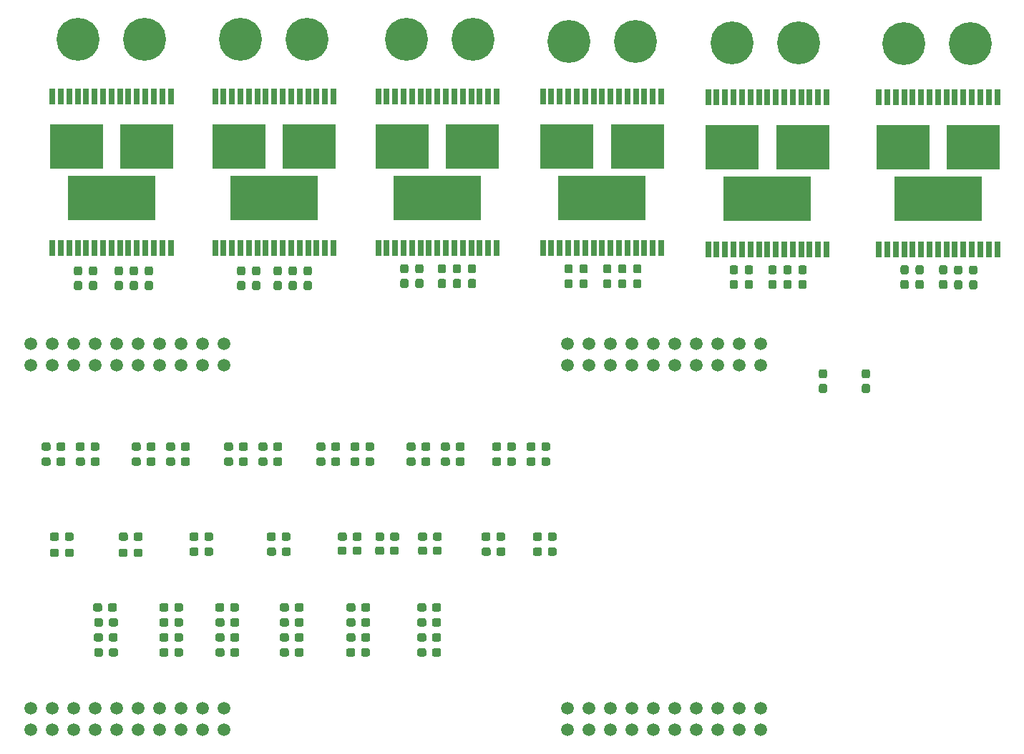
<source format=gbr>
G04 #@! TF.GenerationSoftware,KiCad,Pcbnew,(5.1.4)-1*
G04 #@! TF.CreationDate,2020-12-01T22:34:17-06:00*
G04 #@! TF.ProjectId,ScienceMotorController,53636965-6e63-4654-9d6f-746f72436f6e,rev?*
G04 #@! TF.SameCoordinates,Original*
G04 #@! TF.FileFunction,Paste,Top*
G04 #@! TF.FilePolarity,Positive*
%FSLAX46Y46*%
G04 Gerber Fmt 4.6, Leading zero omitted, Abs format (unit mm)*
G04 Created by KiCad (PCBNEW (5.1.4)-1) date 2020-12-01 22:34:17*
%MOMM*%
%LPD*%
G04 APERTURE LIST*
%ADD10R,6.223000X5.257800*%
%ADD11R,10.312400X5.257800*%
%ADD12R,0.635000X1.854200*%
%ADD13C,0.100000*%
%ADD14C,0.950000*%
%ADD15C,5.080000*%
%ADD16C,1.520000*%
G04 APERTURE END LIST*
D10*
X147320000Y-63373000D03*
D11*
X143154400Y-69469000D03*
D10*
X138988800Y-63373000D03*
D12*
X136154399Y-57416700D03*
X137154399Y-57416700D03*
X138154400Y-57416700D03*
X139154400Y-57416700D03*
X140154401Y-57416700D03*
X141154399Y-57416700D03*
X142154399Y-57416700D03*
X143154400Y-57416700D03*
X144154401Y-57416700D03*
X145154401Y-57416700D03*
X146154399Y-57416700D03*
X147154400Y-57416700D03*
X148154400Y-57416700D03*
X149154401Y-57416700D03*
X150154399Y-57416700D03*
X150154401Y-75425300D03*
X149154401Y-75425300D03*
X148154400Y-75425300D03*
X147154400Y-75425300D03*
X146154399Y-75425300D03*
X145154401Y-75425300D03*
X144154401Y-75425300D03*
X143154400Y-75425300D03*
X142154399Y-75425300D03*
X141154399Y-75425300D03*
X140154401Y-75425300D03*
X139154400Y-75425300D03*
X138154400Y-75425300D03*
X137154399Y-75425300D03*
X136154401Y-75425300D03*
D13*
G36*
X51872779Y-117382144D02*
G01*
X51895834Y-117385563D01*
X51918443Y-117391227D01*
X51940387Y-117399079D01*
X51961457Y-117409044D01*
X51981448Y-117421026D01*
X52000168Y-117434910D01*
X52017438Y-117450562D01*
X52033090Y-117467832D01*
X52046974Y-117486552D01*
X52058956Y-117506543D01*
X52068921Y-117527613D01*
X52076773Y-117549557D01*
X52082437Y-117572166D01*
X52085856Y-117595221D01*
X52087000Y-117618500D01*
X52087000Y-118093500D01*
X52085856Y-118116779D01*
X52082437Y-118139834D01*
X52076773Y-118162443D01*
X52068921Y-118184387D01*
X52058956Y-118205457D01*
X52046974Y-118225448D01*
X52033090Y-118244168D01*
X52017438Y-118261438D01*
X52000168Y-118277090D01*
X51981448Y-118290974D01*
X51961457Y-118302956D01*
X51940387Y-118312921D01*
X51918443Y-118320773D01*
X51895834Y-118326437D01*
X51872779Y-118329856D01*
X51849500Y-118331000D01*
X51274500Y-118331000D01*
X51251221Y-118329856D01*
X51228166Y-118326437D01*
X51205557Y-118320773D01*
X51183613Y-118312921D01*
X51162543Y-118302956D01*
X51142552Y-118290974D01*
X51123832Y-118277090D01*
X51106562Y-118261438D01*
X51090910Y-118244168D01*
X51077026Y-118225448D01*
X51065044Y-118205457D01*
X51055079Y-118184387D01*
X51047227Y-118162443D01*
X51041563Y-118139834D01*
X51038144Y-118116779D01*
X51037000Y-118093500D01*
X51037000Y-117618500D01*
X51038144Y-117595221D01*
X51041563Y-117572166D01*
X51047227Y-117549557D01*
X51055079Y-117527613D01*
X51065044Y-117506543D01*
X51077026Y-117486552D01*
X51090910Y-117467832D01*
X51106562Y-117450562D01*
X51123832Y-117434910D01*
X51142552Y-117421026D01*
X51162543Y-117409044D01*
X51183613Y-117399079D01*
X51205557Y-117391227D01*
X51228166Y-117385563D01*
X51251221Y-117382144D01*
X51274500Y-117381000D01*
X51849500Y-117381000D01*
X51872779Y-117382144D01*
X51872779Y-117382144D01*
G37*
D14*
X51562000Y-117856000D03*
D13*
G36*
X53622779Y-117382144D02*
G01*
X53645834Y-117385563D01*
X53668443Y-117391227D01*
X53690387Y-117399079D01*
X53711457Y-117409044D01*
X53731448Y-117421026D01*
X53750168Y-117434910D01*
X53767438Y-117450562D01*
X53783090Y-117467832D01*
X53796974Y-117486552D01*
X53808956Y-117506543D01*
X53818921Y-117527613D01*
X53826773Y-117549557D01*
X53832437Y-117572166D01*
X53835856Y-117595221D01*
X53837000Y-117618500D01*
X53837000Y-118093500D01*
X53835856Y-118116779D01*
X53832437Y-118139834D01*
X53826773Y-118162443D01*
X53818921Y-118184387D01*
X53808956Y-118205457D01*
X53796974Y-118225448D01*
X53783090Y-118244168D01*
X53767438Y-118261438D01*
X53750168Y-118277090D01*
X53731448Y-118290974D01*
X53711457Y-118302956D01*
X53690387Y-118312921D01*
X53668443Y-118320773D01*
X53645834Y-118326437D01*
X53622779Y-118329856D01*
X53599500Y-118331000D01*
X53024500Y-118331000D01*
X53001221Y-118329856D01*
X52978166Y-118326437D01*
X52955557Y-118320773D01*
X52933613Y-118312921D01*
X52912543Y-118302956D01*
X52892552Y-118290974D01*
X52873832Y-118277090D01*
X52856562Y-118261438D01*
X52840910Y-118244168D01*
X52827026Y-118225448D01*
X52815044Y-118205457D01*
X52805079Y-118184387D01*
X52797227Y-118162443D01*
X52791563Y-118139834D01*
X52788144Y-118116779D01*
X52787000Y-118093500D01*
X52787000Y-117618500D01*
X52788144Y-117595221D01*
X52791563Y-117572166D01*
X52797227Y-117549557D01*
X52805079Y-117527613D01*
X52815044Y-117506543D01*
X52827026Y-117486552D01*
X52840910Y-117467832D01*
X52856562Y-117450562D01*
X52873832Y-117434910D01*
X52892552Y-117421026D01*
X52912543Y-117409044D01*
X52933613Y-117399079D01*
X52955557Y-117391227D01*
X52978166Y-117385563D01*
X53001221Y-117382144D01*
X53024500Y-117381000D01*
X53599500Y-117381000D01*
X53622779Y-117382144D01*
X53622779Y-117382144D01*
G37*
D14*
X53312000Y-117856000D03*
D13*
G36*
X51872779Y-119160144D02*
G01*
X51895834Y-119163563D01*
X51918443Y-119169227D01*
X51940387Y-119177079D01*
X51961457Y-119187044D01*
X51981448Y-119199026D01*
X52000168Y-119212910D01*
X52017438Y-119228562D01*
X52033090Y-119245832D01*
X52046974Y-119264552D01*
X52058956Y-119284543D01*
X52068921Y-119305613D01*
X52076773Y-119327557D01*
X52082437Y-119350166D01*
X52085856Y-119373221D01*
X52087000Y-119396500D01*
X52087000Y-119871500D01*
X52085856Y-119894779D01*
X52082437Y-119917834D01*
X52076773Y-119940443D01*
X52068921Y-119962387D01*
X52058956Y-119983457D01*
X52046974Y-120003448D01*
X52033090Y-120022168D01*
X52017438Y-120039438D01*
X52000168Y-120055090D01*
X51981448Y-120068974D01*
X51961457Y-120080956D01*
X51940387Y-120090921D01*
X51918443Y-120098773D01*
X51895834Y-120104437D01*
X51872779Y-120107856D01*
X51849500Y-120109000D01*
X51274500Y-120109000D01*
X51251221Y-120107856D01*
X51228166Y-120104437D01*
X51205557Y-120098773D01*
X51183613Y-120090921D01*
X51162543Y-120080956D01*
X51142552Y-120068974D01*
X51123832Y-120055090D01*
X51106562Y-120039438D01*
X51090910Y-120022168D01*
X51077026Y-120003448D01*
X51065044Y-119983457D01*
X51055079Y-119962387D01*
X51047227Y-119940443D01*
X51041563Y-119917834D01*
X51038144Y-119894779D01*
X51037000Y-119871500D01*
X51037000Y-119396500D01*
X51038144Y-119373221D01*
X51041563Y-119350166D01*
X51047227Y-119327557D01*
X51055079Y-119305613D01*
X51065044Y-119284543D01*
X51077026Y-119264552D01*
X51090910Y-119245832D01*
X51106562Y-119228562D01*
X51123832Y-119212910D01*
X51142552Y-119199026D01*
X51162543Y-119187044D01*
X51183613Y-119177079D01*
X51205557Y-119169227D01*
X51228166Y-119163563D01*
X51251221Y-119160144D01*
X51274500Y-119159000D01*
X51849500Y-119159000D01*
X51872779Y-119160144D01*
X51872779Y-119160144D01*
G37*
D14*
X51562000Y-119634000D03*
D13*
G36*
X53622779Y-119160144D02*
G01*
X53645834Y-119163563D01*
X53668443Y-119169227D01*
X53690387Y-119177079D01*
X53711457Y-119187044D01*
X53731448Y-119199026D01*
X53750168Y-119212910D01*
X53767438Y-119228562D01*
X53783090Y-119245832D01*
X53796974Y-119264552D01*
X53808956Y-119284543D01*
X53818921Y-119305613D01*
X53826773Y-119327557D01*
X53832437Y-119350166D01*
X53835856Y-119373221D01*
X53837000Y-119396500D01*
X53837000Y-119871500D01*
X53835856Y-119894779D01*
X53832437Y-119917834D01*
X53826773Y-119940443D01*
X53818921Y-119962387D01*
X53808956Y-119983457D01*
X53796974Y-120003448D01*
X53783090Y-120022168D01*
X53767438Y-120039438D01*
X53750168Y-120055090D01*
X53731448Y-120068974D01*
X53711457Y-120080956D01*
X53690387Y-120090921D01*
X53668443Y-120098773D01*
X53645834Y-120104437D01*
X53622779Y-120107856D01*
X53599500Y-120109000D01*
X53024500Y-120109000D01*
X53001221Y-120107856D01*
X52978166Y-120104437D01*
X52955557Y-120098773D01*
X52933613Y-120090921D01*
X52912543Y-120080956D01*
X52892552Y-120068974D01*
X52873832Y-120055090D01*
X52856562Y-120039438D01*
X52840910Y-120022168D01*
X52827026Y-120003448D01*
X52815044Y-119983457D01*
X52805079Y-119962387D01*
X52797227Y-119940443D01*
X52791563Y-119917834D01*
X52788144Y-119894779D01*
X52787000Y-119871500D01*
X52787000Y-119396500D01*
X52788144Y-119373221D01*
X52791563Y-119350166D01*
X52797227Y-119327557D01*
X52805079Y-119305613D01*
X52815044Y-119284543D01*
X52827026Y-119264552D01*
X52840910Y-119245832D01*
X52856562Y-119228562D01*
X52873832Y-119212910D01*
X52892552Y-119199026D01*
X52912543Y-119187044D01*
X52933613Y-119177079D01*
X52955557Y-119169227D01*
X52978166Y-119163563D01*
X53001221Y-119160144D01*
X53024500Y-119159000D01*
X53599500Y-119159000D01*
X53622779Y-119160144D01*
X53622779Y-119160144D01*
G37*
D14*
X53312000Y-119634000D03*
D13*
G36*
X53622779Y-122716144D02*
G01*
X53645834Y-122719563D01*
X53668443Y-122725227D01*
X53690387Y-122733079D01*
X53711457Y-122743044D01*
X53731448Y-122755026D01*
X53750168Y-122768910D01*
X53767438Y-122784562D01*
X53783090Y-122801832D01*
X53796974Y-122820552D01*
X53808956Y-122840543D01*
X53818921Y-122861613D01*
X53826773Y-122883557D01*
X53832437Y-122906166D01*
X53835856Y-122929221D01*
X53837000Y-122952500D01*
X53837000Y-123427500D01*
X53835856Y-123450779D01*
X53832437Y-123473834D01*
X53826773Y-123496443D01*
X53818921Y-123518387D01*
X53808956Y-123539457D01*
X53796974Y-123559448D01*
X53783090Y-123578168D01*
X53767438Y-123595438D01*
X53750168Y-123611090D01*
X53731448Y-123624974D01*
X53711457Y-123636956D01*
X53690387Y-123646921D01*
X53668443Y-123654773D01*
X53645834Y-123660437D01*
X53622779Y-123663856D01*
X53599500Y-123665000D01*
X53024500Y-123665000D01*
X53001221Y-123663856D01*
X52978166Y-123660437D01*
X52955557Y-123654773D01*
X52933613Y-123646921D01*
X52912543Y-123636956D01*
X52892552Y-123624974D01*
X52873832Y-123611090D01*
X52856562Y-123595438D01*
X52840910Y-123578168D01*
X52827026Y-123559448D01*
X52815044Y-123539457D01*
X52805079Y-123518387D01*
X52797227Y-123496443D01*
X52791563Y-123473834D01*
X52788144Y-123450779D01*
X52787000Y-123427500D01*
X52787000Y-122952500D01*
X52788144Y-122929221D01*
X52791563Y-122906166D01*
X52797227Y-122883557D01*
X52805079Y-122861613D01*
X52815044Y-122840543D01*
X52827026Y-122820552D01*
X52840910Y-122801832D01*
X52856562Y-122784562D01*
X52873832Y-122768910D01*
X52892552Y-122755026D01*
X52912543Y-122743044D01*
X52933613Y-122733079D01*
X52955557Y-122725227D01*
X52978166Y-122719563D01*
X53001221Y-122716144D01*
X53024500Y-122715000D01*
X53599500Y-122715000D01*
X53622779Y-122716144D01*
X53622779Y-122716144D01*
G37*
D14*
X53312000Y-123190000D03*
D13*
G36*
X51872779Y-122716144D02*
G01*
X51895834Y-122719563D01*
X51918443Y-122725227D01*
X51940387Y-122733079D01*
X51961457Y-122743044D01*
X51981448Y-122755026D01*
X52000168Y-122768910D01*
X52017438Y-122784562D01*
X52033090Y-122801832D01*
X52046974Y-122820552D01*
X52058956Y-122840543D01*
X52068921Y-122861613D01*
X52076773Y-122883557D01*
X52082437Y-122906166D01*
X52085856Y-122929221D01*
X52087000Y-122952500D01*
X52087000Y-123427500D01*
X52085856Y-123450779D01*
X52082437Y-123473834D01*
X52076773Y-123496443D01*
X52068921Y-123518387D01*
X52058956Y-123539457D01*
X52046974Y-123559448D01*
X52033090Y-123578168D01*
X52017438Y-123595438D01*
X52000168Y-123611090D01*
X51981448Y-123624974D01*
X51961457Y-123636956D01*
X51940387Y-123646921D01*
X51918443Y-123654773D01*
X51895834Y-123660437D01*
X51872779Y-123663856D01*
X51849500Y-123665000D01*
X51274500Y-123665000D01*
X51251221Y-123663856D01*
X51228166Y-123660437D01*
X51205557Y-123654773D01*
X51183613Y-123646921D01*
X51162543Y-123636956D01*
X51142552Y-123624974D01*
X51123832Y-123611090D01*
X51106562Y-123595438D01*
X51090910Y-123578168D01*
X51077026Y-123559448D01*
X51065044Y-123539457D01*
X51055079Y-123518387D01*
X51047227Y-123496443D01*
X51041563Y-123473834D01*
X51038144Y-123450779D01*
X51037000Y-123427500D01*
X51037000Y-122952500D01*
X51038144Y-122929221D01*
X51041563Y-122906166D01*
X51047227Y-122883557D01*
X51055079Y-122861613D01*
X51065044Y-122840543D01*
X51077026Y-122820552D01*
X51090910Y-122801832D01*
X51106562Y-122784562D01*
X51123832Y-122768910D01*
X51142552Y-122755026D01*
X51162543Y-122743044D01*
X51183613Y-122733079D01*
X51205557Y-122725227D01*
X51228166Y-122719563D01*
X51251221Y-122716144D01*
X51274500Y-122715000D01*
X51849500Y-122715000D01*
X51872779Y-122716144D01*
X51872779Y-122716144D01*
G37*
D14*
X51562000Y-123190000D03*
D13*
G36*
X51872779Y-120938144D02*
G01*
X51895834Y-120941563D01*
X51918443Y-120947227D01*
X51940387Y-120955079D01*
X51961457Y-120965044D01*
X51981448Y-120977026D01*
X52000168Y-120990910D01*
X52017438Y-121006562D01*
X52033090Y-121023832D01*
X52046974Y-121042552D01*
X52058956Y-121062543D01*
X52068921Y-121083613D01*
X52076773Y-121105557D01*
X52082437Y-121128166D01*
X52085856Y-121151221D01*
X52087000Y-121174500D01*
X52087000Y-121649500D01*
X52085856Y-121672779D01*
X52082437Y-121695834D01*
X52076773Y-121718443D01*
X52068921Y-121740387D01*
X52058956Y-121761457D01*
X52046974Y-121781448D01*
X52033090Y-121800168D01*
X52017438Y-121817438D01*
X52000168Y-121833090D01*
X51981448Y-121846974D01*
X51961457Y-121858956D01*
X51940387Y-121868921D01*
X51918443Y-121876773D01*
X51895834Y-121882437D01*
X51872779Y-121885856D01*
X51849500Y-121887000D01*
X51274500Y-121887000D01*
X51251221Y-121885856D01*
X51228166Y-121882437D01*
X51205557Y-121876773D01*
X51183613Y-121868921D01*
X51162543Y-121858956D01*
X51142552Y-121846974D01*
X51123832Y-121833090D01*
X51106562Y-121817438D01*
X51090910Y-121800168D01*
X51077026Y-121781448D01*
X51065044Y-121761457D01*
X51055079Y-121740387D01*
X51047227Y-121718443D01*
X51041563Y-121695834D01*
X51038144Y-121672779D01*
X51037000Y-121649500D01*
X51037000Y-121174500D01*
X51038144Y-121151221D01*
X51041563Y-121128166D01*
X51047227Y-121105557D01*
X51055079Y-121083613D01*
X51065044Y-121062543D01*
X51077026Y-121042552D01*
X51090910Y-121023832D01*
X51106562Y-121006562D01*
X51123832Y-120990910D01*
X51142552Y-120977026D01*
X51162543Y-120965044D01*
X51183613Y-120955079D01*
X51205557Y-120947227D01*
X51228166Y-120941563D01*
X51251221Y-120938144D01*
X51274500Y-120937000D01*
X51849500Y-120937000D01*
X51872779Y-120938144D01*
X51872779Y-120938144D01*
G37*
D14*
X51562000Y-121412000D03*
D13*
G36*
X53622779Y-120938144D02*
G01*
X53645834Y-120941563D01*
X53668443Y-120947227D01*
X53690387Y-120955079D01*
X53711457Y-120965044D01*
X53731448Y-120977026D01*
X53750168Y-120990910D01*
X53767438Y-121006562D01*
X53783090Y-121023832D01*
X53796974Y-121042552D01*
X53808956Y-121062543D01*
X53818921Y-121083613D01*
X53826773Y-121105557D01*
X53832437Y-121128166D01*
X53835856Y-121151221D01*
X53837000Y-121174500D01*
X53837000Y-121649500D01*
X53835856Y-121672779D01*
X53832437Y-121695834D01*
X53826773Y-121718443D01*
X53818921Y-121740387D01*
X53808956Y-121761457D01*
X53796974Y-121781448D01*
X53783090Y-121800168D01*
X53767438Y-121817438D01*
X53750168Y-121833090D01*
X53731448Y-121846974D01*
X53711457Y-121858956D01*
X53690387Y-121868921D01*
X53668443Y-121876773D01*
X53645834Y-121882437D01*
X53622779Y-121885856D01*
X53599500Y-121887000D01*
X53024500Y-121887000D01*
X53001221Y-121885856D01*
X52978166Y-121882437D01*
X52955557Y-121876773D01*
X52933613Y-121868921D01*
X52912543Y-121858956D01*
X52892552Y-121846974D01*
X52873832Y-121833090D01*
X52856562Y-121817438D01*
X52840910Y-121800168D01*
X52827026Y-121781448D01*
X52815044Y-121761457D01*
X52805079Y-121740387D01*
X52797227Y-121718443D01*
X52791563Y-121695834D01*
X52788144Y-121672779D01*
X52787000Y-121649500D01*
X52787000Y-121174500D01*
X52788144Y-121151221D01*
X52791563Y-121128166D01*
X52797227Y-121105557D01*
X52805079Y-121083613D01*
X52815044Y-121062543D01*
X52827026Y-121042552D01*
X52840910Y-121023832D01*
X52856562Y-121006562D01*
X52873832Y-120990910D01*
X52892552Y-120977026D01*
X52912543Y-120965044D01*
X52933613Y-120955079D01*
X52955557Y-120947227D01*
X52978166Y-120941563D01*
X53001221Y-120938144D01*
X53024500Y-120937000D01*
X53599500Y-120937000D01*
X53622779Y-120938144D01*
X53622779Y-120938144D01*
G37*
D14*
X53312000Y-121412000D03*
D13*
G36*
X60966779Y-79204144D02*
G01*
X60989834Y-79207563D01*
X61012443Y-79213227D01*
X61034387Y-79221079D01*
X61055457Y-79231044D01*
X61075448Y-79243026D01*
X61094168Y-79256910D01*
X61111438Y-79272562D01*
X61127090Y-79289832D01*
X61140974Y-79308552D01*
X61152956Y-79328543D01*
X61162921Y-79349613D01*
X61170773Y-79371557D01*
X61176437Y-79394166D01*
X61179856Y-79417221D01*
X61181000Y-79440500D01*
X61181000Y-80015500D01*
X61179856Y-80038779D01*
X61176437Y-80061834D01*
X61170773Y-80084443D01*
X61162921Y-80106387D01*
X61152956Y-80127457D01*
X61140974Y-80147448D01*
X61127090Y-80166168D01*
X61111438Y-80183438D01*
X61094168Y-80199090D01*
X61075448Y-80212974D01*
X61055457Y-80224956D01*
X61034387Y-80234921D01*
X61012443Y-80242773D01*
X60989834Y-80248437D01*
X60966779Y-80251856D01*
X60943500Y-80253000D01*
X60468500Y-80253000D01*
X60445221Y-80251856D01*
X60422166Y-80248437D01*
X60399557Y-80242773D01*
X60377613Y-80234921D01*
X60356543Y-80224956D01*
X60336552Y-80212974D01*
X60317832Y-80199090D01*
X60300562Y-80183438D01*
X60284910Y-80166168D01*
X60271026Y-80147448D01*
X60259044Y-80127457D01*
X60249079Y-80106387D01*
X60241227Y-80084443D01*
X60235563Y-80061834D01*
X60232144Y-80038779D01*
X60231000Y-80015500D01*
X60231000Y-79440500D01*
X60232144Y-79417221D01*
X60235563Y-79394166D01*
X60241227Y-79371557D01*
X60249079Y-79349613D01*
X60259044Y-79328543D01*
X60271026Y-79308552D01*
X60284910Y-79289832D01*
X60300562Y-79272562D01*
X60317832Y-79256910D01*
X60336552Y-79243026D01*
X60356543Y-79231044D01*
X60377613Y-79221079D01*
X60399557Y-79213227D01*
X60422166Y-79207563D01*
X60445221Y-79204144D01*
X60468500Y-79203000D01*
X60943500Y-79203000D01*
X60966779Y-79204144D01*
X60966779Y-79204144D01*
G37*
D14*
X60706000Y-79728000D03*
D13*
G36*
X60966779Y-77454144D02*
G01*
X60989834Y-77457563D01*
X61012443Y-77463227D01*
X61034387Y-77471079D01*
X61055457Y-77481044D01*
X61075448Y-77493026D01*
X61094168Y-77506910D01*
X61111438Y-77522562D01*
X61127090Y-77539832D01*
X61140974Y-77558552D01*
X61152956Y-77578543D01*
X61162921Y-77599613D01*
X61170773Y-77621557D01*
X61176437Y-77644166D01*
X61179856Y-77667221D01*
X61181000Y-77690500D01*
X61181000Y-78265500D01*
X61179856Y-78288779D01*
X61176437Y-78311834D01*
X61170773Y-78334443D01*
X61162921Y-78356387D01*
X61152956Y-78377457D01*
X61140974Y-78397448D01*
X61127090Y-78416168D01*
X61111438Y-78433438D01*
X61094168Y-78449090D01*
X61075448Y-78462974D01*
X61055457Y-78474956D01*
X61034387Y-78484921D01*
X61012443Y-78492773D01*
X60989834Y-78498437D01*
X60966779Y-78501856D01*
X60943500Y-78503000D01*
X60468500Y-78503000D01*
X60445221Y-78501856D01*
X60422166Y-78498437D01*
X60399557Y-78492773D01*
X60377613Y-78484921D01*
X60356543Y-78474956D01*
X60336552Y-78462974D01*
X60317832Y-78449090D01*
X60300562Y-78433438D01*
X60284910Y-78416168D01*
X60271026Y-78397448D01*
X60259044Y-78377457D01*
X60249079Y-78356387D01*
X60241227Y-78334443D01*
X60235563Y-78311834D01*
X60232144Y-78288779D01*
X60231000Y-78265500D01*
X60231000Y-77690500D01*
X60232144Y-77667221D01*
X60235563Y-77644166D01*
X60241227Y-77621557D01*
X60249079Y-77599613D01*
X60259044Y-77578543D01*
X60271026Y-77558552D01*
X60284910Y-77539832D01*
X60300562Y-77522562D01*
X60317832Y-77506910D01*
X60336552Y-77493026D01*
X60356543Y-77481044D01*
X60377613Y-77471079D01*
X60399557Y-77463227D01*
X60422166Y-77457563D01*
X60445221Y-77454144D01*
X60468500Y-77453000D01*
X60943500Y-77453000D01*
X60966779Y-77454144D01*
X60966779Y-77454144D01*
G37*
D14*
X60706000Y-77978000D03*
D13*
G36*
X60254779Y-119160144D02*
G01*
X60277834Y-119163563D01*
X60300443Y-119169227D01*
X60322387Y-119177079D01*
X60343457Y-119187044D01*
X60363448Y-119199026D01*
X60382168Y-119212910D01*
X60399438Y-119228562D01*
X60415090Y-119245832D01*
X60428974Y-119264552D01*
X60440956Y-119284543D01*
X60450921Y-119305613D01*
X60458773Y-119327557D01*
X60464437Y-119350166D01*
X60467856Y-119373221D01*
X60469000Y-119396500D01*
X60469000Y-119871500D01*
X60467856Y-119894779D01*
X60464437Y-119917834D01*
X60458773Y-119940443D01*
X60450921Y-119962387D01*
X60440956Y-119983457D01*
X60428974Y-120003448D01*
X60415090Y-120022168D01*
X60399438Y-120039438D01*
X60382168Y-120055090D01*
X60363448Y-120068974D01*
X60343457Y-120080956D01*
X60322387Y-120090921D01*
X60300443Y-120098773D01*
X60277834Y-120104437D01*
X60254779Y-120107856D01*
X60231500Y-120109000D01*
X59656500Y-120109000D01*
X59633221Y-120107856D01*
X59610166Y-120104437D01*
X59587557Y-120098773D01*
X59565613Y-120090921D01*
X59544543Y-120080956D01*
X59524552Y-120068974D01*
X59505832Y-120055090D01*
X59488562Y-120039438D01*
X59472910Y-120022168D01*
X59459026Y-120003448D01*
X59447044Y-119983457D01*
X59437079Y-119962387D01*
X59429227Y-119940443D01*
X59423563Y-119917834D01*
X59420144Y-119894779D01*
X59419000Y-119871500D01*
X59419000Y-119396500D01*
X59420144Y-119373221D01*
X59423563Y-119350166D01*
X59429227Y-119327557D01*
X59437079Y-119305613D01*
X59447044Y-119284543D01*
X59459026Y-119264552D01*
X59472910Y-119245832D01*
X59488562Y-119228562D01*
X59505832Y-119212910D01*
X59524552Y-119199026D01*
X59544543Y-119187044D01*
X59565613Y-119177079D01*
X59587557Y-119169227D01*
X59610166Y-119163563D01*
X59633221Y-119160144D01*
X59656500Y-119159000D01*
X60231500Y-119159000D01*
X60254779Y-119160144D01*
X60254779Y-119160144D01*
G37*
D14*
X59944000Y-119634000D03*
D13*
G36*
X58504779Y-119160144D02*
G01*
X58527834Y-119163563D01*
X58550443Y-119169227D01*
X58572387Y-119177079D01*
X58593457Y-119187044D01*
X58613448Y-119199026D01*
X58632168Y-119212910D01*
X58649438Y-119228562D01*
X58665090Y-119245832D01*
X58678974Y-119264552D01*
X58690956Y-119284543D01*
X58700921Y-119305613D01*
X58708773Y-119327557D01*
X58714437Y-119350166D01*
X58717856Y-119373221D01*
X58719000Y-119396500D01*
X58719000Y-119871500D01*
X58717856Y-119894779D01*
X58714437Y-119917834D01*
X58708773Y-119940443D01*
X58700921Y-119962387D01*
X58690956Y-119983457D01*
X58678974Y-120003448D01*
X58665090Y-120022168D01*
X58649438Y-120039438D01*
X58632168Y-120055090D01*
X58613448Y-120068974D01*
X58593457Y-120080956D01*
X58572387Y-120090921D01*
X58550443Y-120098773D01*
X58527834Y-120104437D01*
X58504779Y-120107856D01*
X58481500Y-120109000D01*
X57906500Y-120109000D01*
X57883221Y-120107856D01*
X57860166Y-120104437D01*
X57837557Y-120098773D01*
X57815613Y-120090921D01*
X57794543Y-120080956D01*
X57774552Y-120068974D01*
X57755832Y-120055090D01*
X57738562Y-120039438D01*
X57722910Y-120022168D01*
X57709026Y-120003448D01*
X57697044Y-119983457D01*
X57687079Y-119962387D01*
X57679227Y-119940443D01*
X57673563Y-119917834D01*
X57670144Y-119894779D01*
X57669000Y-119871500D01*
X57669000Y-119396500D01*
X57670144Y-119373221D01*
X57673563Y-119350166D01*
X57679227Y-119327557D01*
X57687079Y-119305613D01*
X57697044Y-119284543D01*
X57709026Y-119264552D01*
X57722910Y-119245832D01*
X57738562Y-119228562D01*
X57755832Y-119212910D01*
X57774552Y-119199026D01*
X57794543Y-119187044D01*
X57815613Y-119177079D01*
X57837557Y-119169227D01*
X57860166Y-119163563D01*
X57883221Y-119160144D01*
X57906500Y-119159000D01*
X58481500Y-119159000D01*
X58504779Y-119160144D01*
X58504779Y-119160144D01*
G37*
D14*
X58194000Y-119634000D03*
D13*
G36*
X66124779Y-119160144D02*
G01*
X66147834Y-119163563D01*
X66170443Y-119169227D01*
X66192387Y-119177079D01*
X66213457Y-119187044D01*
X66233448Y-119199026D01*
X66252168Y-119212910D01*
X66269438Y-119228562D01*
X66285090Y-119245832D01*
X66298974Y-119264552D01*
X66310956Y-119284543D01*
X66320921Y-119305613D01*
X66328773Y-119327557D01*
X66334437Y-119350166D01*
X66337856Y-119373221D01*
X66339000Y-119396500D01*
X66339000Y-119871500D01*
X66337856Y-119894779D01*
X66334437Y-119917834D01*
X66328773Y-119940443D01*
X66320921Y-119962387D01*
X66310956Y-119983457D01*
X66298974Y-120003448D01*
X66285090Y-120022168D01*
X66269438Y-120039438D01*
X66252168Y-120055090D01*
X66233448Y-120068974D01*
X66213457Y-120080956D01*
X66192387Y-120090921D01*
X66170443Y-120098773D01*
X66147834Y-120104437D01*
X66124779Y-120107856D01*
X66101500Y-120109000D01*
X65526500Y-120109000D01*
X65503221Y-120107856D01*
X65480166Y-120104437D01*
X65457557Y-120098773D01*
X65435613Y-120090921D01*
X65414543Y-120080956D01*
X65394552Y-120068974D01*
X65375832Y-120055090D01*
X65358562Y-120039438D01*
X65342910Y-120022168D01*
X65329026Y-120003448D01*
X65317044Y-119983457D01*
X65307079Y-119962387D01*
X65299227Y-119940443D01*
X65293563Y-119917834D01*
X65290144Y-119894779D01*
X65289000Y-119871500D01*
X65289000Y-119396500D01*
X65290144Y-119373221D01*
X65293563Y-119350166D01*
X65299227Y-119327557D01*
X65307079Y-119305613D01*
X65317044Y-119284543D01*
X65329026Y-119264552D01*
X65342910Y-119245832D01*
X65358562Y-119228562D01*
X65375832Y-119212910D01*
X65394552Y-119199026D01*
X65414543Y-119187044D01*
X65435613Y-119177079D01*
X65457557Y-119169227D01*
X65480166Y-119163563D01*
X65503221Y-119160144D01*
X65526500Y-119159000D01*
X66101500Y-119159000D01*
X66124779Y-119160144D01*
X66124779Y-119160144D01*
G37*
D14*
X65814000Y-119634000D03*
D13*
G36*
X67874779Y-119160144D02*
G01*
X67897834Y-119163563D01*
X67920443Y-119169227D01*
X67942387Y-119177079D01*
X67963457Y-119187044D01*
X67983448Y-119199026D01*
X68002168Y-119212910D01*
X68019438Y-119228562D01*
X68035090Y-119245832D01*
X68048974Y-119264552D01*
X68060956Y-119284543D01*
X68070921Y-119305613D01*
X68078773Y-119327557D01*
X68084437Y-119350166D01*
X68087856Y-119373221D01*
X68089000Y-119396500D01*
X68089000Y-119871500D01*
X68087856Y-119894779D01*
X68084437Y-119917834D01*
X68078773Y-119940443D01*
X68070921Y-119962387D01*
X68060956Y-119983457D01*
X68048974Y-120003448D01*
X68035090Y-120022168D01*
X68019438Y-120039438D01*
X68002168Y-120055090D01*
X67983448Y-120068974D01*
X67963457Y-120080956D01*
X67942387Y-120090921D01*
X67920443Y-120098773D01*
X67897834Y-120104437D01*
X67874779Y-120107856D01*
X67851500Y-120109000D01*
X67276500Y-120109000D01*
X67253221Y-120107856D01*
X67230166Y-120104437D01*
X67207557Y-120098773D01*
X67185613Y-120090921D01*
X67164543Y-120080956D01*
X67144552Y-120068974D01*
X67125832Y-120055090D01*
X67108562Y-120039438D01*
X67092910Y-120022168D01*
X67079026Y-120003448D01*
X67067044Y-119983457D01*
X67057079Y-119962387D01*
X67049227Y-119940443D01*
X67043563Y-119917834D01*
X67040144Y-119894779D01*
X67039000Y-119871500D01*
X67039000Y-119396500D01*
X67040144Y-119373221D01*
X67043563Y-119350166D01*
X67049227Y-119327557D01*
X67057079Y-119305613D01*
X67067044Y-119284543D01*
X67079026Y-119264552D01*
X67092910Y-119245832D01*
X67108562Y-119228562D01*
X67125832Y-119212910D01*
X67144552Y-119199026D01*
X67164543Y-119187044D01*
X67185613Y-119177079D01*
X67207557Y-119169227D01*
X67230166Y-119163563D01*
X67253221Y-119160144D01*
X67276500Y-119159000D01*
X67851500Y-119159000D01*
X67874779Y-119160144D01*
X67874779Y-119160144D01*
G37*
D14*
X67564000Y-119634000D03*
D13*
G36*
X73998779Y-119160144D02*
G01*
X74021834Y-119163563D01*
X74044443Y-119169227D01*
X74066387Y-119177079D01*
X74087457Y-119187044D01*
X74107448Y-119199026D01*
X74126168Y-119212910D01*
X74143438Y-119228562D01*
X74159090Y-119245832D01*
X74172974Y-119264552D01*
X74184956Y-119284543D01*
X74194921Y-119305613D01*
X74202773Y-119327557D01*
X74208437Y-119350166D01*
X74211856Y-119373221D01*
X74213000Y-119396500D01*
X74213000Y-119871500D01*
X74211856Y-119894779D01*
X74208437Y-119917834D01*
X74202773Y-119940443D01*
X74194921Y-119962387D01*
X74184956Y-119983457D01*
X74172974Y-120003448D01*
X74159090Y-120022168D01*
X74143438Y-120039438D01*
X74126168Y-120055090D01*
X74107448Y-120068974D01*
X74087457Y-120080956D01*
X74066387Y-120090921D01*
X74044443Y-120098773D01*
X74021834Y-120104437D01*
X73998779Y-120107856D01*
X73975500Y-120109000D01*
X73400500Y-120109000D01*
X73377221Y-120107856D01*
X73354166Y-120104437D01*
X73331557Y-120098773D01*
X73309613Y-120090921D01*
X73288543Y-120080956D01*
X73268552Y-120068974D01*
X73249832Y-120055090D01*
X73232562Y-120039438D01*
X73216910Y-120022168D01*
X73203026Y-120003448D01*
X73191044Y-119983457D01*
X73181079Y-119962387D01*
X73173227Y-119940443D01*
X73167563Y-119917834D01*
X73164144Y-119894779D01*
X73163000Y-119871500D01*
X73163000Y-119396500D01*
X73164144Y-119373221D01*
X73167563Y-119350166D01*
X73173227Y-119327557D01*
X73181079Y-119305613D01*
X73191044Y-119284543D01*
X73203026Y-119264552D01*
X73216910Y-119245832D01*
X73232562Y-119228562D01*
X73249832Y-119212910D01*
X73268552Y-119199026D01*
X73288543Y-119187044D01*
X73309613Y-119177079D01*
X73331557Y-119169227D01*
X73354166Y-119163563D01*
X73377221Y-119160144D01*
X73400500Y-119159000D01*
X73975500Y-119159000D01*
X73998779Y-119160144D01*
X73998779Y-119160144D01*
G37*
D14*
X73688000Y-119634000D03*
D13*
G36*
X75748779Y-119160144D02*
G01*
X75771834Y-119163563D01*
X75794443Y-119169227D01*
X75816387Y-119177079D01*
X75837457Y-119187044D01*
X75857448Y-119199026D01*
X75876168Y-119212910D01*
X75893438Y-119228562D01*
X75909090Y-119245832D01*
X75922974Y-119264552D01*
X75934956Y-119284543D01*
X75944921Y-119305613D01*
X75952773Y-119327557D01*
X75958437Y-119350166D01*
X75961856Y-119373221D01*
X75963000Y-119396500D01*
X75963000Y-119871500D01*
X75961856Y-119894779D01*
X75958437Y-119917834D01*
X75952773Y-119940443D01*
X75944921Y-119962387D01*
X75934956Y-119983457D01*
X75922974Y-120003448D01*
X75909090Y-120022168D01*
X75893438Y-120039438D01*
X75876168Y-120055090D01*
X75857448Y-120068974D01*
X75837457Y-120080956D01*
X75816387Y-120090921D01*
X75794443Y-120098773D01*
X75771834Y-120104437D01*
X75748779Y-120107856D01*
X75725500Y-120109000D01*
X75150500Y-120109000D01*
X75127221Y-120107856D01*
X75104166Y-120104437D01*
X75081557Y-120098773D01*
X75059613Y-120090921D01*
X75038543Y-120080956D01*
X75018552Y-120068974D01*
X74999832Y-120055090D01*
X74982562Y-120039438D01*
X74966910Y-120022168D01*
X74953026Y-120003448D01*
X74941044Y-119983457D01*
X74931079Y-119962387D01*
X74923227Y-119940443D01*
X74917563Y-119917834D01*
X74914144Y-119894779D01*
X74913000Y-119871500D01*
X74913000Y-119396500D01*
X74914144Y-119373221D01*
X74917563Y-119350166D01*
X74923227Y-119327557D01*
X74931079Y-119305613D01*
X74941044Y-119284543D01*
X74953026Y-119264552D01*
X74966910Y-119245832D01*
X74982562Y-119228562D01*
X74999832Y-119212910D01*
X75018552Y-119199026D01*
X75038543Y-119187044D01*
X75059613Y-119177079D01*
X75081557Y-119169227D01*
X75104166Y-119163563D01*
X75127221Y-119160144D01*
X75150500Y-119159000D01*
X75725500Y-119159000D01*
X75748779Y-119160144D01*
X75748779Y-119160144D01*
G37*
D14*
X75438000Y-119634000D03*
D13*
G36*
X84130779Y-119160144D02*
G01*
X84153834Y-119163563D01*
X84176443Y-119169227D01*
X84198387Y-119177079D01*
X84219457Y-119187044D01*
X84239448Y-119199026D01*
X84258168Y-119212910D01*
X84275438Y-119228562D01*
X84291090Y-119245832D01*
X84304974Y-119264552D01*
X84316956Y-119284543D01*
X84326921Y-119305613D01*
X84334773Y-119327557D01*
X84340437Y-119350166D01*
X84343856Y-119373221D01*
X84345000Y-119396500D01*
X84345000Y-119871500D01*
X84343856Y-119894779D01*
X84340437Y-119917834D01*
X84334773Y-119940443D01*
X84326921Y-119962387D01*
X84316956Y-119983457D01*
X84304974Y-120003448D01*
X84291090Y-120022168D01*
X84275438Y-120039438D01*
X84258168Y-120055090D01*
X84239448Y-120068974D01*
X84219457Y-120080956D01*
X84198387Y-120090921D01*
X84176443Y-120098773D01*
X84153834Y-120104437D01*
X84130779Y-120107856D01*
X84107500Y-120109000D01*
X83532500Y-120109000D01*
X83509221Y-120107856D01*
X83486166Y-120104437D01*
X83463557Y-120098773D01*
X83441613Y-120090921D01*
X83420543Y-120080956D01*
X83400552Y-120068974D01*
X83381832Y-120055090D01*
X83364562Y-120039438D01*
X83348910Y-120022168D01*
X83335026Y-120003448D01*
X83323044Y-119983457D01*
X83313079Y-119962387D01*
X83305227Y-119940443D01*
X83299563Y-119917834D01*
X83296144Y-119894779D01*
X83295000Y-119871500D01*
X83295000Y-119396500D01*
X83296144Y-119373221D01*
X83299563Y-119350166D01*
X83305227Y-119327557D01*
X83313079Y-119305613D01*
X83323044Y-119284543D01*
X83335026Y-119264552D01*
X83348910Y-119245832D01*
X83364562Y-119228562D01*
X83381832Y-119212910D01*
X83400552Y-119199026D01*
X83420543Y-119187044D01*
X83441613Y-119177079D01*
X83463557Y-119169227D01*
X83486166Y-119163563D01*
X83509221Y-119160144D01*
X83532500Y-119159000D01*
X84107500Y-119159000D01*
X84130779Y-119160144D01*
X84130779Y-119160144D01*
G37*
D14*
X83820000Y-119634000D03*
D13*
G36*
X82380779Y-119160144D02*
G01*
X82403834Y-119163563D01*
X82426443Y-119169227D01*
X82448387Y-119177079D01*
X82469457Y-119187044D01*
X82489448Y-119199026D01*
X82508168Y-119212910D01*
X82525438Y-119228562D01*
X82541090Y-119245832D01*
X82554974Y-119264552D01*
X82566956Y-119284543D01*
X82576921Y-119305613D01*
X82584773Y-119327557D01*
X82590437Y-119350166D01*
X82593856Y-119373221D01*
X82595000Y-119396500D01*
X82595000Y-119871500D01*
X82593856Y-119894779D01*
X82590437Y-119917834D01*
X82584773Y-119940443D01*
X82576921Y-119962387D01*
X82566956Y-119983457D01*
X82554974Y-120003448D01*
X82541090Y-120022168D01*
X82525438Y-120039438D01*
X82508168Y-120055090D01*
X82489448Y-120068974D01*
X82469457Y-120080956D01*
X82448387Y-120090921D01*
X82426443Y-120098773D01*
X82403834Y-120104437D01*
X82380779Y-120107856D01*
X82357500Y-120109000D01*
X81782500Y-120109000D01*
X81759221Y-120107856D01*
X81736166Y-120104437D01*
X81713557Y-120098773D01*
X81691613Y-120090921D01*
X81670543Y-120080956D01*
X81650552Y-120068974D01*
X81631832Y-120055090D01*
X81614562Y-120039438D01*
X81598910Y-120022168D01*
X81585026Y-120003448D01*
X81573044Y-119983457D01*
X81563079Y-119962387D01*
X81555227Y-119940443D01*
X81549563Y-119917834D01*
X81546144Y-119894779D01*
X81545000Y-119871500D01*
X81545000Y-119396500D01*
X81546144Y-119373221D01*
X81549563Y-119350166D01*
X81555227Y-119327557D01*
X81563079Y-119305613D01*
X81573044Y-119284543D01*
X81585026Y-119264552D01*
X81598910Y-119245832D01*
X81614562Y-119228562D01*
X81631832Y-119212910D01*
X81650552Y-119199026D01*
X81670543Y-119187044D01*
X81691613Y-119177079D01*
X81713557Y-119169227D01*
X81736166Y-119163563D01*
X81759221Y-119160144D01*
X81782500Y-119159000D01*
X82357500Y-119159000D01*
X82380779Y-119160144D01*
X82380779Y-119160144D01*
G37*
D14*
X82070000Y-119634000D03*
D13*
G36*
X44153779Y-119160144D02*
G01*
X44176834Y-119163563D01*
X44199443Y-119169227D01*
X44221387Y-119177079D01*
X44242457Y-119187044D01*
X44262448Y-119199026D01*
X44281168Y-119212910D01*
X44298438Y-119228562D01*
X44314090Y-119245832D01*
X44327974Y-119264552D01*
X44339956Y-119284543D01*
X44349921Y-119305613D01*
X44357773Y-119327557D01*
X44363437Y-119350166D01*
X44366856Y-119373221D01*
X44368000Y-119396500D01*
X44368000Y-119871500D01*
X44366856Y-119894779D01*
X44363437Y-119917834D01*
X44357773Y-119940443D01*
X44349921Y-119962387D01*
X44339956Y-119983457D01*
X44327974Y-120003448D01*
X44314090Y-120022168D01*
X44298438Y-120039438D01*
X44281168Y-120055090D01*
X44262448Y-120068974D01*
X44242457Y-120080956D01*
X44221387Y-120090921D01*
X44199443Y-120098773D01*
X44176834Y-120104437D01*
X44153779Y-120107856D01*
X44130500Y-120109000D01*
X43555500Y-120109000D01*
X43532221Y-120107856D01*
X43509166Y-120104437D01*
X43486557Y-120098773D01*
X43464613Y-120090921D01*
X43443543Y-120080956D01*
X43423552Y-120068974D01*
X43404832Y-120055090D01*
X43387562Y-120039438D01*
X43371910Y-120022168D01*
X43358026Y-120003448D01*
X43346044Y-119983457D01*
X43336079Y-119962387D01*
X43328227Y-119940443D01*
X43322563Y-119917834D01*
X43319144Y-119894779D01*
X43318000Y-119871500D01*
X43318000Y-119396500D01*
X43319144Y-119373221D01*
X43322563Y-119350166D01*
X43328227Y-119327557D01*
X43336079Y-119305613D01*
X43346044Y-119284543D01*
X43358026Y-119264552D01*
X43371910Y-119245832D01*
X43387562Y-119228562D01*
X43404832Y-119212910D01*
X43423552Y-119199026D01*
X43443543Y-119187044D01*
X43464613Y-119177079D01*
X43486557Y-119169227D01*
X43509166Y-119163563D01*
X43532221Y-119160144D01*
X43555500Y-119159000D01*
X44130500Y-119159000D01*
X44153779Y-119160144D01*
X44153779Y-119160144D01*
G37*
D14*
X43843000Y-119634000D03*
D13*
G36*
X45903779Y-119160144D02*
G01*
X45926834Y-119163563D01*
X45949443Y-119169227D01*
X45971387Y-119177079D01*
X45992457Y-119187044D01*
X46012448Y-119199026D01*
X46031168Y-119212910D01*
X46048438Y-119228562D01*
X46064090Y-119245832D01*
X46077974Y-119264552D01*
X46089956Y-119284543D01*
X46099921Y-119305613D01*
X46107773Y-119327557D01*
X46113437Y-119350166D01*
X46116856Y-119373221D01*
X46118000Y-119396500D01*
X46118000Y-119871500D01*
X46116856Y-119894779D01*
X46113437Y-119917834D01*
X46107773Y-119940443D01*
X46099921Y-119962387D01*
X46089956Y-119983457D01*
X46077974Y-120003448D01*
X46064090Y-120022168D01*
X46048438Y-120039438D01*
X46031168Y-120055090D01*
X46012448Y-120068974D01*
X45992457Y-120080956D01*
X45971387Y-120090921D01*
X45949443Y-120098773D01*
X45926834Y-120104437D01*
X45903779Y-120107856D01*
X45880500Y-120109000D01*
X45305500Y-120109000D01*
X45282221Y-120107856D01*
X45259166Y-120104437D01*
X45236557Y-120098773D01*
X45214613Y-120090921D01*
X45193543Y-120080956D01*
X45173552Y-120068974D01*
X45154832Y-120055090D01*
X45137562Y-120039438D01*
X45121910Y-120022168D01*
X45108026Y-120003448D01*
X45096044Y-119983457D01*
X45086079Y-119962387D01*
X45078227Y-119940443D01*
X45072563Y-119917834D01*
X45069144Y-119894779D01*
X45068000Y-119871500D01*
X45068000Y-119396500D01*
X45069144Y-119373221D01*
X45072563Y-119350166D01*
X45078227Y-119327557D01*
X45086079Y-119305613D01*
X45096044Y-119284543D01*
X45108026Y-119264552D01*
X45121910Y-119245832D01*
X45137562Y-119228562D01*
X45154832Y-119212910D01*
X45173552Y-119199026D01*
X45193543Y-119187044D01*
X45214613Y-119177079D01*
X45236557Y-119169227D01*
X45259166Y-119163563D01*
X45282221Y-119160144D01*
X45305500Y-119159000D01*
X45880500Y-119159000D01*
X45903779Y-119160144D01*
X45903779Y-119160144D01*
G37*
D14*
X45593000Y-119634000D03*
D15*
X60579000Y-50546000D03*
X68453000Y-50546000D03*
X88138000Y-50546000D03*
X80264000Y-50546000D03*
X107315000Y-50800000D03*
X99441000Y-50800000D03*
X118745000Y-50952400D03*
X126619000Y-50952400D03*
X139065000Y-51079400D03*
X146939000Y-51079400D03*
D13*
G36*
X74732779Y-109000144D02*
G01*
X74755834Y-109003563D01*
X74778443Y-109009227D01*
X74800387Y-109017079D01*
X74821457Y-109027044D01*
X74841448Y-109039026D01*
X74860168Y-109052910D01*
X74877438Y-109068562D01*
X74893090Y-109085832D01*
X74906974Y-109104552D01*
X74918956Y-109124543D01*
X74928921Y-109145613D01*
X74936773Y-109167557D01*
X74942437Y-109190166D01*
X74945856Y-109213221D01*
X74947000Y-109236500D01*
X74947000Y-109711500D01*
X74945856Y-109734779D01*
X74942437Y-109757834D01*
X74936773Y-109780443D01*
X74928921Y-109802387D01*
X74918956Y-109823457D01*
X74906974Y-109843448D01*
X74893090Y-109862168D01*
X74877438Y-109879438D01*
X74860168Y-109895090D01*
X74841448Y-109908974D01*
X74821457Y-109920956D01*
X74800387Y-109930921D01*
X74778443Y-109938773D01*
X74755834Y-109944437D01*
X74732779Y-109947856D01*
X74709500Y-109949000D01*
X74134500Y-109949000D01*
X74111221Y-109947856D01*
X74088166Y-109944437D01*
X74065557Y-109938773D01*
X74043613Y-109930921D01*
X74022543Y-109920956D01*
X74002552Y-109908974D01*
X73983832Y-109895090D01*
X73966562Y-109879438D01*
X73950910Y-109862168D01*
X73937026Y-109843448D01*
X73925044Y-109823457D01*
X73915079Y-109802387D01*
X73907227Y-109780443D01*
X73901563Y-109757834D01*
X73898144Y-109734779D01*
X73897000Y-109711500D01*
X73897000Y-109236500D01*
X73898144Y-109213221D01*
X73901563Y-109190166D01*
X73907227Y-109167557D01*
X73915079Y-109145613D01*
X73925044Y-109124543D01*
X73937026Y-109104552D01*
X73950910Y-109085832D01*
X73966562Y-109068562D01*
X73983832Y-109052910D01*
X74002552Y-109039026D01*
X74022543Y-109027044D01*
X74043613Y-109017079D01*
X74065557Y-109009227D01*
X74088166Y-109003563D01*
X74111221Y-109000144D01*
X74134500Y-108999000D01*
X74709500Y-108999000D01*
X74732779Y-109000144D01*
X74732779Y-109000144D01*
G37*
D14*
X74422000Y-109474000D03*
D13*
G36*
X72982779Y-109000144D02*
G01*
X73005834Y-109003563D01*
X73028443Y-109009227D01*
X73050387Y-109017079D01*
X73071457Y-109027044D01*
X73091448Y-109039026D01*
X73110168Y-109052910D01*
X73127438Y-109068562D01*
X73143090Y-109085832D01*
X73156974Y-109104552D01*
X73168956Y-109124543D01*
X73178921Y-109145613D01*
X73186773Y-109167557D01*
X73192437Y-109190166D01*
X73195856Y-109213221D01*
X73197000Y-109236500D01*
X73197000Y-109711500D01*
X73195856Y-109734779D01*
X73192437Y-109757834D01*
X73186773Y-109780443D01*
X73178921Y-109802387D01*
X73168956Y-109823457D01*
X73156974Y-109843448D01*
X73143090Y-109862168D01*
X73127438Y-109879438D01*
X73110168Y-109895090D01*
X73091448Y-109908974D01*
X73071457Y-109920956D01*
X73050387Y-109930921D01*
X73028443Y-109938773D01*
X73005834Y-109944437D01*
X72982779Y-109947856D01*
X72959500Y-109949000D01*
X72384500Y-109949000D01*
X72361221Y-109947856D01*
X72338166Y-109944437D01*
X72315557Y-109938773D01*
X72293613Y-109930921D01*
X72272543Y-109920956D01*
X72252552Y-109908974D01*
X72233832Y-109895090D01*
X72216562Y-109879438D01*
X72200910Y-109862168D01*
X72187026Y-109843448D01*
X72175044Y-109823457D01*
X72165079Y-109802387D01*
X72157227Y-109780443D01*
X72151563Y-109757834D01*
X72148144Y-109734779D01*
X72147000Y-109711500D01*
X72147000Y-109236500D01*
X72148144Y-109213221D01*
X72151563Y-109190166D01*
X72157227Y-109167557D01*
X72165079Y-109145613D01*
X72175044Y-109124543D01*
X72187026Y-109104552D01*
X72200910Y-109085832D01*
X72216562Y-109068562D01*
X72233832Y-109052910D01*
X72252552Y-109039026D01*
X72272543Y-109027044D01*
X72293613Y-109017079D01*
X72315557Y-109009227D01*
X72338166Y-109003563D01*
X72361221Y-109000144D01*
X72384500Y-108999000D01*
X72959500Y-108999000D01*
X72982779Y-109000144D01*
X72982779Y-109000144D01*
G37*
D14*
X72672000Y-109474000D03*
D13*
G36*
X77427779Y-109000144D02*
G01*
X77450834Y-109003563D01*
X77473443Y-109009227D01*
X77495387Y-109017079D01*
X77516457Y-109027044D01*
X77536448Y-109039026D01*
X77555168Y-109052910D01*
X77572438Y-109068562D01*
X77588090Y-109085832D01*
X77601974Y-109104552D01*
X77613956Y-109124543D01*
X77623921Y-109145613D01*
X77631773Y-109167557D01*
X77637437Y-109190166D01*
X77640856Y-109213221D01*
X77642000Y-109236500D01*
X77642000Y-109711500D01*
X77640856Y-109734779D01*
X77637437Y-109757834D01*
X77631773Y-109780443D01*
X77623921Y-109802387D01*
X77613956Y-109823457D01*
X77601974Y-109843448D01*
X77588090Y-109862168D01*
X77572438Y-109879438D01*
X77555168Y-109895090D01*
X77536448Y-109908974D01*
X77516457Y-109920956D01*
X77495387Y-109930921D01*
X77473443Y-109938773D01*
X77450834Y-109944437D01*
X77427779Y-109947856D01*
X77404500Y-109949000D01*
X76829500Y-109949000D01*
X76806221Y-109947856D01*
X76783166Y-109944437D01*
X76760557Y-109938773D01*
X76738613Y-109930921D01*
X76717543Y-109920956D01*
X76697552Y-109908974D01*
X76678832Y-109895090D01*
X76661562Y-109879438D01*
X76645910Y-109862168D01*
X76632026Y-109843448D01*
X76620044Y-109823457D01*
X76610079Y-109802387D01*
X76602227Y-109780443D01*
X76596563Y-109757834D01*
X76593144Y-109734779D01*
X76592000Y-109711500D01*
X76592000Y-109236500D01*
X76593144Y-109213221D01*
X76596563Y-109190166D01*
X76602227Y-109167557D01*
X76610079Y-109145613D01*
X76620044Y-109124543D01*
X76632026Y-109104552D01*
X76645910Y-109085832D01*
X76661562Y-109068562D01*
X76678832Y-109052910D01*
X76697552Y-109039026D01*
X76717543Y-109027044D01*
X76738613Y-109017079D01*
X76760557Y-109009227D01*
X76783166Y-109003563D01*
X76806221Y-109000144D01*
X76829500Y-108999000D01*
X77404500Y-108999000D01*
X77427779Y-109000144D01*
X77427779Y-109000144D01*
G37*
D14*
X77117000Y-109474000D03*
D13*
G36*
X79177779Y-109000144D02*
G01*
X79200834Y-109003563D01*
X79223443Y-109009227D01*
X79245387Y-109017079D01*
X79266457Y-109027044D01*
X79286448Y-109039026D01*
X79305168Y-109052910D01*
X79322438Y-109068562D01*
X79338090Y-109085832D01*
X79351974Y-109104552D01*
X79363956Y-109124543D01*
X79373921Y-109145613D01*
X79381773Y-109167557D01*
X79387437Y-109190166D01*
X79390856Y-109213221D01*
X79392000Y-109236500D01*
X79392000Y-109711500D01*
X79390856Y-109734779D01*
X79387437Y-109757834D01*
X79381773Y-109780443D01*
X79373921Y-109802387D01*
X79363956Y-109823457D01*
X79351974Y-109843448D01*
X79338090Y-109862168D01*
X79322438Y-109879438D01*
X79305168Y-109895090D01*
X79286448Y-109908974D01*
X79266457Y-109920956D01*
X79245387Y-109930921D01*
X79223443Y-109938773D01*
X79200834Y-109944437D01*
X79177779Y-109947856D01*
X79154500Y-109949000D01*
X78579500Y-109949000D01*
X78556221Y-109947856D01*
X78533166Y-109944437D01*
X78510557Y-109938773D01*
X78488613Y-109930921D01*
X78467543Y-109920956D01*
X78447552Y-109908974D01*
X78428832Y-109895090D01*
X78411562Y-109879438D01*
X78395910Y-109862168D01*
X78382026Y-109843448D01*
X78370044Y-109823457D01*
X78360079Y-109802387D01*
X78352227Y-109780443D01*
X78346563Y-109757834D01*
X78343144Y-109734779D01*
X78342000Y-109711500D01*
X78342000Y-109236500D01*
X78343144Y-109213221D01*
X78346563Y-109190166D01*
X78352227Y-109167557D01*
X78360079Y-109145613D01*
X78370044Y-109124543D01*
X78382026Y-109104552D01*
X78395910Y-109085832D01*
X78411562Y-109068562D01*
X78428832Y-109052910D01*
X78447552Y-109039026D01*
X78467543Y-109027044D01*
X78488613Y-109017079D01*
X78510557Y-109009227D01*
X78533166Y-109003563D01*
X78556221Y-109000144D01*
X78579500Y-108999000D01*
X79154500Y-108999000D01*
X79177779Y-109000144D01*
X79177779Y-109000144D01*
G37*
D14*
X78867000Y-109474000D03*
D13*
G36*
X91722779Y-109000144D02*
G01*
X91745834Y-109003563D01*
X91768443Y-109009227D01*
X91790387Y-109017079D01*
X91811457Y-109027044D01*
X91831448Y-109039026D01*
X91850168Y-109052910D01*
X91867438Y-109068562D01*
X91883090Y-109085832D01*
X91896974Y-109104552D01*
X91908956Y-109124543D01*
X91918921Y-109145613D01*
X91926773Y-109167557D01*
X91932437Y-109190166D01*
X91935856Y-109213221D01*
X91937000Y-109236500D01*
X91937000Y-109711500D01*
X91935856Y-109734779D01*
X91932437Y-109757834D01*
X91926773Y-109780443D01*
X91918921Y-109802387D01*
X91908956Y-109823457D01*
X91896974Y-109843448D01*
X91883090Y-109862168D01*
X91867438Y-109879438D01*
X91850168Y-109895090D01*
X91831448Y-109908974D01*
X91811457Y-109920956D01*
X91790387Y-109930921D01*
X91768443Y-109938773D01*
X91745834Y-109944437D01*
X91722779Y-109947856D01*
X91699500Y-109949000D01*
X91124500Y-109949000D01*
X91101221Y-109947856D01*
X91078166Y-109944437D01*
X91055557Y-109938773D01*
X91033613Y-109930921D01*
X91012543Y-109920956D01*
X90992552Y-109908974D01*
X90973832Y-109895090D01*
X90956562Y-109879438D01*
X90940910Y-109862168D01*
X90927026Y-109843448D01*
X90915044Y-109823457D01*
X90905079Y-109802387D01*
X90897227Y-109780443D01*
X90891563Y-109757834D01*
X90888144Y-109734779D01*
X90887000Y-109711500D01*
X90887000Y-109236500D01*
X90888144Y-109213221D01*
X90891563Y-109190166D01*
X90897227Y-109167557D01*
X90905079Y-109145613D01*
X90915044Y-109124543D01*
X90927026Y-109104552D01*
X90940910Y-109085832D01*
X90956562Y-109068562D01*
X90973832Y-109052910D01*
X90992552Y-109039026D01*
X91012543Y-109027044D01*
X91033613Y-109017079D01*
X91055557Y-109009227D01*
X91078166Y-109003563D01*
X91101221Y-109000144D01*
X91124500Y-108999000D01*
X91699500Y-108999000D01*
X91722779Y-109000144D01*
X91722779Y-109000144D01*
G37*
D14*
X91412000Y-109474000D03*
D13*
G36*
X89972779Y-109000144D02*
G01*
X89995834Y-109003563D01*
X90018443Y-109009227D01*
X90040387Y-109017079D01*
X90061457Y-109027044D01*
X90081448Y-109039026D01*
X90100168Y-109052910D01*
X90117438Y-109068562D01*
X90133090Y-109085832D01*
X90146974Y-109104552D01*
X90158956Y-109124543D01*
X90168921Y-109145613D01*
X90176773Y-109167557D01*
X90182437Y-109190166D01*
X90185856Y-109213221D01*
X90187000Y-109236500D01*
X90187000Y-109711500D01*
X90185856Y-109734779D01*
X90182437Y-109757834D01*
X90176773Y-109780443D01*
X90168921Y-109802387D01*
X90158956Y-109823457D01*
X90146974Y-109843448D01*
X90133090Y-109862168D01*
X90117438Y-109879438D01*
X90100168Y-109895090D01*
X90081448Y-109908974D01*
X90061457Y-109920956D01*
X90040387Y-109930921D01*
X90018443Y-109938773D01*
X89995834Y-109944437D01*
X89972779Y-109947856D01*
X89949500Y-109949000D01*
X89374500Y-109949000D01*
X89351221Y-109947856D01*
X89328166Y-109944437D01*
X89305557Y-109938773D01*
X89283613Y-109930921D01*
X89262543Y-109920956D01*
X89242552Y-109908974D01*
X89223832Y-109895090D01*
X89206562Y-109879438D01*
X89190910Y-109862168D01*
X89177026Y-109843448D01*
X89165044Y-109823457D01*
X89155079Y-109802387D01*
X89147227Y-109780443D01*
X89141563Y-109757834D01*
X89138144Y-109734779D01*
X89137000Y-109711500D01*
X89137000Y-109236500D01*
X89138144Y-109213221D01*
X89141563Y-109190166D01*
X89147227Y-109167557D01*
X89155079Y-109145613D01*
X89165044Y-109124543D01*
X89177026Y-109104552D01*
X89190910Y-109085832D01*
X89206562Y-109068562D01*
X89223832Y-109052910D01*
X89242552Y-109039026D01*
X89262543Y-109027044D01*
X89283613Y-109017079D01*
X89305557Y-109009227D01*
X89328166Y-109003563D01*
X89351221Y-109000144D01*
X89374500Y-108999000D01*
X89949500Y-108999000D01*
X89972779Y-109000144D01*
X89972779Y-109000144D01*
G37*
D14*
X89662000Y-109474000D03*
D13*
G36*
X96068779Y-109000144D02*
G01*
X96091834Y-109003563D01*
X96114443Y-109009227D01*
X96136387Y-109017079D01*
X96157457Y-109027044D01*
X96177448Y-109039026D01*
X96196168Y-109052910D01*
X96213438Y-109068562D01*
X96229090Y-109085832D01*
X96242974Y-109104552D01*
X96254956Y-109124543D01*
X96264921Y-109145613D01*
X96272773Y-109167557D01*
X96278437Y-109190166D01*
X96281856Y-109213221D01*
X96283000Y-109236500D01*
X96283000Y-109711500D01*
X96281856Y-109734779D01*
X96278437Y-109757834D01*
X96272773Y-109780443D01*
X96264921Y-109802387D01*
X96254956Y-109823457D01*
X96242974Y-109843448D01*
X96229090Y-109862168D01*
X96213438Y-109879438D01*
X96196168Y-109895090D01*
X96177448Y-109908974D01*
X96157457Y-109920956D01*
X96136387Y-109930921D01*
X96114443Y-109938773D01*
X96091834Y-109944437D01*
X96068779Y-109947856D01*
X96045500Y-109949000D01*
X95470500Y-109949000D01*
X95447221Y-109947856D01*
X95424166Y-109944437D01*
X95401557Y-109938773D01*
X95379613Y-109930921D01*
X95358543Y-109920956D01*
X95338552Y-109908974D01*
X95319832Y-109895090D01*
X95302562Y-109879438D01*
X95286910Y-109862168D01*
X95273026Y-109843448D01*
X95261044Y-109823457D01*
X95251079Y-109802387D01*
X95243227Y-109780443D01*
X95237563Y-109757834D01*
X95234144Y-109734779D01*
X95233000Y-109711500D01*
X95233000Y-109236500D01*
X95234144Y-109213221D01*
X95237563Y-109190166D01*
X95243227Y-109167557D01*
X95251079Y-109145613D01*
X95261044Y-109124543D01*
X95273026Y-109104552D01*
X95286910Y-109085832D01*
X95302562Y-109068562D01*
X95319832Y-109052910D01*
X95338552Y-109039026D01*
X95358543Y-109027044D01*
X95379613Y-109017079D01*
X95401557Y-109009227D01*
X95424166Y-109003563D01*
X95447221Y-109000144D01*
X95470500Y-108999000D01*
X96045500Y-108999000D01*
X96068779Y-109000144D01*
X96068779Y-109000144D01*
G37*
D14*
X95758000Y-109474000D03*
D13*
G36*
X97818779Y-109000144D02*
G01*
X97841834Y-109003563D01*
X97864443Y-109009227D01*
X97886387Y-109017079D01*
X97907457Y-109027044D01*
X97927448Y-109039026D01*
X97946168Y-109052910D01*
X97963438Y-109068562D01*
X97979090Y-109085832D01*
X97992974Y-109104552D01*
X98004956Y-109124543D01*
X98014921Y-109145613D01*
X98022773Y-109167557D01*
X98028437Y-109190166D01*
X98031856Y-109213221D01*
X98033000Y-109236500D01*
X98033000Y-109711500D01*
X98031856Y-109734779D01*
X98028437Y-109757834D01*
X98022773Y-109780443D01*
X98014921Y-109802387D01*
X98004956Y-109823457D01*
X97992974Y-109843448D01*
X97979090Y-109862168D01*
X97963438Y-109879438D01*
X97946168Y-109895090D01*
X97927448Y-109908974D01*
X97907457Y-109920956D01*
X97886387Y-109930921D01*
X97864443Y-109938773D01*
X97841834Y-109944437D01*
X97818779Y-109947856D01*
X97795500Y-109949000D01*
X97220500Y-109949000D01*
X97197221Y-109947856D01*
X97174166Y-109944437D01*
X97151557Y-109938773D01*
X97129613Y-109930921D01*
X97108543Y-109920956D01*
X97088552Y-109908974D01*
X97069832Y-109895090D01*
X97052562Y-109879438D01*
X97036910Y-109862168D01*
X97023026Y-109843448D01*
X97011044Y-109823457D01*
X97001079Y-109802387D01*
X96993227Y-109780443D01*
X96987563Y-109757834D01*
X96984144Y-109734779D01*
X96983000Y-109711500D01*
X96983000Y-109236500D01*
X96984144Y-109213221D01*
X96987563Y-109190166D01*
X96993227Y-109167557D01*
X97001079Y-109145613D01*
X97011044Y-109124543D01*
X97023026Y-109104552D01*
X97036910Y-109085832D01*
X97052562Y-109068562D01*
X97069832Y-109052910D01*
X97088552Y-109039026D01*
X97108543Y-109027044D01*
X97129613Y-109017079D01*
X97151557Y-109009227D01*
X97174166Y-109003563D01*
X97197221Y-109000144D01*
X97220500Y-108999000D01*
X97795500Y-108999000D01*
X97818779Y-109000144D01*
X97818779Y-109000144D01*
G37*
D14*
X97508000Y-109474000D03*
D13*
G36*
X48598779Y-98332144D02*
G01*
X48621834Y-98335563D01*
X48644443Y-98341227D01*
X48666387Y-98349079D01*
X48687457Y-98359044D01*
X48707448Y-98371026D01*
X48726168Y-98384910D01*
X48743438Y-98400562D01*
X48759090Y-98417832D01*
X48772974Y-98436552D01*
X48784956Y-98456543D01*
X48794921Y-98477613D01*
X48802773Y-98499557D01*
X48808437Y-98522166D01*
X48811856Y-98545221D01*
X48813000Y-98568500D01*
X48813000Y-99043500D01*
X48811856Y-99066779D01*
X48808437Y-99089834D01*
X48802773Y-99112443D01*
X48794921Y-99134387D01*
X48784956Y-99155457D01*
X48772974Y-99175448D01*
X48759090Y-99194168D01*
X48743438Y-99211438D01*
X48726168Y-99227090D01*
X48707448Y-99240974D01*
X48687457Y-99252956D01*
X48666387Y-99262921D01*
X48644443Y-99270773D01*
X48621834Y-99276437D01*
X48598779Y-99279856D01*
X48575500Y-99281000D01*
X48000500Y-99281000D01*
X47977221Y-99279856D01*
X47954166Y-99276437D01*
X47931557Y-99270773D01*
X47909613Y-99262921D01*
X47888543Y-99252956D01*
X47868552Y-99240974D01*
X47849832Y-99227090D01*
X47832562Y-99211438D01*
X47816910Y-99194168D01*
X47803026Y-99175448D01*
X47791044Y-99155457D01*
X47781079Y-99134387D01*
X47773227Y-99112443D01*
X47767563Y-99089834D01*
X47764144Y-99066779D01*
X47763000Y-99043500D01*
X47763000Y-98568500D01*
X47764144Y-98545221D01*
X47767563Y-98522166D01*
X47773227Y-98499557D01*
X47781079Y-98477613D01*
X47791044Y-98456543D01*
X47803026Y-98436552D01*
X47816910Y-98417832D01*
X47832562Y-98400562D01*
X47849832Y-98384910D01*
X47868552Y-98371026D01*
X47888543Y-98359044D01*
X47909613Y-98349079D01*
X47931557Y-98341227D01*
X47954166Y-98335563D01*
X47977221Y-98332144D01*
X48000500Y-98331000D01*
X48575500Y-98331000D01*
X48598779Y-98332144D01*
X48598779Y-98332144D01*
G37*
D14*
X48288000Y-98806000D03*
D13*
G36*
X50348779Y-98332144D02*
G01*
X50371834Y-98335563D01*
X50394443Y-98341227D01*
X50416387Y-98349079D01*
X50437457Y-98359044D01*
X50457448Y-98371026D01*
X50476168Y-98384910D01*
X50493438Y-98400562D01*
X50509090Y-98417832D01*
X50522974Y-98436552D01*
X50534956Y-98456543D01*
X50544921Y-98477613D01*
X50552773Y-98499557D01*
X50558437Y-98522166D01*
X50561856Y-98545221D01*
X50563000Y-98568500D01*
X50563000Y-99043500D01*
X50561856Y-99066779D01*
X50558437Y-99089834D01*
X50552773Y-99112443D01*
X50544921Y-99134387D01*
X50534956Y-99155457D01*
X50522974Y-99175448D01*
X50509090Y-99194168D01*
X50493438Y-99211438D01*
X50476168Y-99227090D01*
X50457448Y-99240974D01*
X50437457Y-99252956D01*
X50416387Y-99262921D01*
X50394443Y-99270773D01*
X50371834Y-99276437D01*
X50348779Y-99279856D01*
X50325500Y-99281000D01*
X49750500Y-99281000D01*
X49727221Y-99279856D01*
X49704166Y-99276437D01*
X49681557Y-99270773D01*
X49659613Y-99262921D01*
X49638543Y-99252956D01*
X49618552Y-99240974D01*
X49599832Y-99227090D01*
X49582562Y-99211438D01*
X49566910Y-99194168D01*
X49553026Y-99175448D01*
X49541044Y-99155457D01*
X49531079Y-99134387D01*
X49523227Y-99112443D01*
X49517563Y-99089834D01*
X49514144Y-99066779D01*
X49513000Y-99043500D01*
X49513000Y-98568500D01*
X49514144Y-98545221D01*
X49517563Y-98522166D01*
X49523227Y-98499557D01*
X49531079Y-98477613D01*
X49541044Y-98456543D01*
X49553026Y-98436552D01*
X49566910Y-98417832D01*
X49582562Y-98400562D01*
X49599832Y-98384910D01*
X49618552Y-98371026D01*
X49638543Y-98359044D01*
X49659613Y-98349079D01*
X49681557Y-98341227D01*
X49704166Y-98335563D01*
X49727221Y-98332144D01*
X49750500Y-98331000D01*
X50325500Y-98331000D01*
X50348779Y-98332144D01*
X50348779Y-98332144D01*
G37*
D14*
X50038000Y-98806000D03*
D13*
G36*
X52662779Y-98332144D02*
G01*
X52685834Y-98335563D01*
X52708443Y-98341227D01*
X52730387Y-98349079D01*
X52751457Y-98359044D01*
X52771448Y-98371026D01*
X52790168Y-98384910D01*
X52807438Y-98400562D01*
X52823090Y-98417832D01*
X52836974Y-98436552D01*
X52848956Y-98456543D01*
X52858921Y-98477613D01*
X52866773Y-98499557D01*
X52872437Y-98522166D01*
X52875856Y-98545221D01*
X52877000Y-98568500D01*
X52877000Y-99043500D01*
X52875856Y-99066779D01*
X52872437Y-99089834D01*
X52866773Y-99112443D01*
X52858921Y-99134387D01*
X52848956Y-99155457D01*
X52836974Y-99175448D01*
X52823090Y-99194168D01*
X52807438Y-99211438D01*
X52790168Y-99227090D01*
X52771448Y-99240974D01*
X52751457Y-99252956D01*
X52730387Y-99262921D01*
X52708443Y-99270773D01*
X52685834Y-99276437D01*
X52662779Y-99279856D01*
X52639500Y-99281000D01*
X52064500Y-99281000D01*
X52041221Y-99279856D01*
X52018166Y-99276437D01*
X51995557Y-99270773D01*
X51973613Y-99262921D01*
X51952543Y-99252956D01*
X51932552Y-99240974D01*
X51913832Y-99227090D01*
X51896562Y-99211438D01*
X51880910Y-99194168D01*
X51867026Y-99175448D01*
X51855044Y-99155457D01*
X51845079Y-99134387D01*
X51837227Y-99112443D01*
X51831563Y-99089834D01*
X51828144Y-99066779D01*
X51827000Y-99043500D01*
X51827000Y-98568500D01*
X51828144Y-98545221D01*
X51831563Y-98522166D01*
X51837227Y-98499557D01*
X51845079Y-98477613D01*
X51855044Y-98456543D01*
X51867026Y-98436552D01*
X51880910Y-98417832D01*
X51896562Y-98400562D01*
X51913832Y-98384910D01*
X51932552Y-98371026D01*
X51952543Y-98359044D01*
X51973613Y-98349079D01*
X51995557Y-98341227D01*
X52018166Y-98335563D01*
X52041221Y-98332144D01*
X52064500Y-98331000D01*
X52639500Y-98331000D01*
X52662779Y-98332144D01*
X52662779Y-98332144D01*
G37*
D14*
X52352000Y-98806000D03*
D13*
G36*
X54412779Y-98332144D02*
G01*
X54435834Y-98335563D01*
X54458443Y-98341227D01*
X54480387Y-98349079D01*
X54501457Y-98359044D01*
X54521448Y-98371026D01*
X54540168Y-98384910D01*
X54557438Y-98400562D01*
X54573090Y-98417832D01*
X54586974Y-98436552D01*
X54598956Y-98456543D01*
X54608921Y-98477613D01*
X54616773Y-98499557D01*
X54622437Y-98522166D01*
X54625856Y-98545221D01*
X54627000Y-98568500D01*
X54627000Y-99043500D01*
X54625856Y-99066779D01*
X54622437Y-99089834D01*
X54616773Y-99112443D01*
X54608921Y-99134387D01*
X54598956Y-99155457D01*
X54586974Y-99175448D01*
X54573090Y-99194168D01*
X54557438Y-99211438D01*
X54540168Y-99227090D01*
X54521448Y-99240974D01*
X54501457Y-99252956D01*
X54480387Y-99262921D01*
X54458443Y-99270773D01*
X54435834Y-99276437D01*
X54412779Y-99279856D01*
X54389500Y-99281000D01*
X53814500Y-99281000D01*
X53791221Y-99279856D01*
X53768166Y-99276437D01*
X53745557Y-99270773D01*
X53723613Y-99262921D01*
X53702543Y-99252956D01*
X53682552Y-99240974D01*
X53663832Y-99227090D01*
X53646562Y-99211438D01*
X53630910Y-99194168D01*
X53617026Y-99175448D01*
X53605044Y-99155457D01*
X53595079Y-99134387D01*
X53587227Y-99112443D01*
X53581563Y-99089834D01*
X53578144Y-99066779D01*
X53577000Y-99043500D01*
X53577000Y-98568500D01*
X53578144Y-98545221D01*
X53581563Y-98522166D01*
X53587227Y-98499557D01*
X53595079Y-98477613D01*
X53605044Y-98456543D01*
X53617026Y-98436552D01*
X53630910Y-98417832D01*
X53646562Y-98400562D01*
X53663832Y-98384910D01*
X53682552Y-98371026D01*
X53702543Y-98359044D01*
X53723613Y-98349079D01*
X53745557Y-98341227D01*
X53768166Y-98335563D01*
X53791221Y-98332144D01*
X53814500Y-98331000D01*
X54389500Y-98331000D01*
X54412779Y-98332144D01*
X54412779Y-98332144D01*
G37*
D14*
X54102000Y-98806000D03*
D13*
G36*
X60226779Y-117382144D02*
G01*
X60249834Y-117385563D01*
X60272443Y-117391227D01*
X60294387Y-117399079D01*
X60315457Y-117409044D01*
X60335448Y-117421026D01*
X60354168Y-117434910D01*
X60371438Y-117450562D01*
X60387090Y-117467832D01*
X60400974Y-117486552D01*
X60412956Y-117506543D01*
X60422921Y-117527613D01*
X60430773Y-117549557D01*
X60436437Y-117572166D01*
X60439856Y-117595221D01*
X60441000Y-117618500D01*
X60441000Y-118093500D01*
X60439856Y-118116779D01*
X60436437Y-118139834D01*
X60430773Y-118162443D01*
X60422921Y-118184387D01*
X60412956Y-118205457D01*
X60400974Y-118225448D01*
X60387090Y-118244168D01*
X60371438Y-118261438D01*
X60354168Y-118277090D01*
X60335448Y-118290974D01*
X60315457Y-118302956D01*
X60294387Y-118312921D01*
X60272443Y-118320773D01*
X60249834Y-118326437D01*
X60226779Y-118329856D01*
X60203500Y-118331000D01*
X59628500Y-118331000D01*
X59605221Y-118329856D01*
X59582166Y-118326437D01*
X59559557Y-118320773D01*
X59537613Y-118312921D01*
X59516543Y-118302956D01*
X59496552Y-118290974D01*
X59477832Y-118277090D01*
X59460562Y-118261438D01*
X59444910Y-118244168D01*
X59431026Y-118225448D01*
X59419044Y-118205457D01*
X59409079Y-118184387D01*
X59401227Y-118162443D01*
X59395563Y-118139834D01*
X59392144Y-118116779D01*
X59391000Y-118093500D01*
X59391000Y-117618500D01*
X59392144Y-117595221D01*
X59395563Y-117572166D01*
X59401227Y-117549557D01*
X59409079Y-117527613D01*
X59419044Y-117506543D01*
X59431026Y-117486552D01*
X59444910Y-117467832D01*
X59460562Y-117450562D01*
X59477832Y-117434910D01*
X59496552Y-117421026D01*
X59516543Y-117409044D01*
X59537613Y-117399079D01*
X59559557Y-117391227D01*
X59582166Y-117385563D01*
X59605221Y-117382144D01*
X59628500Y-117381000D01*
X60203500Y-117381000D01*
X60226779Y-117382144D01*
X60226779Y-117382144D01*
G37*
D14*
X59916000Y-117856000D03*
D13*
G36*
X58476779Y-117382144D02*
G01*
X58499834Y-117385563D01*
X58522443Y-117391227D01*
X58544387Y-117399079D01*
X58565457Y-117409044D01*
X58585448Y-117421026D01*
X58604168Y-117434910D01*
X58621438Y-117450562D01*
X58637090Y-117467832D01*
X58650974Y-117486552D01*
X58662956Y-117506543D01*
X58672921Y-117527613D01*
X58680773Y-117549557D01*
X58686437Y-117572166D01*
X58689856Y-117595221D01*
X58691000Y-117618500D01*
X58691000Y-118093500D01*
X58689856Y-118116779D01*
X58686437Y-118139834D01*
X58680773Y-118162443D01*
X58672921Y-118184387D01*
X58662956Y-118205457D01*
X58650974Y-118225448D01*
X58637090Y-118244168D01*
X58621438Y-118261438D01*
X58604168Y-118277090D01*
X58585448Y-118290974D01*
X58565457Y-118302956D01*
X58544387Y-118312921D01*
X58522443Y-118320773D01*
X58499834Y-118326437D01*
X58476779Y-118329856D01*
X58453500Y-118331000D01*
X57878500Y-118331000D01*
X57855221Y-118329856D01*
X57832166Y-118326437D01*
X57809557Y-118320773D01*
X57787613Y-118312921D01*
X57766543Y-118302956D01*
X57746552Y-118290974D01*
X57727832Y-118277090D01*
X57710562Y-118261438D01*
X57694910Y-118244168D01*
X57681026Y-118225448D01*
X57669044Y-118205457D01*
X57659079Y-118184387D01*
X57651227Y-118162443D01*
X57645563Y-118139834D01*
X57642144Y-118116779D01*
X57641000Y-118093500D01*
X57641000Y-117618500D01*
X57642144Y-117595221D01*
X57645563Y-117572166D01*
X57651227Y-117549557D01*
X57659079Y-117527613D01*
X57669044Y-117506543D01*
X57681026Y-117486552D01*
X57694910Y-117467832D01*
X57710562Y-117450562D01*
X57727832Y-117434910D01*
X57746552Y-117421026D01*
X57766543Y-117409044D01*
X57787613Y-117399079D01*
X57809557Y-117391227D01*
X57832166Y-117385563D01*
X57855221Y-117382144D01*
X57878500Y-117381000D01*
X58453500Y-117381000D01*
X58476779Y-117382144D01*
X58476779Y-117382144D01*
G37*
D14*
X58166000Y-117856000D03*
D13*
G36*
X61270779Y-98332144D02*
G01*
X61293834Y-98335563D01*
X61316443Y-98341227D01*
X61338387Y-98349079D01*
X61359457Y-98359044D01*
X61379448Y-98371026D01*
X61398168Y-98384910D01*
X61415438Y-98400562D01*
X61431090Y-98417832D01*
X61444974Y-98436552D01*
X61456956Y-98456543D01*
X61466921Y-98477613D01*
X61474773Y-98499557D01*
X61480437Y-98522166D01*
X61483856Y-98545221D01*
X61485000Y-98568500D01*
X61485000Y-99043500D01*
X61483856Y-99066779D01*
X61480437Y-99089834D01*
X61474773Y-99112443D01*
X61466921Y-99134387D01*
X61456956Y-99155457D01*
X61444974Y-99175448D01*
X61431090Y-99194168D01*
X61415438Y-99211438D01*
X61398168Y-99227090D01*
X61379448Y-99240974D01*
X61359457Y-99252956D01*
X61338387Y-99262921D01*
X61316443Y-99270773D01*
X61293834Y-99276437D01*
X61270779Y-99279856D01*
X61247500Y-99281000D01*
X60672500Y-99281000D01*
X60649221Y-99279856D01*
X60626166Y-99276437D01*
X60603557Y-99270773D01*
X60581613Y-99262921D01*
X60560543Y-99252956D01*
X60540552Y-99240974D01*
X60521832Y-99227090D01*
X60504562Y-99211438D01*
X60488910Y-99194168D01*
X60475026Y-99175448D01*
X60463044Y-99155457D01*
X60453079Y-99134387D01*
X60445227Y-99112443D01*
X60439563Y-99089834D01*
X60436144Y-99066779D01*
X60435000Y-99043500D01*
X60435000Y-98568500D01*
X60436144Y-98545221D01*
X60439563Y-98522166D01*
X60445227Y-98499557D01*
X60453079Y-98477613D01*
X60463044Y-98456543D01*
X60475026Y-98436552D01*
X60488910Y-98417832D01*
X60504562Y-98400562D01*
X60521832Y-98384910D01*
X60540552Y-98371026D01*
X60560543Y-98359044D01*
X60581613Y-98349079D01*
X60603557Y-98341227D01*
X60626166Y-98335563D01*
X60649221Y-98332144D01*
X60672500Y-98331000D01*
X61247500Y-98331000D01*
X61270779Y-98332144D01*
X61270779Y-98332144D01*
G37*
D14*
X60960000Y-98806000D03*
D13*
G36*
X59520779Y-98332144D02*
G01*
X59543834Y-98335563D01*
X59566443Y-98341227D01*
X59588387Y-98349079D01*
X59609457Y-98359044D01*
X59629448Y-98371026D01*
X59648168Y-98384910D01*
X59665438Y-98400562D01*
X59681090Y-98417832D01*
X59694974Y-98436552D01*
X59706956Y-98456543D01*
X59716921Y-98477613D01*
X59724773Y-98499557D01*
X59730437Y-98522166D01*
X59733856Y-98545221D01*
X59735000Y-98568500D01*
X59735000Y-99043500D01*
X59733856Y-99066779D01*
X59730437Y-99089834D01*
X59724773Y-99112443D01*
X59716921Y-99134387D01*
X59706956Y-99155457D01*
X59694974Y-99175448D01*
X59681090Y-99194168D01*
X59665438Y-99211438D01*
X59648168Y-99227090D01*
X59629448Y-99240974D01*
X59609457Y-99252956D01*
X59588387Y-99262921D01*
X59566443Y-99270773D01*
X59543834Y-99276437D01*
X59520779Y-99279856D01*
X59497500Y-99281000D01*
X58922500Y-99281000D01*
X58899221Y-99279856D01*
X58876166Y-99276437D01*
X58853557Y-99270773D01*
X58831613Y-99262921D01*
X58810543Y-99252956D01*
X58790552Y-99240974D01*
X58771832Y-99227090D01*
X58754562Y-99211438D01*
X58738910Y-99194168D01*
X58725026Y-99175448D01*
X58713044Y-99155457D01*
X58703079Y-99134387D01*
X58695227Y-99112443D01*
X58689563Y-99089834D01*
X58686144Y-99066779D01*
X58685000Y-99043500D01*
X58685000Y-98568500D01*
X58686144Y-98545221D01*
X58689563Y-98522166D01*
X58695227Y-98499557D01*
X58703079Y-98477613D01*
X58713044Y-98456543D01*
X58725026Y-98436552D01*
X58738910Y-98417832D01*
X58754562Y-98400562D01*
X58771832Y-98384910D01*
X58790552Y-98371026D01*
X58810543Y-98359044D01*
X58831613Y-98349079D01*
X58853557Y-98341227D01*
X58876166Y-98335563D01*
X58899221Y-98332144D01*
X58922500Y-98331000D01*
X59497500Y-98331000D01*
X59520779Y-98332144D01*
X59520779Y-98332144D01*
G37*
D14*
X59210000Y-98806000D03*
D13*
G36*
X63584779Y-98332144D02*
G01*
X63607834Y-98335563D01*
X63630443Y-98341227D01*
X63652387Y-98349079D01*
X63673457Y-98359044D01*
X63693448Y-98371026D01*
X63712168Y-98384910D01*
X63729438Y-98400562D01*
X63745090Y-98417832D01*
X63758974Y-98436552D01*
X63770956Y-98456543D01*
X63780921Y-98477613D01*
X63788773Y-98499557D01*
X63794437Y-98522166D01*
X63797856Y-98545221D01*
X63799000Y-98568500D01*
X63799000Y-99043500D01*
X63797856Y-99066779D01*
X63794437Y-99089834D01*
X63788773Y-99112443D01*
X63780921Y-99134387D01*
X63770956Y-99155457D01*
X63758974Y-99175448D01*
X63745090Y-99194168D01*
X63729438Y-99211438D01*
X63712168Y-99227090D01*
X63693448Y-99240974D01*
X63673457Y-99252956D01*
X63652387Y-99262921D01*
X63630443Y-99270773D01*
X63607834Y-99276437D01*
X63584779Y-99279856D01*
X63561500Y-99281000D01*
X62986500Y-99281000D01*
X62963221Y-99279856D01*
X62940166Y-99276437D01*
X62917557Y-99270773D01*
X62895613Y-99262921D01*
X62874543Y-99252956D01*
X62854552Y-99240974D01*
X62835832Y-99227090D01*
X62818562Y-99211438D01*
X62802910Y-99194168D01*
X62789026Y-99175448D01*
X62777044Y-99155457D01*
X62767079Y-99134387D01*
X62759227Y-99112443D01*
X62753563Y-99089834D01*
X62750144Y-99066779D01*
X62749000Y-99043500D01*
X62749000Y-98568500D01*
X62750144Y-98545221D01*
X62753563Y-98522166D01*
X62759227Y-98499557D01*
X62767079Y-98477613D01*
X62777044Y-98456543D01*
X62789026Y-98436552D01*
X62802910Y-98417832D01*
X62818562Y-98400562D01*
X62835832Y-98384910D01*
X62854552Y-98371026D01*
X62874543Y-98359044D01*
X62895613Y-98349079D01*
X62917557Y-98341227D01*
X62940166Y-98335563D01*
X62963221Y-98332144D01*
X62986500Y-98331000D01*
X63561500Y-98331000D01*
X63584779Y-98332144D01*
X63584779Y-98332144D01*
G37*
D14*
X63274000Y-98806000D03*
D13*
G36*
X65334779Y-98332144D02*
G01*
X65357834Y-98335563D01*
X65380443Y-98341227D01*
X65402387Y-98349079D01*
X65423457Y-98359044D01*
X65443448Y-98371026D01*
X65462168Y-98384910D01*
X65479438Y-98400562D01*
X65495090Y-98417832D01*
X65508974Y-98436552D01*
X65520956Y-98456543D01*
X65530921Y-98477613D01*
X65538773Y-98499557D01*
X65544437Y-98522166D01*
X65547856Y-98545221D01*
X65549000Y-98568500D01*
X65549000Y-99043500D01*
X65547856Y-99066779D01*
X65544437Y-99089834D01*
X65538773Y-99112443D01*
X65530921Y-99134387D01*
X65520956Y-99155457D01*
X65508974Y-99175448D01*
X65495090Y-99194168D01*
X65479438Y-99211438D01*
X65462168Y-99227090D01*
X65443448Y-99240974D01*
X65423457Y-99252956D01*
X65402387Y-99262921D01*
X65380443Y-99270773D01*
X65357834Y-99276437D01*
X65334779Y-99279856D01*
X65311500Y-99281000D01*
X64736500Y-99281000D01*
X64713221Y-99279856D01*
X64690166Y-99276437D01*
X64667557Y-99270773D01*
X64645613Y-99262921D01*
X64624543Y-99252956D01*
X64604552Y-99240974D01*
X64585832Y-99227090D01*
X64568562Y-99211438D01*
X64552910Y-99194168D01*
X64539026Y-99175448D01*
X64527044Y-99155457D01*
X64517079Y-99134387D01*
X64509227Y-99112443D01*
X64503563Y-99089834D01*
X64500144Y-99066779D01*
X64499000Y-99043500D01*
X64499000Y-98568500D01*
X64500144Y-98545221D01*
X64503563Y-98522166D01*
X64509227Y-98499557D01*
X64517079Y-98477613D01*
X64527044Y-98456543D01*
X64539026Y-98436552D01*
X64552910Y-98417832D01*
X64568562Y-98400562D01*
X64585832Y-98384910D01*
X64604552Y-98371026D01*
X64624543Y-98359044D01*
X64645613Y-98349079D01*
X64667557Y-98341227D01*
X64690166Y-98335563D01*
X64713221Y-98332144D01*
X64736500Y-98331000D01*
X65311500Y-98331000D01*
X65334779Y-98332144D01*
X65334779Y-98332144D01*
G37*
D14*
X65024000Y-98806000D03*
D13*
G36*
X67874779Y-117382144D02*
G01*
X67897834Y-117385563D01*
X67920443Y-117391227D01*
X67942387Y-117399079D01*
X67963457Y-117409044D01*
X67983448Y-117421026D01*
X68002168Y-117434910D01*
X68019438Y-117450562D01*
X68035090Y-117467832D01*
X68048974Y-117486552D01*
X68060956Y-117506543D01*
X68070921Y-117527613D01*
X68078773Y-117549557D01*
X68084437Y-117572166D01*
X68087856Y-117595221D01*
X68089000Y-117618500D01*
X68089000Y-118093500D01*
X68087856Y-118116779D01*
X68084437Y-118139834D01*
X68078773Y-118162443D01*
X68070921Y-118184387D01*
X68060956Y-118205457D01*
X68048974Y-118225448D01*
X68035090Y-118244168D01*
X68019438Y-118261438D01*
X68002168Y-118277090D01*
X67983448Y-118290974D01*
X67963457Y-118302956D01*
X67942387Y-118312921D01*
X67920443Y-118320773D01*
X67897834Y-118326437D01*
X67874779Y-118329856D01*
X67851500Y-118331000D01*
X67276500Y-118331000D01*
X67253221Y-118329856D01*
X67230166Y-118326437D01*
X67207557Y-118320773D01*
X67185613Y-118312921D01*
X67164543Y-118302956D01*
X67144552Y-118290974D01*
X67125832Y-118277090D01*
X67108562Y-118261438D01*
X67092910Y-118244168D01*
X67079026Y-118225448D01*
X67067044Y-118205457D01*
X67057079Y-118184387D01*
X67049227Y-118162443D01*
X67043563Y-118139834D01*
X67040144Y-118116779D01*
X67039000Y-118093500D01*
X67039000Y-117618500D01*
X67040144Y-117595221D01*
X67043563Y-117572166D01*
X67049227Y-117549557D01*
X67057079Y-117527613D01*
X67067044Y-117506543D01*
X67079026Y-117486552D01*
X67092910Y-117467832D01*
X67108562Y-117450562D01*
X67125832Y-117434910D01*
X67144552Y-117421026D01*
X67164543Y-117409044D01*
X67185613Y-117399079D01*
X67207557Y-117391227D01*
X67230166Y-117385563D01*
X67253221Y-117382144D01*
X67276500Y-117381000D01*
X67851500Y-117381000D01*
X67874779Y-117382144D01*
X67874779Y-117382144D01*
G37*
D14*
X67564000Y-117856000D03*
D13*
G36*
X66124779Y-117382144D02*
G01*
X66147834Y-117385563D01*
X66170443Y-117391227D01*
X66192387Y-117399079D01*
X66213457Y-117409044D01*
X66233448Y-117421026D01*
X66252168Y-117434910D01*
X66269438Y-117450562D01*
X66285090Y-117467832D01*
X66298974Y-117486552D01*
X66310956Y-117506543D01*
X66320921Y-117527613D01*
X66328773Y-117549557D01*
X66334437Y-117572166D01*
X66337856Y-117595221D01*
X66339000Y-117618500D01*
X66339000Y-118093500D01*
X66337856Y-118116779D01*
X66334437Y-118139834D01*
X66328773Y-118162443D01*
X66320921Y-118184387D01*
X66310956Y-118205457D01*
X66298974Y-118225448D01*
X66285090Y-118244168D01*
X66269438Y-118261438D01*
X66252168Y-118277090D01*
X66233448Y-118290974D01*
X66213457Y-118302956D01*
X66192387Y-118312921D01*
X66170443Y-118320773D01*
X66147834Y-118326437D01*
X66124779Y-118329856D01*
X66101500Y-118331000D01*
X65526500Y-118331000D01*
X65503221Y-118329856D01*
X65480166Y-118326437D01*
X65457557Y-118320773D01*
X65435613Y-118312921D01*
X65414543Y-118302956D01*
X65394552Y-118290974D01*
X65375832Y-118277090D01*
X65358562Y-118261438D01*
X65342910Y-118244168D01*
X65329026Y-118225448D01*
X65317044Y-118205457D01*
X65307079Y-118184387D01*
X65299227Y-118162443D01*
X65293563Y-118139834D01*
X65290144Y-118116779D01*
X65289000Y-118093500D01*
X65289000Y-117618500D01*
X65290144Y-117595221D01*
X65293563Y-117572166D01*
X65299227Y-117549557D01*
X65307079Y-117527613D01*
X65317044Y-117506543D01*
X65329026Y-117486552D01*
X65342910Y-117467832D01*
X65358562Y-117450562D01*
X65375832Y-117434910D01*
X65394552Y-117421026D01*
X65414543Y-117409044D01*
X65435613Y-117399079D01*
X65457557Y-117391227D01*
X65480166Y-117385563D01*
X65503221Y-117382144D01*
X65526500Y-117381000D01*
X66101500Y-117381000D01*
X66124779Y-117382144D01*
X66124779Y-117382144D01*
G37*
D14*
X65814000Y-117856000D03*
D13*
G36*
X70442779Y-98332144D02*
G01*
X70465834Y-98335563D01*
X70488443Y-98341227D01*
X70510387Y-98349079D01*
X70531457Y-98359044D01*
X70551448Y-98371026D01*
X70570168Y-98384910D01*
X70587438Y-98400562D01*
X70603090Y-98417832D01*
X70616974Y-98436552D01*
X70628956Y-98456543D01*
X70638921Y-98477613D01*
X70646773Y-98499557D01*
X70652437Y-98522166D01*
X70655856Y-98545221D01*
X70657000Y-98568500D01*
X70657000Y-99043500D01*
X70655856Y-99066779D01*
X70652437Y-99089834D01*
X70646773Y-99112443D01*
X70638921Y-99134387D01*
X70628956Y-99155457D01*
X70616974Y-99175448D01*
X70603090Y-99194168D01*
X70587438Y-99211438D01*
X70570168Y-99227090D01*
X70551448Y-99240974D01*
X70531457Y-99252956D01*
X70510387Y-99262921D01*
X70488443Y-99270773D01*
X70465834Y-99276437D01*
X70442779Y-99279856D01*
X70419500Y-99281000D01*
X69844500Y-99281000D01*
X69821221Y-99279856D01*
X69798166Y-99276437D01*
X69775557Y-99270773D01*
X69753613Y-99262921D01*
X69732543Y-99252956D01*
X69712552Y-99240974D01*
X69693832Y-99227090D01*
X69676562Y-99211438D01*
X69660910Y-99194168D01*
X69647026Y-99175448D01*
X69635044Y-99155457D01*
X69625079Y-99134387D01*
X69617227Y-99112443D01*
X69611563Y-99089834D01*
X69608144Y-99066779D01*
X69607000Y-99043500D01*
X69607000Y-98568500D01*
X69608144Y-98545221D01*
X69611563Y-98522166D01*
X69617227Y-98499557D01*
X69625079Y-98477613D01*
X69635044Y-98456543D01*
X69647026Y-98436552D01*
X69660910Y-98417832D01*
X69676562Y-98400562D01*
X69693832Y-98384910D01*
X69712552Y-98371026D01*
X69732543Y-98359044D01*
X69753613Y-98349079D01*
X69775557Y-98341227D01*
X69798166Y-98335563D01*
X69821221Y-98332144D01*
X69844500Y-98331000D01*
X70419500Y-98331000D01*
X70442779Y-98332144D01*
X70442779Y-98332144D01*
G37*
D14*
X70132000Y-98806000D03*
D13*
G36*
X72192779Y-98332144D02*
G01*
X72215834Y-98335563D01*
X72238443Y-98341227D01*
X72260387Y-98349079D01*
X72281457Y-98359044D01*
X72301448Y-98371026D01*
X72320168Y-98384910D01*
X72337438Y-98400562D01*
X72353090Y-98417832D01*
X72366974Y-98436552D01*
X72378956Y-98456543D01*
X72388921Y-98477613D01*
X72396773Y-98499557D01*
X72402437Y-98522166D01*
X72405856Y-98545221D01*
X72407000Y-98568500D01*
X72407000Y-99043500D01*
X72405856Y-99066779D01*
X72402437Y-99089834D01*
X72396773Y-99112443D01*
X72388921Y-99134387D01*
X72378956Y-99155457D01*
X72366974Y-99175448D01*
X72353090Y-99194168D01*
X72337438Y-99211438D01*
X72320168Y-99227090D01*
X72301448Y-99240974D01*
X72281457Y-99252956D01*
X72260387Y-99262921D01*
X72238443Y-99270773D01*
X72215834Y-99276437D01*
X72192779Y-99279856D01*
X72169500Y-99281000D01*
X71594500Y-99281000D01*
X71571221Y-99279856D01*
X71548166Y-99276437D01*
X71525557Y-99270773D01*
X71503613Y-99262921D01*
X71482543Y-99252956D01*
X71462552Y-99240974D01*
X71443832Y-99227090D01*
X71426562Y-99211438D01*
X71410910Y-99194168D01*
X71397026Y-99175448D01*
X71385044Y-99155457D01*
X71375079Y-99134387D01*
X71367227Y-99112443D01*
X71361563Y-99089834D01*
X71358144Y-99066779D01*
X71357000Y-99043500D01*
X71357000Y-98568500D01*
X71358144Y-98545221D01*
X71361563Y-98522166D01*
X71367227Y-98499557D01*
X71375079Y-98477613D01*
X71385044Y-98456543D01*
X71397026Y-98436552D01*
X71410910Y-98417832D01*
X71426562Y-98400562D01*
X71443832Y-98384910D01*
X71462552Y-98371026D01*
X71482543Y-98359044D01*
X71503613Y-98349079D01*
X71525557Y-98341227D01*
X71548166Y-98335563D01*
X71571221Y-98332144D01*
X71594500Y-98331000D01*
X72169500Y-98331000D01*
X72192779Y-98332144D01*
X72192779Y-98332144D01*
G37*
D14*
X71882000Y-98806000D03*
D13*
G36*
X76228779Y-98332144D02*
G01*
X76251834Y-98335563D01*
X76274443Y-98341227D01*
X76296387Y-98349079D01*
X76317457Y-98359044D01*
X76337448Y-98371026D01*
X76356168Y-98384910D01*
X76373438Y-98400562D01*
X76389090Y-98417832D01*
X76402974Y-98436552D01*
X76414956Y-98456543D01*
X76424921Y-98477613D01*
X76432773Y-98499557D01*
X76438437Y-98522166D01*
X76441856Y-98545221D01*
X76443000Y-98568500D01*
X76443000Y-99043500D01*
X76441856Y-99066779D01*
X76438437Y-99089834D01*
X76432773Y-99112443D01*
X76424921Y-99134387D01*
X76414956Y-99155457D01*
X76402974Y-99175448D01*
X76389090Y-99194168D01*
X76373438Y-99211438D01*
X76356168Y-99227090D01*
X76337448Y-99240974D01*
X76317457Y-99252956D01*
X76296387Y-99262921D01*
X76274443Y-99270773D01*
X76251834Y-99276437D01*
X76228779Y-99279856D01*
X76205500Y-99281000D01*
X75630500Y-99281000D01*
X75607221Y-99279856D01*
X75584166Y-99276437D01*
X75561557Y-99270773D01*
X75539613Y-99262921D01*
X75518543Y-99252956D01*
X75498552Y-99240974D01*
X75479832Y-99227090D01*
X75462562Y-99211438D01*
X75446910Y-99194168D01*
X75433026Y-99175448D01*
X75421044Y-99155457D01*
X75411079Y-99134387D01*
X75403227Y-99112443D01*
X75397563Y-99089834D01*
X75394144Y-99066779D01*
X75393000Y-99043500D01*
X75393000Y-98568500D01*
X75394144Y-98545221D01*
X75397563Y-98522166D01*
X75403227Y-98499557D01*
X75411079Y-98477613D01*
X75421044Y-98456543D01*
X75433026Y-98436552D01*
X75446910Y-98417832D01*
X75462562Y-98400562D01*
X75479832Y-98384910D01*
X75498552Y-98371026D01*
X75518543Y-98359044D01*
X75539613Y-98349079D01*
X75561557Y-98341227D01*
X75584166Y-98335563D01*
X75607221Y-98332144D01*
X75630500Y-98331000D01*
X76205500Y-98331000D01*
X76228779Y-98332144D01*
X76228779Y-98332144D01*
G37*
D14*
X75918000Y-98806000D03*
D13*
G36*
X74478779Y-98332144D02*
G01*
X74501834Y-98335563D01*
X74524443Y-98341227D01*
X74546387Y-98349079D01*
X74567457Y-98359044D01*
X74587448Y-98371026D01*
X74606168Y-98384910D01*
X74623438Y-98400562D01*
X74639090Y-98417832D01*
X74652974Y-98436552D01*
X74664956Y-98456543D01*
X74674921Y-98477613D01*
X74682773Y-98499557D01*
X74688437Y-98522166D01*
X74691856Y-98545221D01*
X74693000Y-98568500D01*
X74693000Y-99043500D01*
X74691856Y-99066779D01*
X74688437Y-99089834D01*
X74682773Y-99112443D01*
X74674921Y-99134387D01*
X74664956Y-99155457D01*
X74652974Y-99175448D01*
X74639090Y-99194168D01*
X74623438Y-99211438D01*
X74606168Y-99227090D01*
X74587448Y-99240974D01*
X74567457Y-99252956D01*
X74546387Y-99262921D01*
X74524443Y-99270773D01*
X74501834Y-99276437D01*
X74478779Y-99279856D01*
X74455500Y-99281000D01*
X73880500Y-99281000D01*
X73857221Y-99279856D01*
X73834166Y-99276437D01*
X73811557Y-99270773D01*
X73789613Y-99262921D01*
X73768543Y-99252956D01*
X73748552Y-99240974D01*
X73729832Y-99227090D01*
X73712562Y-99211438D01*
X73696910Y-99194168D01*
X73683026Y-99175448D01*
X73671044Y-99155457D01*
X73661079Y-99134387D01*
X73653227Y-99112443D01*
X73647563Y-99089834D01*
X73644144Y-99066779D01*
X73643000Y-99043500D01*
X73643000Y-98568500D01*
X73644144Y-98545221D01*
X73647563Y-98522166D01*
X73653227Y-98499557D01*
X73661079Y-98477613D01*
X73671044Y-98456543D01*
X73683026Y-98436552D01*
X73696910Y-98417832D01*
X73712562Y-98400562D01*
X73729832Y-98384910D01*
X73748552Y-98371026D01*
X73768543Y-98359044D01*
X73789613Y-98349079D01*
X73811557Y-98341227D01*
X73834166Y-98335563D01*
X73857221Y-98332144D01*
X73880500Y-98331000D01*
X74455500Y-98331000D01*
X74478779Y-98332144D01*
X74478779Y-98332144D01*
G37*
D14*
X74168000Y-98806000D03*
D13*
G36*
X73998779Y-117382144D02*
G01*
X74021834Y-117385563D01*
X74044443Y-117391227D01*
X74066387Y-117399079D01*
X74087457Y-117409044D01*
X74107448Y-117421026D01*
X74126168Y-117434910D01*
X74143438Y-117450562D01*
X74159090Y-117467832D01*
X74172974Y-117486552D01*
X74184956Y-117506543D01*
X74194921Y-117527613D01*
X74202773Y-117549557D01*
X74208437Y-117572166D01*
X74211856Y-117595221D01*
X74213000Y-117618500D01*
X74213000Y-118093500D01*
X74211856Y-118116779D01*
X74208437Y-118139834D01*
X74202773Y-118162443D01*
X74194921Y-118184387D01*
X74184956Y-118205457D01*
X74172974Y-118225448D01*
X74159090Y-118244168D01*
X74143438Y-118261438D01*
X74126168Y-118277090D01*
X74107448Y-118290974D01*
X74087457Y-118302956D01*
X74066387Y-118312921D01*
X74044443Y-118320773D01*
X74021834Y-118326437D01*
X73998779Y-118329856D01*
X73975500Y-118331000D01*
X73400500Y-118331000D01*
X73377221Y-118329856D01*
X73354166Y-118326437D01*
X73331557Y-118320773D01*
X73309613Y-118312921D01*
X73288543Y-118302956D01*
X73268552Y-118290974D01*
X73249832Y-118277090D01*
X73232562Y-118261438D01*
X73216910Y-118244168D01*
X73203026Y-118225448D01*
X73191044Y-118205457D01*
X73181079Y-118184387D01*
X73173227Y-118162443D01*
X73167563Y-118139834D01*
X73164144Y-118116779D01*
X73163000Y-118093500D01*
X73163000Y-117618500D01*
X73164144Y-117595221D01*
X73167563Y-117572166D01*
X73173227Y-117549557D01*
X73181079Y-117527613D01*
X73191044Y-117506543D01*
X73203026Y-117486552D01*
X73216910Y-117467832D01*
X73232562Y-117450562D01*
X73249832Y-117434910D01*
X73268552Y-117421026D01*
X73288543Y-117409044D01*
X73309613Y-117399079D01*
X73331557Y-117391227D01*
X73354166Y-117385563D01*
X73377221Y-117382144D01*
X73400500Y-117381000D01*
X73975500Y-117381000D01*
X73998779Y-117382144D01*
X73998779Y-117382144D01*
G37*
D14*
X73688000Y-117856000D03*
D13*
G36*
X75748779Y-117382144D02*
G01*
X75771834Y-117385563D01*
X75794443Y-117391227D01*
X75816387Y-117399079D01*
X75837457Y-117409044D01*
X75857448Y-117421026D01*
X75876168Y-117434910D01*
X75893438Y-117450562D01*
X75909090Y-117467832D01*
X75922974Y-117486552D01*
X75934956Y-117506543D01*
X75944921Y-117527613D01*
X75952773Y-117549557D01*
X75958437Y-117572166D01*
X75961856Y-117595221D01*
X75963000Y-117618500D01*
X75963000Y-118093500D01*
X75961856Y-118116779D01*
X75958437Y-118139834D01*
X75952773Y-118162443D01*
X75944921Y-118184387D01*
X75934956Y-118205457D01*
X75922974Y-118225448D01*
X75909090Y-118244168D01*
X75893438Y-118261438D01*
X75876168Y-118277090D01*
X75857448Y-118290974D01*
X75837457Y-118302956D01*
X75816387Y-118312921D01*
X75794443Y-118320773D01*
X75771834Y-118326437D01*
X75748779Y-118329856D01*
X75725500Y-118331000D01*
X75150500Y-118331000D01*
X75127221Y-118329856D01*
X75104166Y-118326437D01*
X75081557Y-118320773D01*
X75059613Y-118312921D01*
X75038543Y-118302956D01*
X75018552Y-118290974D01*
X74999832Y-118277090D01*
X74982562Y-118261438D01*
X74966910Y-118244168D01*
X74953026Y-118225448D01*
X74941044Y-118205457D01*
X74931079Y-118184387D01*
X74923227Y-118162443D01*
X74917563Y-118139834D01*
X74914144Y-118116779D01*
X74913000Y-118093500D01*
X74913000Y-117618500D01*
X74914144Y-117595221D01*
X74917563Y-117572166D01*
X74923227Y-117549557D01*
X74931079Y-117527613D01*
X74941044Y-117506543D01*
X74953026Y-117486552D01*
X74966910Y-117467832D01*
X74982562Y-117450562D01*
X74999832Y-117434910D01*
X75018552Y-117421026D01*
X75038543Y-117409044D01*
X75059613Y-117399079D01*
X75081557Y-117391227D01*
X75104166Y-117385563D01*
X75127221Y-117382144D01*
X75150500Y-117381000D01*
X75725500Y-117381000D01*
X75748779Y-117382144D01*
X75748779Y-117382144D01*
G37*
D14*
X75438000Y-117856000D03*
D13*
G36*
X82860779Y-98332144D02*
G01*
X82883834Y-98335563D01*
X82906443Y-98341227D01*
X82928387Y-98349079D01*
X82949457Y-98359044D01*
X82969448Y-98371026D01*
X82988168Y-98384910D01*
X83005438Y-98400562D01*
X83021090Y-98417832D01*
X83034974Y-98436552D01*
X83046956Y-98456543D01*
X83056921Y-98477613D01*
X83064773Y-98499557D01*
X83070437Y-98522166D01*
X83073856Y-98545221D01*
X83075000Y-98568500D01*
X83075000Y-99043500D01*
X83073856Y-99066779D01*
X83070437Y-99089834D01*
X83064773Y-99112443D01*
X83056921Y-99134387D01*
X83046956Y-99155457D01*
X83034974Y-99175448D01*
X83021090Y-99194168D01*
X83005438Y-99211438D01*
X82988168Y-99227090D01*
X82969448Y-99240974D01*
X82949457Y-99252956D01*
X82928387Y-99262921D01*
X82906443Y-99270773D01*
X82883834Y-99276437D01*
X82860779Y-99279856D01*
X82837500Y-99281000D01*
X82262500Y-99281000D01*
X82239221Y-99279856D01*
X82216166Y-99276437D01*
X82193557Y-99270773D01*
X82171613Y-99262921D01*
X82150543Y-99252956D01*
X82130552Y-99240974D01*
X82111832Y-99227090D01*
X82094562Y-99211438D01*
X82078910Y-99194168D01*
X82065026Y-99175448D01*
X82053044Y-99155457D01*
X82043079Y-99134387D01*
X82035227Y-99112443D01*
X82029563Y-99089834D01*
X82026144Y-99066779D01*
X82025000Y-99043500D01*
X82025000Y-98568500D01*
X82026144Y-98545221D01*
X82029563Y-98522166D01*
X82035227Y-98499557D01*
X82043079Y-98477613D01*
X82053044Y-98456543D01*
X82065026Y-98436552D01*
X82078910Y-98417832D01*
X82094562Y-98400562D01*
X82111832Y-98384910D01*
X82130552Y-98371026D01*
X82150543Y-98359044D01*
X82171613Y-98349079D01*
X82193557Y-98341227D01*
X82216166Y-98335563D01*
X82239221Y-98332144D01*
X82262500Y-98331000D01*
X82837500Y-98331000D01*
X82860779Y-98332144D01*
X82860779Y-98332144D01*
G37*
D14*
X82550000Y-98806000D03*
D13*
G36*
X81110779Y-98332144D02*
G01*
X81133834Y-98335563D01*
X81156443Y-98341227D01*
X81178387Y-98349079D01*
X81199457Y-98359044D01*
X81219448Y-98371026D01*
X81238168Y-98384910D01*
X81255438Y-98400562D01*
X81271090Y-98417832D01*
X81284974Y-98436552D01*
X81296956Y-98456543D01*
X81306921Y-98477613D01*
X81314773Y-98499557D01*
X81320437Y-98522166D01*
X81323856Y-98545221D01*
X81325000Y-98568500D01*
X81325000Y-99043500D01*
X81323856Y-99066779D01*
X81320437Y-99089834D01*
X81314773Y-99112443D01*
X81306921Y-99134387D01*
X81296956Y-99155457D01*
X81284974Y-99175448D01*
X81271090Y-99194168D01*
X81255438Y-99211438D01*
X81238168Y-99227090D01*
X81219448Y-99240974D01*
X81199457Y-99252956D01*
X81178387Y-99262921D01*
X81156443Y-99270773D01*
X81133834Y-99276437D01*
X81110779Y-99279856D01*
X81087500Y-99281000D01*
X80512500Y-99281000D01*
X80489221Y-99279856D01*
X80466166Y-99276437D01*
X80443557Y-99270773D01*
X80421613Y-99262921D01*
X80400543Y-99252956D01*
X80380552Y-99240974D01*
X80361832Y-99227090D01*
X80344562Y-99211438D01*
X80328910Y-99194168D01*
X80315026Y-99175448D01*
X80303044Y-99155457D01*
X80293079Y-99134387D01*
X80285227Y-99112443D01*
X80279563Y-99089834D01*
X80276144Y-99066779D01*
X80275000Y-99043500D01*
X80275000Y-98568500D01*
X80276144Y-98545221D01*
X80279563Y-98522166D01*
X80285227Y-98499557D01*
X80293079Y-98477613D01*
X80303044Y-98456543D01*
X80315026Y-98436552D01*
X80328910Y-98417832D01*
X80344562Y-98400562D01*
X80361832Y-98384910D01*
X80380552Y-98371026D01*
X80400543Y-98359044D01*
X80421613Y-98349079D01*
X80443557Y-98341227D01*
X80466166Y-98335563D01*
X80489221Y-98332144D01*
X80512500Y-98331000D01*
X81087500Y-98331000D01*
X81110779Y-98332144D01*
X81110779Y-98332144D01*
G37*
D14*
X80800000Y-98806000D03*
D13*
G36*
X85174779Y-98332144D02*
G01*
X85197834Y-98335563D01*
X85220443Y-98341227D01*
X85242387Y-98349079D01*
X85263457Y-98359044D01*
X85283448Y-98371026D01*
X85302168Y-98384910D01*
X85319438Y-98400562D01*
X85335090Y-98417832D01*
X85348974Y-98436552D01*
X85360956Y-98456543D01*
X85370921Y-98477613D01*
X85378773Y-98499557D01*
X85384437Y-98522166D01*
X85387856Y-98545221D01*
X85389000Y-98568500D01*
X85389000Y-99043500D01*
X85387856Y-99066779D01*
X85384437Y-99089834D01*
X85378773Y-99112443D01*
X85370921Y-99134387D01*
X85360956Y-99155457D01*
X85348974Y-99175448D01*
X85335090Y-99194168D01*
X85319438Y-99211438D01*
X85302168Y-99227090D01*
X85283448Y-99240974D01*
X85263457Y-99252956D01*
X85242387Y-99262921D01*
X85220443Y-99270773D01*
X85197834Y-99276437D01*
X85174779Y-99279856D01*
X85151500Y-99281000D01*
X84576500Y-99281000D01*
X84553221Y-99279856D01*
X84530166Y-99276437D01*
X84507557Y-99270773D01*
X84485613Y-99262921D01*
X84464543Y-99252956D01*
X84444552Y-99240974D01*
X84425832Y-99227090D01*
X84408562Y-99211438D01*
X84392910Y-99194168D01*
X84379026Y-99175448D01*
X84367044Y-99155457D01*
X84357079Y-99134387D01*
X84349227Y-99112443D01*
X84343563Y-99089834D01*
X84340144Y-99066779D01*
X84339000Y-99043500D01*
X84339000Y-98568500D01*
X84340144Y-98545221D01*
X84343563Y-98522166D01*
X84349227Y-98499557D01*
X84357079Y-98477613D01*
X84367044Y-98456543D01*
X84379026Y-98436552D01*
X84392910Y-98417832D01*
X84408562Y-98400562D01*
X84425832Y-98384910D01*
X84444552Y-98371026D01*
X84464543Y-98359044D01*
X84485613Y-98349079D01*
X84507557Y-98341227D01*
X84530166Y-98335563D01*
X84553221Y-98332144D01*
X84576500Y-98331000D01*
X85151500Y-98331000D01*
X85174779Y-98332144D01*
X85174779Y-98332144D01*
G37*
D14*
X84864000Y-98806000D03*
D13*
G36*
X86924779Y-98332144D02*
G01*
X86947834Y-98335563D01*
X86970443Y-98341227D01*
X86992387Y-98349079D01*
X87013457Y-98359044D01*
X87033448Y-98371026D01*
X87052168Y-98384910D01*
X87069438Y-98400562D01*
X87085090Y-98417832D01*
X87098974Y-98436552D01*
X87110956Y-98456543D01*
X87120921Y-98477613D01*
X87128773Y-98499557D01*
X87134437Y-98522166D01*
X87137856Y-98545221D01*
X87139000Y-98568500D01*
X87139000Y-99043500D01*
X87137856Y-99066779D01*
X87134437Y-99089834D01*
X87128773Y-99112443D01*
X87120921Y-99134387D01*
X87110956Y-99155457D01*
X87098974Y-99175448D01*
X87085090Y-99194168D01*
X87069438Y-99211438D01*
X87052168Y-99227090D01*
X87033448Y-99240974D01*
X87013457Y-99252956D01*
X86992387Y-99262921D01*
X86970443Y-99270773D01*
X86947834Y-99276437D01*
X86924779Y-99279856D01*
X86901500Y-99281000D01*
X86326500Y-99281000D01*
X86303221Y-99279856D01*
X86280166Y-99276437D01*
X86257557Y-99270773D01*
X86235613Y-99262921D01*
X86214543Y-99252956D01*
X86194552Y-99240974D01*
X86175832Y-99227090D01*
X86158562Y-99211438D01*
X86142910Y-99194168D01*
X86129026Y-99175448D01*
X86117044Y-99155457D01*
X86107079Y-99134387D01*
X86099227Y-99112443D01*
X86093563Y-99089834D01*
X86090144Y-99066779D01*
X86089000Y-99043500D01*
X86089000Y-98568500D01*
X86090144Y-98545221D01*
X86093563Y-98522166D01*
X86099227Y-98499557D01*
X86107079Y-98477613D01*
X86117044Y-98456543D01*
X86129026Y-98436552D01*
X86142910Y-98417832D01*
X86158562Y-98400562D01*
X86175832Y-98384910D01*
X86194552Y-98371026D01*
X86214543Y-98359044D01*
X86235613Y-98349079D01*
X86257557Y-98341227D01*
X86280166Y-98335563D01*
X86303221Y-98332144D01*
X86326500Y-98331000D01*
X86901500Y-98331000D01*
X86924779Y-98332144D01*
X86924779Y-98332144D01*
G37*
D14*
X86614000Y-98806000D03*
D13*
G36*
X84130779Y-117382144D02*
G01*
X84153834Y-117385563D01*
X84176443Y-117391227D01*
X84198387Y-117399079D01*
X84219457Y-117409044D01*
X84239448Y-117421026D01*
X84258168Y-117434910D01*
X84275438Y-117450562D01*
X84291090Y-117467832D01*
X84304974Y-117486552D01*
X84316956Y-117506543D01*
X84326921Y-117527613D01*
X84334773Y-117549557D01*
X84340437Y-117572166D01*
X84343856Y-117595221D01*
X84345000Y-117618500D01*
X84345000Y-118093500D01*
X84343856Y-118116779D01*
X84340437Y-118139834D01*
X84334773Y-118162443D01*
X84326921Y-118184387D01*
X84316956Y-118205457D01*
X84304974Y-118225448D01*
X84291090Y-118244168D01*
X84275438Y-118261438D01*
X84258168Y-118277090D01*
X84239448Y-118290974D01*
X84219457Y-118302956D01*
X84198387Y-118312921D01*
X84176443Y-118320773D01*
X84153834Y-118326437D01*
X84130779Y-118329856D01*
X84107500Y-118331000D01*
X83532500Y-118331000D01*
X83509221Y-118329856D01*
X83486166Y-118326437D01*
X83463557Y-118320773D01*
X83441613Y-118312921D01*
X83420543Y-118302956D01*
X83400552Y-118290974D01*
X83381832Y-118277090D01*
X83364562Y-118261438D01*
X83348910Y-118244168D01*
X83335026Y-118225448D01*
X83323044Y-118205457D01*
X83313079Y-118184387D01*
X83305227Y-118162443D01*
X83299563Y-118139834D01*
X83296144Y-118116779D01*
X83295000Y-118093500D01*
X83295000Y-117618500D01*
X83296144Y-117595221D01*
X83299563Y-117572166D01*
X83305227Y-117549557D01*
X83313079Y-117527613D01*
X83323044Y-117506543D01*
X83335026Y-117486552D01*
X83348910Y-117467832D01*
X83364562Y-117450562D01*
X83381832Y-117434910D01*
X83400552Y-117421026D01*
X83420543Y-117409044D01*
X83441613Y-117399079D01*
X83463557Y-117391227D01*
X83486166Y-117385563D01*
X83509221Y-117382144D01*
X83532500Y-117381000D01*
X84107500Y-117381000D01*
X84130779Y-117382144D01*
X84130779Y-117382144D01*
G37*
D14*
X83820000Y-117856000D03*
D13*
G36*
X82380779Y-117382144D02*
G01*
X82403834Y-117385563D01*
X82426443Y-117391227D01*
X82448387Y-117399079D01*
X82469457Y-117409044D01*
X82489448Y-117421026D01*
X82508168Y-117434910D01*
X82525438Y-117450562D01*
X82541090Y-117467832D01*
X82554974Y-117486552D01*
X82566956Y-117506543D01*
X82576921Y-117527613D01*
X82584773Y-117549557D01*
X82590437Y-117572166D01*
X82593856Y-117595221D01*
X82595000Y-117618500D01*
X82595000Y-118093500D01*
X82593856Y-118116779D01*
X82590437Y-118139834D01*
X82584773Y-118162443D01*
X82576921Y-118184387D01*
X82566956Y-118205457D01*
X82554974Y-118225448D01*
X82541090Y-118244168D01*
X82525438Y-118261438D01*
X82508168Y-118277090D01*
X82489448Y-118290974D01*
X82469457Y-118302956D01*
X82448387Y-118312921D01*
X82426443Y-118320773D01*
X82403834Y-118326437D01*
X82380779Y-118329856D01*
X82357500Y-118331000D01*
X81782500Y-118331000D01*
X81759221Y-118329856D01*
X81736166Y-118326437D01*
X81713557Y-118320773D01*
X81691613Y-118312921D01*
X81670543Y-118302956D01*
X81650552Y-118290974D01*
X81631832Y-118277090D01*
X81614562Y-118261438D01*
X81598910Y-118244168D01*
X81585026Y-118225448D01*
X81573044Y-118205457D01*
X81563079Y-118184387D01*
X81555227Y-118162443D01*
X81549563Y-118139834D01*
X81546144Y-118116779D01*
X81545000Y-118093500D01*
X81545000Y-117618500D01*
X81546144Y-117595221D01*
X81549563Y-117572166D01*
X81555227Y-117549557D01*
X81563079Y-117527613D01*
X81573044Y-117506543D01*
X81585026Y-117486552D01*
X81598910Y-117467832D01*
X81614562Y-117450562D01*
X81631832Y-117434910D01*
X81650552Y-117421026D01*
X81670543Y-117409044D01*
X81691613Y-117399079D01*
X81713557Y-117391227D01*
X81736166Y-117385563D01*
X81759221Y-117382144D01*
X81782500Y-117381000D01*
X82357500Y-117381000D01*
X82380779Y-117382144D01*
X82380779Y-117382144D01*
G37*
D14*
X82070000Y-117856000D03*
D13*
G36*
X91242779Y-98332144D02*
G01*
X91265834Y-98335563D01*
X91288443Y-98341227D01*
X91310387Y-98349079D01*
X91331457Y-98359044D01*
X91351448Y-98371026D01*
X91370168Y-98384910D01*
X91387438Y-98400562D01*
X91403090Y-98417832D01*
X91416974Y-98436552D01*
X91428956Y-98456543D01*
X91438921Y-98477613D01*
X91446773Y-98499557D01*
X91452437Y-98522166D01*
X91455856Y-98545221D01*
X91457000Y-98568500D01*
X91457000Y-99043500D01*
X91455856Y-99066779D01*
X91452437Y-99089834D01*
X91446773Y-99112443D01*
X91438921Y-99134387D01*
X91428956Y-99155457D01*
X91416974Y-99175448D01*
X91403090Y-99194168D01*
X91387438Y-99211438D01*
X91370168Y-99227090D01*
X91351448Y-99240974D01*
X91331457Y-99252956D01*
X91310387Y-99262921D01*
X91288443Y-99270773D01*
X91265834Y-99276437D01*
X91242779Y-99279856D01*
X91219500Y-99281000D01*
X90644500Y-99281000D01*
X90621221Y-99279856D01*
X90598166Y-99276437D01*
X90575557Y-99270773D01*
X90553613Y-99262921D01*
X90532543Y-99252956D01*
X90512552Y-99240974D01*
X90493832Y-99227090D01*
X90476562Y-99211438D01*
X90460910Y-99194168D01*
X90447026Y-99175448D01*
X90435044Y-99155457D01*
X90425079Y-99134387D01*
X90417227Y-99112443D01*
X90411563Y-99089834D01*
X90408144Y-99066779D01*
X90407000Y-99043500D01*
X90407000Y-98568500D01*
X90408144Y-98545221D01*
X90411563Y-98522166D01*
X90417227Y-98499557D01*
X90425079Y-98477613D01*
X90435044Y-98456543D01*
X90447026Y-98436552D01*
X90460910Y-98417832D01*
X90476562Y-98400562D01*
X90493832Y-98384910D01*
X90512552Y-98371026D01*
X90532543Y-98359044D01*
X90553613Y-98349079D01*
X90575557Y-98341227D01*
X90598166Y-98335563D01*
X90621221Y-98332144D01*
X90644500Y-98331000D01*
X91219500Y-98331000D01*
X91242779Y-98332144D01*
X91242779Y-98332144D01*
G37*
D14*
X90932000Y-98806000D03*
D13*
G36*
X92992779Y-98332144D02*
G01*
X93015834Y-98335563D01*
X93038443Y-98341227D01*
X93060387Y-98349079D01*
X93081457Y-98359044D01*
X93101448Y-98371026D01*
X93120168Y-98384910D01*
X93137438Y-98400562D01*
X93153090Y-98417832D01*
X93166974Y-98436552D01*
X93178956Y-98456543D01*
X93188921Y-98477613D01*
X93196773Y-98499557D01*
X93202437Y-98522166D01*
X93205856Y-98545221D01*
X93207000Y-98568500D01*
X93207000Y-99043500D01*
X93205856Y-99066779D01*
X93202437Y-99089834D01*
X93196773Y-99112443D01*
X93188921Y-99134387D01*
X93178956Y-99155457D01*
X93166974Y-99175448D01*
X93153090Y-99194168D01*
X93137438Y-99211438D01*
X93120168Y-99227090D01*
X93101448Y-99240974D01*
X93081457Y-99252956D01*
X93060387Y-99262921D01*
X93038443Y-99270773D01*
X93015834Y-99276437D01*
X92992779Y-99279856D01*
X92969500Y-99281000D01*
X92394500Y-99281000D01*
X92371221Y-99279856D01*
X92348166Y-99276437D01*
X92325557Y-99270773D01*
X92303613Y-99262921D01*
X92282543Y-99252956D01*
X92262552Y-99240974D01*
X92243832Y-99227090D01*
X92226562Y-99211438D01*
X92210910Y-99194168D01*
X92197026Y-99175448D01*
X92185044Y-99155457D01*
X92175079Y-99134387D01*
X92167227Y-99112443D01*
X92161563Y-99089834D01*
X92158144Y-99066779D01*
X92157000Y-99043500D01*
X92157000Y-98568500D01*
X92158144Y-98545221D01*
X92161563Y-98522166D01*
X92167227Y-98499557D01*
X92175079Y-98477613D01*
X92185044Y-98456543D01*
X92197026Y-98436552D01*
X92210910Y-98417832D01*
X92226562Y-98400562D01*
X92243832Y-98384910D01*
X92262552Y-98371026D01*
X92282543Y-98359044D01*
X92303613Y-98349079D01*
X92325557Y-98341227D01*
X92348166Y-98335563D01*
X92371221Y-98332144D01*
X92394500Y-98331000D01*
X92969500Y-98331000D01*
X92992779Y-98332144D01*
X92992779Y-98332144D01*
G37*
D14*
X92682000Y-98806000D03*
D13*
G36*
X97056779Y-98332144D02*
G01*
X97079834Y-98335563D01*
X97102443Y-98341227D01*
X97124387Y-98349079D01*
X97145457Y-98359044D01*
X97165448Y-98371026D01*
X97184168Y-98384910D01*
X97201438Y-98400562D01*
X97217090Y-98417832D01*
X97230974Y-98436552D01*
X97242956Y-98456543D01*
X97252921Y-98477613D01*
X97260773Y-98499557D01*
X97266437Y-98522166D01*
X97269856Y-98545221D01*
X97271000Y-98568500D01*
X97271000Y-99043500D01*
X97269856Y-99066779D01*
X97266437Y-99089834D01*
X97260773Y-99112443D01*
X97252921Y-99134387D01*
X97242956Y-99155457D01*
X97230974Y-99175448D01*
X97217090Y-99194168D01*
X97201438Y-99211438D01*
X97184168Y-99227090D01*
X97165448Y-99240974D01*
X97145457Y-99252956D01*
X97124387Y-99262921D01*
X97102443Y-99270773D01*
X97079834Y-99276437D01*
X97056779Y-99279856D01*
X97033500Y-99281000D01*
X96458500Y-99281000D01*
X96435221Y-99279856D01*
X96412166Y-99276437D01*
X96389557Y-99270773D01*
X96367613Y-99262921D01*
X96346543Y-99252956D01*
X96326552Y-99240974D01*
X96307832Y-99227090D01*
X96290562Y-99211438D01*
X96274910Y-99194168D01*
X96261026Y-99175448D01*
X96249044Y-99155457D01*
X96239079Y-99134387D01*
X96231227Y-99112443D01*
X96225563Y-99089834D01*
X96222144Y-99066779D01*
X96221000Y-99043500D01*
X96221000Y-98568500D01*
X96222144Y-98545221D01*
X96225563Y-98522166D01*
X96231227Y-98499557D01*
X96239079Y-98477613D01*
X96249044Y-98456543D01*
X96261026Y-98436552D01*
X96274910Y-98417832D01*
X96290562Y-98400562D01*
X96307832Y-98384910D01*
X96326552Y-98371026D01*
X96346543Y-98359044D01*
X96367613Y-98349079D01*
X96389557Y-98341227D01*
X96412166Y-98335563D01*
X96435221Y-98332144D01*
X96458500Y-98331000D01*
X97033500Y-98331000D01*
X97056779Y-98332144D01*
X97056779Y-98332144D01*
G37*
D14*
X96746000Y-98806000D03*
D13*
G36*
X95306779Y-98332144D02*
G01*
X95329834Y-98335563D01*
X95352443Y-98341227D01*
X95374387Y-98349079D01*
X95395457Y-98359044D01*
X95415448Y-98371026D01*
X95434168Y-98384910D01*
X95451438Y-98400562D01*
X95467090Y-98417832D01*
X95480974Y-98436552D01*
X95492956Y-98456543D01*
X95502921Y-98477613D01*
X95510773Y-98499557D01*
X95516437Y-98522166D01*
X95519856Y-98545221D01*
X95521000Y-98568500D01*
X95521000Y-99043500D01*
X95519856Y-99066779D01*
X95516437Y-99089834D01*
X95510773Y-99112443D01*
X95502921Y-99134387D01*
X95492956Y-99155457D01*
X95480974Y-99175448D01*
X95467090Y-99194168D01*
X95451438Y-99211438D01*
X95434168Y-99227090D01*
X95415448Y-99240974D01*
X95395457Y-99252956D01*
X95374387Y-99262921D01*
X95352443Y-99270773D01*
X95329834Y-99276437D01*
X95306779Y-99279856D01*
X95283500Y-99281000D01*
X94708500Y-99281000D01*
X94685221Y-99279856D01*
X94662166Y-99276437D01*
X94639557Y-99270773D01*
X94617613Y-99262921D01*
X94596543Y-99252956D01*
X94576552Y-99240974D01*
X94557832Y-99227090D01*
X94540562Y-99211438D01*
X94524910Y-99194168D01*
X94511026Y-99175448D01*
X94499044Y-99155457D01*
X94489079Y-99134387D01*
X94481227Y-99112443D01*
X94475563Y-99089834D01*
X94472144Y-99066779D01*
X94471000Y-99043500D01*
X94471000Y-98568500D01*
X94472144Y-98545221D01*
X94475563Y-98522166D01*
X94481227Y-98499557D01*
X94489079Y-98477613D01*
X94499044Y-98456543D01*
X94511026Y-98436552D01*
X94524910Y-98417832D01*
X94540562Y-98400562D01*
X94557832Y-98384910D01*
X94576552Y-98371026D01*
X94596543Y-98359044D01*
X94617613Y-98349079D01*
X94639557Y-98341227D01*
X94662166Y-98335563D01*
X94685221Y-98332144D01*
X94708500Y-98331000D01*
X95283500Y-98331000D01*
X95306779Y-98332144D01*
X95306779Y-98332144D01*
G37*
D14*
X94996000Y-98806000D03*
D13*
G36*
X40668779Y-109000144D02*
G01*
X40691834Y-109003563D01*
X40714443Y-109009227D01*
X40736387Y-109017079D01*
X40757457Y-109027044D01*
X40777448Y-109039026D01*
X40796168Y-109052910D01*
X40813438Y-109068562D01*
X40829090Y-109085832D01*
X40842974Y-109104552D01*
X40854956Y-109124543D01*
X40864921Y-109145613D01*
X40872773Y-109167557D01*
X40878437Y-109190166D01*
X40881856Y-109213221D01*
X40883000Y-109236500D01*
X40883000Y-109711500D01*
X40881856Y-109734779D01*
X40878437Y-109757834D01*
X40872773Y-109780443D01*
X40864921Y-109802387D01*
X40854956Y-109823457D01*
X40842974Y-109843448D01*
X40829090Y-109862168D01*
X40813438Y-109879438D01*
X40796168Y-109895090D01*
X40777448Y-109908974D01*
X40757457Y-109920956D01*
X40736387Y-109930921D01*
X40714443Y-109938773D01*
X40691834Y-109944437D01*
X40668779Y-109947856D01*
X40645500Y-109949000D01*
X40070500Y-109949000D01*
X40047221Y-109947856D01*
X40024166Y-109944437D01*
X40001557Y-109938773D01*
X39979613Y-109930921D01*
X39958543Y-109920956D01*
X39938552Y-109908974D01*
X39919832Y-109895090D01*
X39902562Y-109879438D01*
X39886910Y-109862168D01*
X39873026Y-109843448D01*
X39861044Y-109823457D01*
X39851079Y-109802387D01*
X39843227Y-109780443D01*
X39837563Y-109757834D01*
X39834144Y-109734779D01*
X39833000Y-109711500D01*
X39833000Y-109236500D01*
X39834144Y-109213221D01*
X39837563Y-109190166D01*
X39843227Y-109167557D01*
X39851079Y-109145613D01*
X39861044Y-109124543D01*
X39873026Y-109104552D01*
X39886910Y-109085832D01*
X39902562Y-109068562D01*
X39919832Y-109052910D01*
X39938552Y-109039026D01*
X39958543Y-109027044D01*
X39979613Y-109017079D01*
X40001557Y-109009227D01*
X40024166Y-109003563D01*
X40047221Y-109000144D01*
X40070500Y-108999000D01*
X40645500Y-108999000D01*
X40668779Y-109000144D01*
X40668779Y-109000144D01*
G37*
D14*
X40358000Y-109474000D03*
D13*
G36*
X38918779Y-109000144D02*
G01*
X38941834Y-109003563D01*
X38964443Y-109009227D01*
X38986387Y-109017079D01*
X39007457Y-109027044D01*
X39027448Y-109039026D01*
X39046168Y-109052910D01*
X39063438Y-109068562D01*
X39079090Y-109085832D01*
X39092974Y-109104552D01*
X39104956Y-109124543D01*
X39114921Y-109145613D01*
X39122773Y-109167557D01*
X39128437Y-109190166D01*
X39131856Y-109213221D01*
X39133000Y-109236500D01*
X39133000Y-109711500D01*
X39131856Y-109734779D01*
X39128437Y-109757834D01*
X39122773Y-109780443D01*
X39114921Y-109802387D01*
X39104956Y-109823457D01*
X39092974Y-109843448D01*
X39079090Y-109862168D01*
X39063438Y-109879438D01*
X39046168Y-109895090D01*
X39027448Y-109908974D01*
X39007457Y-109920956D01*
X38986387Y-109930921D01*
X38964443Y-109938773D01*
X38941834Y-109944437D01*
X38918779Y-109947856D01*
X38895500Y-109949000D01*
X38320500Y-109949000D01*
X38297221Y-109947856D01*
X38274166Y-109944437D01*
X38251557Y-109938773D01*
X38229613Y-109930921D01*
X38208543Y-109920956D01*
X38188552Y-109908974D01*
X38169832Y-109895090D01*
X38152562Y-109879438D01*
X38136910Y-109862168D01*
X38123026Y-109843448D01*
X38111044Y-109823457D01*
X38101079Y-109802387D01*
X38093227Y-109780443D01*
X38087563Y-109757834D01*
X38084144Y-109734779D01*
X38083000Y-109711500D01*
X38083000Y-109236500D01*
X38084144Y-109213221D01*
X38087563Y-109190166D01*
X38093227Y-109167557D01*
X38101079Y-109145613D01*
X38111044Y-109124543D01*
X38123026Y-109104552D01*
X38136910Y-109085832D01*
X38152562Y-109068562D01*
X38169832Y-109052910D01*
X38188552Y-109039026D01*
X38208543Y-109027044D01*
X38229613Y-109017079D01*
X38251557Y-109009227D01*
X38274166Y-109003563D01*
X38297221Y-109000144D01*
X38320500Y-108999000D01*
X38895500Y-108999000D01*
X38918779Y-109000144D01*
X38918779Y-109000144D01*
G37*
D14*
X38608000Y-109474000D03*
D13*
G36*
X48824779Y-109000144D02*
G01*
X48847834Y-109003563D01*
X48870443Y-109009227D01*
X48892387Y-109017079D01*
X48913457Y-109027044D01*
X48933448Y-109039026D01*
X48952168Y-109052910D01*
X48969438Y-109068562D01*
X48985090Y-109085832D01*
X48998974Y-109104552D01*
X49010956Y-109124543D01*
X49020921Y-109145613D01*
X49028773Y-109167557D01*
X49034437Y-109190166D01*
X49037856Y-109213221D01*
X49039000Y-109236500D01*
X49039000Y-109711500D01*
X49037856Y-109734779D01*
X49034437Y-109757834D01*
X49028773Y-109780443D01*
X49020921Y-109802387D01*
X49010956Y-109823457D01*
X48998974Y-109843448D01*
X48985090Y-109862168D01*
X48969438Y-109879438D01*
X48952168Y-109895090D01*
X48933448Y-109908974D01*
X48913457Y-109920956D01*
X48892387Y-109930921D01*
X48870443Y-109938773D01*
X48847834Y-109944437D01*
X48824779Y-109947856D01*
X48801500Y-109949000D01*
X48226500Y-109949000D01*
X48203221Y-109947856D01*
X48180166Y-109944437D01*
X48157557Y-109938773D01*
X48135613Y-109930921D01*
X48114543Y-109920956D01*
X48094552Y-109908974D01*
X48075832Y-109895090D01*
X48058562Y-109879438D01*
X48042910Y-109862168D01*
X48029026Y-109843448D01*
X48017044Y-109823457D01*
X48007079Y-109802387D01*
X47999227Y-109780443D01*
X47993563Y-109757834D01*
X47990144Y-109734779D01*
X47989000Y-109711500D01*
X47989000Y-109236500D01*
X47990144Y-109213221D01*
X47993563Y-109190166D01*
X47999227Y-109167557D01*
X48007079Y-109145613D01*
X48017044Y-109124543D01*
X48029026Y-109104552D01*
X48042910Y-109085832D01*
X48058562Y-109068562D01*
X48075832Y-109052910D01*
X48094552Y-109039026D01*
X48114543Y-109027044D01*
X48135613Y-109017079D01*
X48157557Y-109009227D01*
X48180166Y-109003563D01*
X48203221Y-109000144D01*
X48226500Y-108999000D01*
X48801500Y-108999000D01*
X48824779Y-109000144D01*
X48824779Y-109000144D01*
G37*
D14*
X48514000Y-109474000D03*
D13*
G36*
X47074779Y-109000144D02*
G01*
X47097834Y-109003563D01*
X47120443Y-109009227D01*
X47142387Y-109017079D01*
X47163457Y-109027044D01*
X47183448Y-109039026D01*
X47202168Y-109052910D01*
X47219438Y-109068562D01*
X47235090Y-109085832D01*
X47248974Y-109104552D01*
X47260956Y-109124543D01*
X47270921Y-109145613D01*
X47278773Y-109167557D01*
X47284437Y-109190166D01*
X47287856Y-109213221D01*
X47289000Y-109236500D01*
X47289000Y-109711500D01*
X47287856Y-109734779D01*
X47284437Y-109757834D01*
X47278773Y-109780443D01*
X47270921Y-109802387D01*
X47260956Y-109823457D01*
X47248974Y-109843448D01*
X47235090Y-109862168D01*
X47219438Y-109879438D01*
X47202168Y-109895090D01*
X47183448Y-109908974D01*
X47163457Y-109920956D01*
X47142387Y-109930921D01*
X47120443Y-109938773D01*
X47097834Y-109944437D01*
X47074779Y-109947856D01*
X47051500Y-109949000D01*
X46476500Y-109949000D01*
X46453221Y-109947856D01*
X46430166Y-109944437D01*
X46407557Y-109938773D01*
X46385613Y-109930921D01*
X46364543Y-109920956D01*
X46344552Y-109908974D01*
X46325832Y-109895090D01*
X46308562Y-109879438D01*
X46292910Y-109862168D01*
X46279026Y-109843448D01*
X46267044Y-109823457D01*
X46257079Y-109802387D01*
X46249227Y-109780443D01*
X46243563Y-109757834D01*
X46240144Y-109734779D01*
X46239000Y-109711500D01*
X46239000Y-109236500D01*
X46240144Y-109213221D01*
X46243563Y-109190166D01*
X46249227Y-109167557D01*
X46257079Y-109145613D01*
X46267044Y-109124543D01*
X46279026Y-109104552D01*
X46292910Y-109085832D01*
X46308562Y-109068562D01*
X46325832Y-109052910D01*
X46344552Y-109039026D01*
X46364543Y-109027044D01*
X46385613Y-109017079D01*
X46407557Y-109009227D01*
X46430166Y-109003563D01*
X46453221Y-109000144D01*
X46476500Y-108999000D01*
X47051500Y-108999000D01*
X47074779Y-109000144D01*
X47074779Y-109000144D01*
G37*
D14*
X46764000Y-109474000D03*
D13*
G36*
X57178779Y-109000144D02*
G01*
X57201834Y-109003563D01*
X57224443Y-109009227D01*
X57246387Y-109017079D01*
X57267457Y-109027044D01*
X57287448Y-109039026D01*
X57306168Y-109052910D01*
X57323438Y-109068562D01*
X57339090Y-109085832D01*
X57352974Y-109104552D01*
X57364956Y-109124543D01*
X57374921Y-109145613D01*
X57382773Y-109167557D01*
X57388437Y-109190166D01*
X57391856Y-109213221D01*
X57393000Y-109236500D01*
X57393000Y-109711500D01*
X57391856Y-109734779D01*
X57388437Y-109757834D01*
X57382773Y-109780443D01*
X57374921Y-109802387D01*
X57364956Y-109823457D01*
X57352974Y-109843448D01*
X57339090Y-109862168D01*
X57323438Y-109879438D01*
X57306168Y-109895090D01*
X57287448Y-109908974D01*
X57267457Y-109920956D01*
X57246387Y-109930921D01*
X57224443Y-109938773D01*
X57201834Y-109944437D01*
X57178779Y-109947856D01*
X57155500Y-109949000D01*
X56580500Y-109949000D01*
X56557221Y-109947856D01*
X56534166Y-109944437D01*
X56511557Y-109938773D01*
X56489613Y-109930921D01*
X56468543Y-109920956D01*
X56448552Y-109908974D01*
X56429832Y-109895090D01*
X56412562Y-109879438D01*
X56396910Y-109862168D01*
X56383026Y-109843448D01*
X56371044Y-109823457D01*
X56361079Y-109802387D01*
X56353227Y-109780443D01*
X56347563Y-109757834D01*
X56344144Y-109734779D01*
X56343000Y-109711500D01*
X56343000Y-109236500D01*
X56344144Y-109213221D01*
X56347563Y-109190166D01*
X56353227Y-109167557D01*
X56361079Y-109145613D01*
X56371044Y-109124543D01*
X56383026Y-109104552D01*
X56396910Y-109085832D01*
X56412562Y-109068562D01*
X56429832Y-109052910D01*
X56448552Y-109039026D01*
X56468543Y-109027044D01*
X56489613Y-109017079D01*
X56511557Y-109009227D01*
X56534166Y-109003563D01*
X56557221Y-109000144D01*
X56580500Y-108999000D01*
X57155500Y-108999000D01*
X57178779Y-109000144D01*
X57178779Y-109000144D01*
G37*
D14*
X56868000Y-109474000D03*
D13*
G36*
X55428779Y-109000144D02*
G01*
X55451834Y-109003563D01*
X55474443Y-109009227D01*
X55496387Y-109017079D01*
X55517457Y-109027044D01*
X55537448Y-109039026D01*
X55556168Y-109052910D01*
X55573438Y-109068562D01*
X55589090Y-109085832D01*
X55602974Y-109104552D01*
X55614956Y-109124543D01*
X55624921Y-109145613D01*
X55632773Y-109167557D01*
X55638437Y-109190166D01*
X55641856Y-109213221D01*
X55643000Y-109236500D01*
X55643000Y-109711500D01*
X55641856Y-109734779D01*
X55638437Y-109757834D01*
X55632773Y-109780443D01*
X55624921Y-109802387D01*
X55614956Y-109823457D01*
X55602974Y-109843448D01*
X55589090Y-109862168D01*
X55573438Y-109879438D01*
X55556168Y-109895090D01*
X55537448Y-109908974D01*
X55517457Y-109920956D01*
X55496387Y-109930921D01*
X55474443Y-109938773D01*
X55451834Y-109944437D01*
X55428779Y-109947856D01*
X55405500Y-109949000D01*
X54830500Y-109949000D01*
X54807221Y-109947856D01*
X54784166Y-109944437D01*
X54761557Y-109938773D01*
X54739613Y-109930921D01*
X54718543Y-109920956D01*
X54698552Y-109908974D01*
X54679832Y-109895090D01*
X54662562Y-109879438D01*
X54646910Y-109862168D01*
X54633026Y-109843448D01*
X54621044Y-109823457D01*
X54611079Y-109802387D01*
X54603227Y-109780443D01*
X54597563Y-109757834D01*
X54594144Y-109734779D01*
X54593000Y-109711500D01*
X54593000Y-109236500D01*
X54594144Y-109213221D01*
X54597563Y-109190166D01*
X54603227Y-109167557D01*
X54611079Y-109145613D01*
X54621044Y-109124543D01*
X54633026Y-109104552D01*
X54646910Y-109085832D01*
X54662562Y-109068562D01*
X54679832Y-109052910D01*
X54698552Y-109039026D01*
X54718543Y-109027044D01*
X54739613Y-109017079D01*
X54761557Y-109009227D01*
X54784166Y-109003563D01*
X54807221Y-109000144D01*
X54830500Y-108999000D01*
X55405500Y-108999000D01*
X55428779Y-109000144D01*
X55428779Y-109000144D01*
G37*
D14*
X55118000Y-109474000D03*
D13*
G36*
X66322779Y-109000144D02*
G01*
X66345834Y-109003563D01*
X66368443Y-109009227D01*
X66390387Y-109017079D01*
X66411457Y-109027044D01*
X66431448Y-109039026D01*
X66450168Y-109052910D01*
X66467438Y-109068562D01*
X66483090Y-109085832D01*
X66496974Y-109104552D01*
X66508956Y-109124543D01*
X66518921Y-109145613D01*
X66526773Y-109167557D01*
X66532437Y-109190166D01*
X66535856Y-109213221D01*
X66537000Y-109236500D01*
X66537000Y-109711500D01*
X66535856Y-109734779D01*
X66532437Y-109757834D01*
X66526773Y-109780443D01*
X66518921Y-109802387D01*
X66508956Y-109823457D01*
X66496974Y-109843448D01*
X66483090Y-109862168D01*
X66467438Y-109879438D01*
X66450168Y-109895090D01*
X66431448Y-109908974D01*
X66411457Y-109920956D01*
X66390387Y-109930921D01*
X66368443Y-109938773D01*
X66345834Y-109944437D01*
X66322779Y-109947856D01*
X66299500Y-109949000D01*
X65724500Y-109949000D01*
X65701221Y-109947856D01*
X65678166Y-109944437D01*
X65655557Y-109938773D01*
X65633613Y-109930921D01*
X65612543Y-109920956D01*
X65592552Y-109908974D01*
X65573832Y-109895090D01*
X65556562Y-109879438D01*
X65540910Y-109862168D01*
X65527026Y-109843448D01*
X65515044Y-109823457D01*
X65505079Y-109802387D01*
X65497227Y-109780443D01*
X65491563Y-109757834D01*
X65488144Y-109734779D01*
X65487000Y-109711500D01*
X65487000Y-109236500D01*
X65488144Y-109213221D01*
X65491563Y-109190166D01*
X65497227Y-109167557D01*
X65505079Y-109145613D01*
X65515044Y-109124543D01*
X65527026Y-109104552D01*
X65540910Y-109085832D01*
X65556562Y-109068562D01*
X65573832Y-109052910D01*
X65592552Y-109039026D01*
X65612543Y-109027044D01*
X65633613Y-109017079D01*
X65655557Y-109009227D01*
X65678166Y-109003563D01*
X65701221Y-109000144D01*
X65724500Y-108999000D01*
X66299500Y-108999000D01*
X66322779Y-109000144D01*
X66322779Y-109000144D01*
G37*
D14*
X66012000Y-109474000D03*
D13*
G36*
X64572779Y-109000144D02*
G01*
X64595834Y-109003563D01*
X64618443Y-109009227D01*
X64640387Y-109017079D01*
X64661457Y-109027044D01*
X64681448Y-109039026D01*
X64700168Y-109052910D01*
X64717438Y-109068562D01*
X64733090Y-109085832D01*
X64746974Y-109104552D01*
X64758956Y-109124543D01*
X64768921Y-109145613D01*
X64776773Y-109167557D01*
X64782437Y-109190166D01*
X64785856Y-109213221D01*
X64787000Y-109236500D01*
X64787000Y-109711500D01*
X64785856Y-109734779D01*
X64782437Y-109757834D01*
X64776773Y-109780443D01*
X64768921Y-109802387D01*
X64758956Y-109823457D01*
X64746974Y-109843448D01*
X64733090Y-109862168D01*
X64717438Y-109879438D01*
X64700168Y-109895090D01*
X64681448Y-109908974D01*
X64661457Y-109920956D01*
X64640387Y-109930921D01*
X64618443Y-109938773D01*
X64595834Y-109944437D01*
X64572779Y-109947856D01*
X64549500Y-109949000D01*
X63974500Y-109949000D01*
X63951221Y-109947856D01*
X63928166Y-109944437D01*
X63905557Y-109938773D01*
X63883613Y-109930921D01*
X63862543Y-109920956D01*
X63842552Y-109908974D01*
X63823832Y-109895090D01*
X63806562Y-109879438D01*
X63790910Y-109862168D01*
X63777026Y-109843448D01*
X63765044Y-109823457D01*
X63755079Y-109802387D01*
X63747227Y-109780443D01*
X63741563Y-109757834D01*
X63738144Y-109734779D01*
X63737000Y-109711500D01*
X63737000Y-109236500D01*
X63738144Y-109213221D01*
X63741563Y-109190166D01*
X63747227Y-109167557D01*
X63755079Y-109145613D01*
X63765044Y-109124543D01*
X63777026Y-109104552D01*
X63790910Y-109085832D01*
X63806562Y-109068562D01*
X63823832Y-109052910D01*
X63842552Y-109039026D01*
X63862543Y-109027044D01*
X63883613Y-109017079D01*
X63905557Y-109009227D01*
X63928166Y-109003563D01*
X63951221Y-109000144D01*
X63974500Y-108999000D01*
X64549500Y-108999000D01*
X64572779Y-109000144D01*
X64572779Y-109000144D01*
G37*
D14*
X64262000Y-109474000D03*
D13*
G36*
X45776779Y-117382144D02*
G01*
X45799834Y-117385563D01*
X45822443Y-117391227D01*
X45844387Y-117399079D01*
X45865457Y-117409044D01*
X45885448Y-117421026D01*
X45904168Y-117434910D01*
X45921438Y-117450562D01*
X45937090Y-117467832D01*
X45950974Y-117486552D01*
X45962956Y-117506543D01*
X45972921Y-117527613D01*
X45980773Y-117549557D01*
X45986437Y-117572166D01*
X45989856Y-117595221D01*
X45991000Y-117618500D01*
X45991000Y-118093500D01*
X45989856Y-118116779D01*
X45986437Y-118139834D01*
X45980773Y-118162443D01*
X45972921Y-118184387D01*
X45962956Y-118205457D01*
X45950974Y-118225448D01*
X45937090Y-118244168D01*
X45921438Y-118261438D01*
X45904168Y-118277090D01*
X45885448Y-118290974D01*
X45865457Y-118302956D01*
X45844387Y-118312921D01*
X45822443Y-118320773D01*
X45799834Y-118326437D01*
X45776779Y-118329856D01*
X45753500Y-118331000D01*
X45178500Y-118331000D01*
X45155221Y-118329856D01*
X45132166Y-118326437D01*
X45109557Y-118320773D01*
X45087613Y-118312921D01*
X45066543Y-118302956D01*
X45046552Y-118290974D01*
X45027832Y-118277090D01*
X45010562Y-118261438D01*
X44994910Y-118244168D01*
X44981026Y-118225448D01*
X44969044Y-118205457D01*
X44959079Y-118184387D01*
X44951227Y-118162443D01*
X44945563Y-118139834D01*
X44942144Y-118116779D01*
X44941000Y-118093500D01*
X44941000Y-117618500D01*
X44942144Y-117595221D01*
X44945563Y-117572166D01*
X44951227Y-117549557D01*
X44959079Y-117527613D01*
X44969044Y-117506543D01*
X44981026Y-117486552D01*
X44994910Y-117467832D01*
X45010562Y-117450562D01*
X45027832Y-117434910D01*
X45046552Y-117421026D01*
X45066543Y-117409044D01*
X45087613Y-117399079D01*
X45109557Y-117391227D01*
X45132166Y-117385563D01*
X45155221Y-117382144D01*
X45178500Y-117381000D01*
X45753500Y-117381000D01*
X45776779Y-117382144D01*
X45776779Y-117382144D01*
G37*
D14*
X45466000Y-117856000D03*
D13*
G36*
X44026779Y-117382144D02*
G01*
X44049834Y-117385563D01*
X44072443Y-117391227D01*
X44094387Y-117399079D01*
X44115457Y-117409044D01*
X44135448Y-117421026D01*
X44154168Y-117434910D01*
X44171438Y-117450562D01*
X44187090Y-117467832D01*
X44200974Y-117486552D01*
X44212956Y-117506543D01*
X44222921Y-117527613D01*
X44230773Y-117549557D01*
X44236437Y-117572166D01*
X44239856Y-117595221D01*
X44241000Y-117618500D01*
X44241000Y-118093500D01*
X44239856Y-118116779D01*
X44236437Y-118139834D01*
X44230773Y-118162443D01*
X44222921Y-118184387D01*
X44212956Y-118205457D01*
X44200974Y-118225448D01*
X44187090Y-118244168D01*
X44171438Y-118261438D01*
X44154168Y-118277090D01*
X44135448Y-118290974D01*
X44115457Y-118302956D01*
X44094387Y-118312921D01*
X44072443Y-118320773D01*
X44049834Y-118326437D01*
X44026779Y-118329856D01*
X44003500Y-118331000D01*
X43428500Y-118331000D01*
X43405221Y-118329856D01*
X43382166Y-118326437D01*
X43359557Y-118320773D01*
X43337613Y-118312921D01*
X43316543Y-118302956D01*
X43296552Y-118290974D01*
X43277832Y-118277090D01*
X43260562Y-118261438D01*
X43244910Y-118244168D01*
X43231026Y-118225448D01*
X43219044Y-118205457D01*
X43209079Y-118184387D01*
X43201227Y-118162443D01*
X43195563Y-118139834D01*
X43192144Y-118116779D01*
X43191000Y-118093500D01*
X43191000Y-117618500D01*
X43192144Y-117595221D01*
X43195563Y-117572166D01*
X43201227Y-117549557D01*
X43209079Y-117527613D01*
X43219044Y-117506543D01*
X43231026Y-117486552D01*
X43244910Y-117467832D01*
X43260562Y-117450562D01*
X43277832Y-117434910D01*
X43296552Y-117421026D01*
X43316543Y-117409044D01*
X43337613Y-117399079D01*
X43359557Y-117391227D01*
X43382166Y-117385563D01*
X43405221Y-117382144D01*
X43428500Y-117381000D01*
X44003500Y-117381000D01*
X44026779Y-117382144D01*
X44026779Y-117382144D01*
G37*
D14*
X43716000Y-117856000D03*
D13*
G36*
X37930779Y-98332144D02*
G01*
X37953834Y-98335563D01*
X37976443Y-98341227D01*
X37998387Y-98349079D01*
X38019457Y-98359044D01*
X38039448Y-98371026D01*
X38058168Y-98384910D01*
X38075438Y-98400562D01*
X38091090Y-98417832D01*
X38104974Y-98436552D01*
X38116956Y-98456543D01*
X38126921Y-98477613D01*
X38134773Y-98499557D01*
X38140437Y-98522166D01*
X38143856Y-98545221D01*
X38145000Y-98568500D01*
X38145000Y-99043500D01*
X38143856Y-99066779D01*
X38140437Y-99089834D01*
X38134773Y-99112443D01*
X38126921Y-99134387D01*
X38116956Y-99155457D01*
X38104974Y-99175448D01*
X38091090Y-99194168D01*
X38075438Y-99211438D01*
X38058168Y-99227090D01*
X38039448Y-99240974D01*
X38019457Y-99252956D01*
X37998387Y-99262921D01*
X37976443Y-99270773D01*
X37953834Y-99276437D01*
X37930779Y-99279856D01*
X37907500Y-99281000D01*
X37332500Y-99281000D01*
X37309221Y-99279856D01*
X37286166Y-99276437D01*
X37263557Y-99270773D01*
X37241613Y-99262921D01*
X37220543Y-99252956D01*
X37200552Y-99240974D01*
X37181832Y-99227090D01*
X37164562Y-99211438D01*
X37148910Y-99194168D01*
X37135026Y-99175448D01*
X37123044Y-99155457D01*
X37113079Y-99134387D01*
X37105227Y-99112443D01*
X37099563Y-99089834D01*
X37096144Y-99066779D01*
X37095000Y-99043500D01*
X37095000Y-98568500D01*
X37096144Y-98545221D01*
X37099563Y-98522166D01*
X37105227Y-98499557D01*
X37113079Y-98477613D01*
X37123044Y-98456543D01*
X37135026Y-98436552D01*
X37148910Y-98417832D01*
X37164562Y-98400562D01*
X37181832Y-98384910D01*
X37200552Y-98371026D01*
X37220543Y-98359044D01*
X37241613Y-98349079D01*
X37263557Y-98341227D01*
X37286166Y-98335563D01*
X37309221Y-98332144D01*
X37332500Y-98331000D01*
X37907500Y-98331000D01*
X37930779Y-98332144D01*
X37930779Y-98332144D01*
G37*
D14*
X37620000Y-98806000D03*
D13*
G36*
X39680779Y-98332144D02*
G01*
X39703834Y-98335563D01*
X39726443Y-98341227D01*
X39748387Y-98349079D01*
X39769457Y-98359044D01*
X39789448Y-98371026D01*
X39808168Y-98384910D01*
X39825438Y-98400562D01*
X39841090Y-98417832D01*
X39854974Y-98436552D01*
X39866956Y-98456543D01*
X39876921Y-98477613D01*
X39884773Y-98499557D01*
X39890437Y-98522166D01*
X39893856Y-98545221D01*
X39895000Y-98568500D01*
X39895000Y-99043500D01*
X39893856Y-99066779D01*
X39890437Y-99089834D01*
X39884773Y-99112443D01*
X39876921Y-99134387D01*
X39866956Y-99155457D01*
X39854974Y-99175448D01*
X39841090Y-99194168D01*
X39825438Y-99211438D01*
X39808168Y-99227090D01*
X39789448Y-99240974D01*
X39769457Y-99252956D01*
X39748387Y-99262921D01*
X39726443Y-99270773D01*
X39703834Y-99276437D01*
X39680779Y-99279856D01*
X39657500Y-99281000D01*
X39082500Y-99281000D01*
X39059221Y-99279856D01*
X39036166Y-99276437D01*
X39013557Y-99270773D01*
X38991613Y-99262921D01*
X38970543Y-99252956D01*
X38950552Y-99240974D01*
X38931832Y-99227090D01*
X38914562Y-99211438D01*
X38898910Y-99194168D01*
X38885026Y-99175448D01*
X38873044Y-99155457D01*
X38863079Y-99134387D01*
X38855227Y-99112443D01*
X38849563Y-99089834D01*
X38846144Y-99066779D01*
X38845000Y-99043500D01*
X38845000Y-98568500D01*
X38846144Y-98545221D01*
X38849563Y-98522166D01*
X38855227Y-98499557D01*
X38863079Y-98477613D01*
X38873044Y-98456543D01*
X38885026Y-98436552D01*
X38898910Y-98417832D01*
X38914562Y-98400562D01*
X38931832Y-98384910D01*
X38950552Y-98371026D01*
X38970543Y-98359044D01*
X38991613Y-98349079D01*
X39013557Y-98341227D01*
X39036166Y-98335563D01*
X39059221Y-98332144D01*
X39082500Y-98331000D01*
X39657500Y-98331000D01*
X39680779Y-98332144D01*
X39680779Y-98332144D01*
G37*
D14*
X39370000Y-98806000D03*
D13*
G36*
X41966779Y-98332144D02*
G01*
X41989834Y-98335563D01*
X42012443Y-98341227D01*
X42034387Y-98349079D01*
X42055457Y-98359044D01*
X42075448Y-98371026D01*
X42094168Y-98384910D01*
X42111438Y-98400562D01*
X42127090Y-98417832D01*
X42140974Y-98436552D01*
X42152956Y-98456543D01*
X42162921Y-98477613D01*
X42170773Y-98499557D01*
X42176437Y-98522166D01*
X42179856Y-98545221D01*
X42181000Y-98568500D01*
X42181000Y-99043500D01*
X42179856Y-99066779D01*
X42176437Y-99089834D01*
X42170773Y-99112443D01*
X42162921Y-99134387D01*
X42152956Y-99155457D01*
X42140974Y-99175448D01*
X42127090Y-99194168D01*
X42111438Y-99211438D01*
X42094168Y-99227090D01*
X42075448Y-99240974D01*
X42055457Y-99252956D01*
X42034387Y-99262921D01*
X42012443Y-99270773D01*
X41989834Y-99276437D01*
X41966779Y-99279856D01*
X41943500Y-99281000D01*
X41368500Y-99281000D01*
X41345221Y-99279856D01*
X41322166Y-99276437D01*
X41299557Y-99270773D01*
X41277613Y-99262921D01*
X41256543Y-99252956D01*
X41236552Y-99240974D01*
X41217832Y-99227090D01*
X41200562Y-99211438D01*
X41184910Y-99194168D01*
X41171026Y-99175448D01*
X41159044Y-99155457D01*
X41149079Y-99134387D01*
X41141227Y-99112443D01*
X41135563Y-99089834D01*
X41132144Y-99066779D01*
X41131000Y-99043500D01*
X41131000Y-98568500D01*
X41132144Y-98545221D01*
X41135563Y-98522166D01*
X41141227Y-98499557D01*
X41149079Y-98477613D01*
X41159044Y-98456543D01*
X41171026Y-98436552D01*
X41184910Y-98417832D01*
X41200562Y-98400562D01*
X41217832Y-98384910D01*
X41236552Y-98371026D01*
X41256543Y-98359044D01*
X41277613Y-98349079D01*
X41299557Y-98341227D01*
X41322166Y-98335563D01*
X41345221Y-98332144D01*
X41368500Y-98331000D01*
X41943500Y-98331000D01*
X41966779Y-98332144D01*
X41966779Y-98332144D01*
G37*
D14*
X41656000Y-98806000D03*
D13*
G36*
X43716779Y-98332144D02*
G01*
X43739834Y-98335563D01*
X43762443Y-98341227D01*
X43784387Y-98349079D01*
X43805457Y-98359044D01*
X43825448Y-98371026D01*
X43844168Y-98384910D01*
X43861438Y-98400562D01*
X43877090Y-98417832D01*
X43890974Y-98436552D01*
X43902956Y-98456543D01*
X43912921Y-98477613D01*
X43920773Y-98499557D01*
X43926437Y-98522166D01*
X43929856Y-98545221D01*
X43931000Y-98568500D01*
X43931000Y-99043500D01*
X43929856Y-99066779D01*
X43926437Y-99089834D01*
X43920773Y-99112443D01*
X43912921Y-99134387D01*
X43902956Y-99155457D01*
X43890974Y-99175448D01*
X43877090Y-99194168D01*
X43861438Y-99211438D01*
X43844168Y-99227090D01*
X43825448Y-99240974D01*
X43805457Y-99252956D01*
X43784387Y-99262921D01*
X43762443Y-99270773D01*
X43739834Y-99276437D01*
X43716779Y-99279856D01*
X43693500Y-99281000D01*
X43118500Y-99281000D01*
X43095221Y-99279856D01*
X43072166Y-99276437D01*
X43049557Y-99270773D01*
X43027613Y-99262921D01*
X43006543Y-99252956D01*
X42986552Y-99240974D01*
X42967832Y-99227090D01*
X42950562Y-99211438D01*
X42934910Y-99194168D01*
X42921026Y-99175448D01*
X42909044Y-99155457D01*
X42899079Y-99134387D01*
X42891227Y-99112443D01*
X42885563Y-99089834D01*
X42882144Y-99066779D01*
X42881000Y-99043500D01*
X42881000Y-98568500D01*
X42882144Y-98545221D01*
X42885563Y-98522166D01*
X42891227Y-98499557D01*
X42899079Y-98477613D01*
X42909044Y-98456543D01*
X42921026Y-98436552D01*
X42934910Y-98417832D01*
X42950562Y-98400562D01*
X42967832Y-98384910D01*
X42986552Y-98371026D01*
X43006543Y-98359044D01*
X43027613Y-98349079D01*
X43049557Y-98341227D01*
X43072166Y-98335563D01*
X43095221Y-98332144D01*
X43118500Y-98331000D01*
X43693500Y-98331000D01*
X43716779Y-98332144D01*
X43716779Y-98332144D01*
G37*
D14*
X43406000Y-98806000D03*
D13*
G36*
X74704779Y-110651144D02*
G01*
X74727834Y-110654563D01*
X74750443Y-110660227D01*
X74772387Y-110668079D01*
X74793457Y-110678044D01*
X74813448Y-110690026D01*
X74832168Y-110703910D01*
X74849438Y-110719562D01*
X74865090Y-110736832D01*
X74878974Y-110755552D01*
X74890956Y-110775543D01*
X74900921Y-110796613D01*
X74908773Y-110818557D01*
X74914437Y-110841166D01*
X74917856Y-110864221D01*
X74919000Y-110887500D01*
X74919000Y-111362500D01*
X74917856Y-111385779D01*
X74914437Y-111408834D01*
X74908773Y-111431443D01*
X74900921Y-111453387D01*
X74890956Y-111474457D01*
X74878974Y-111494448D01*
X74865090Y-111513168D01*
X74849438Y-111530438D01*
X74832168Y-111546090D01*
X74813448Y-111559974D01*
X74793457Y-111571956D01*
X74772387Y-111581921D01*
X74750443Y-111589773D01*
X74727834Y-111595437D01*
X74704779Y-111598856D01*
X74681500Y-111600000D01*
X74106500Y-111600000D01*
X74083221Y-111598856D01*
X74060166Y-111595437D01*
X74037557Y-111589773D01*
X74015613Y-111581921D01*
X73994543Y-111571956D01*
X73974552Y-111559974D01*
X73955832Y-111546090D01*
X73938562Y-111530438D01*
X73922910Y-111513168D01*
X73909026Y-111494448D01*
X73897044Y-111474457D01*
X73887079Y-111453387D01*
X73879227Y-111431443D01*
X73873563Y-111408834D01*
X73870144Y-111385779D01*
X73869000Y-111362500D01*
X73869000Y-110887500D01*
X73870144Y-110864221D01*
X73873563Y-110841166D01*
X73879227Y-110818557D01*
X73887079Y-110796613D01*
X73897044Y-110775543D01*
X73909026Y-110755552D01*
X73922910Y-110736832D01*
X73938562Y-110719562D01*
X73955832Y-110703910D01*
X73974552Y-110690026D01*
X73994543Y-110678044D01*
X74015613Y-110668079D01*
X74037557Y-110660227D01*
X74060166Y-110654563D01*
X74083221Y-110651144D01*
X74106500Y-110650000D01*
X74681500Y-110650000D01*
X74704779Y-110651144D01*
X74704779Y-110651144D01*
G37*
D14*
X74394000Y-111125000D03*
D13*
G36*
X72954779Y-110651144D02*
G01*
X72977834Y-110654563D01*
X73000443Y-110660227D01*
X73022387Y-110668079D01*
X73043457Y-110678044D01*
X73063448Y-110690026D01*
X73082168Y-110703910D01*
X73099438Y-110719562D01*
X73115090Y-110736832D01*
X73128974Y-110755552D01*
X73140956Y-110775543D01*
X73150921Y-110796613D01*
X73158773Y-110818557D01*
X73164437Y-110841166D01*
X73167856Y-110864221D01*
X73169000Y-110887500D01*
X73169000Y-111362500D01*
X73167856Y-111385779D01*
X73164437Y-111408834D01*
X73158773Y-111431443D01*
X73150921Y-111453387D01*
X73140956Y-111474457D01*
X73128974Y-111494448D01*
X73115090Y-111513168D01*
X73099438Y-111530438D01*
X73082168Y-111546090D01*
X73063448Y-111559974D01*
X73043457Y-111571956D01*
X73022387Y-111581921D01*
X73000443Y-111589773D01*
X72977834Y-111595437D01*
X72954779Y-111598856D01*
X72931500Y-111600000D01*
X72356500Y-111600000D01*
X72333221Y-111598856D01*
X72310166Y-111595437D01*
X72287557Y-111589773D01*
X72265613Y-111581921D01*
X72244543Y-111571956D01*
X72224552Y-111559974D01*
X72205832Y-111546090D01*
X72188562Y-111530438D01*
X72172910Y-111513168D01*
X72159026Y-111494448D01*
X72147044Y-111474457D01*
X72137079Y-111453387D01*
X72129227Y-111431443D01*
X72123563Y-111408834D01*
X72120144Y-111385779D01*
X72119000Y-111362500D01*
X72119000Y-110887500D01*
X72120144Y-110864221D01*
X72123563Y-110841166D01*
X72129227Y-110818557D01*
X72137079Y-110796613D01*
X72147044Y-110775543D01*
X72159026Y-110755552D01*
X72172910Y-110736832D01*
X72188562Y-110719562D01*
X72205832Y-110703910D01*
X72224552Y-110690026D01*
X72244543Y-110678044D01*
X72265613Y-110668079D01*
X72287557Y-110660227D01*
X72310166Y-110654563D01*
X72333221Y-110651144D01*
X72356500Y-110650000D01*
X72931500Y-110650000D01*
X72954779Y-110651144D01*
X72954779Y-110651144D01*
G37*
D14*
X72644000Y-111125000D03*
D13*
G36*
X77399779Y-110651144D02*
G01*
X77422834Y-110654563D01*
X77445443Y-110660227D01*
X77467387Y-110668079D01*
X77488457Y-110678044D01*
X77508448Y-110690026D01*
X77527168Y-110703910D01*
X77544438Y-110719562D01*
X77560090Y-110736832D01*
X77573974Y-110755552D01*
X77585956Y-110775543D01*
X77595921Y-110796613D01*
X77603773Y-110818557D01*
X77609437Y-110841166D01*
X77612856Y-110864221D01*
X77614000Y-110887500D01*
X77614000Y-111362500D01*
X77612856Y-111385779D01*
X77609437Y-111408834D01*
X77603773Y-111431443D01*
X77595921Y-111453387D01*
X77585956Y-111474457D01*
X77573974Y-111494448D01*
X77560090Y-111513168D01*
X77544438Y-111530438D01*
X77527168Y-111546090D01*
X77508448Y-111559974D01*
X77488457Y-111571956D01*
X77467387Y-111581921D01*
X77445443Y-111589773D01*
X77422834Y-111595437D01*
X77399779Y-111598856D01*
X77376500Y-111600000D01*
X76801500Y-111600000D01*
X76778221Y-111598856D01*
X76755166Y-111595437D01*
X76732557Y-111589773D01*
X76710613Y-111581921D01*
X76689543Y-111571956D01*
X76669552Y-111559974D01*
X76650832Y-111546090D01*
X76633562Y-111530438D01*
X76617910Y-111513168D01*
X76604026Y-111494448D01*
X76592044Y-111474457D01*
X76582079Y-111453387D01*
X76574227Y-111431443D01*
X76568563Y-111408834D01*
X76565144Y-111385779D01*
X76564000Y-111362500D01*
X76564000Y-110887500D01*
X76565144Y-110864221D01*
X76568563Y-110841166D01*
X76574227Y-110818557D01*
X76582079Y-110796613D01*
X76592044Y-110775543D01*
X76604026Y-110755552D01*
X76617910Y-110736832D01*
X76633562Y-110719562D01*
X76650832Y-110703910D01*
X76669552Y-110690026D01*
X76689543Y-110678044D01*
X76710613Y-110668079D01*
X76732557Y-110660227D01*
X76755166Y-110654563D01*
X76778221Y-110651144D01*
X76801500Y-110650000D01*
X77376500Y-110650000D01*
X77399779Y-110651144D01*
X77399779Y-110651144D01*
G37*
D14*
X77089000Y-111125000D03*
D13*
G36*
X79149779Y-110651144D02*
G01*
X79172834Y-110654563D01*
X79195443Y-110660227D01*
X79217387Y-110668079D01*
X79238457Y-110678044D01*
X79258448Y-110690026D01*
X79277168Y-110703910D01*
X79294438Y-110719562D01*
X79310090Y-110736832D01*
X79323974Y-110755552D01*
X79335956Y-110775543D01*
X79345921Y-110796613D01*
X79353773Y-110818557D01*
X79359437Y-110841166D01*
X79362856Y-110864221D01*
X79364000Y-110887500D01*
X79364000Y-111362500D01*
X79362856Y-111385779D01*
X79359437Y-111408834D01*
X79353773Y-111431443D01*
X79345921Y-111453387D01*
X79335956Y-111474457D01*
X79323974Y-111494448D01*
X79310090Y-111513168D01*
X79294438Y-111530438D01*
X79277168Y-111546090D01*
X79258448Y-111559974D01*
X79238457Y-111571956D01*
X79217387Y-111581921D01*
X79195443Y-111589773D01*
X79172834Y-111595437D01*
X79149779Y-111598856D01*
X79126500Y-111600000D01*
X78551500Y-111600000D01*
X78528221Y-111598856D01*
X78505166Y-111595437D01*
X78482557Y-111589773D01*
X78460613Y-111581921D01*
X78439543Y-111571956D01*
X78419552Y-111559974D01*
X78400832Y-111546090D01*
X78383562Y-111530438D01*
X78367910Y-111513168D01*
X78354026Y-111494448D01*
X78342044Y-111474457D01*
X78332079Y-111453387D01*
X78324227Y-111431443D01*
X78318563Y-111408834D01*
X78315144Y-111385779D01*
X78314000Y-111362500D01*
X78314000Y-110887500D01*
X78315144Y-110864221D01*
X78318563Y-110841166D01*
X78324227Y-110818557D01*
X78332079Y-110796613D01*
X78342044Y-110775543D01*
X78354026Y-110755552D01*
X78367910Y-110736832D01*
X78383562Y-110719562D01*
X78400832Y-110703910D01*
X78419552Y-110690026D01*
X78439543Y-110678044D01*
X78460613Y-110668079D01*
X78482557Y-110660227D01*
X78505166Y-110654563D01*
X78528221Y-110651144D01*
X78551500Y-110650000D01*
X79126500Y-110650000D01*
X79149779Y-110651144D01*
X79149779Y-110651144D01*
G37*
D14*
X78839000Y-111125000D03*
D13*
G36*
X91750779Y-110778144D02*
G01*
X91773834Y-110781563D01*
X91796443Y-110787227D01*
X91818387Y-110795079D01*
X91839457Y-110805044D01*
X91859448Y-110817026D01*
X91878168Y-110830910D01*
X91895438Y-110846562D01*
X91911090Y-110863832D01*
X91924974Y-110882552D01*
X91936956Y-110902543D01*
X91946921Y-110923613D01*
X91954773Y-110945557D01*
X91960437Y-110968166D01*
X91963856Y-110991221D01*
X91965000Y-111014500D01*
X91965000Y-111489500D01*
X91963856Y-111512779D01*
X91960437Y-111535834D01*
X91954773Y-111558443D01*
X91946921Y-111580387D01*
X91936956Y-111601457D01*
X91924974Y-111621448D01*
X91911090Y-111640168D01*
X91895438Y-111657438D01*
X91878168Y-111673090D01*
X91859448Y-111686974D01*
X91839457Y-111698956D01*
X91818387Y-111708921D01*
X91796443Y-111716773D01*
X91773834Y-111722437D01*
X91750779Y-111725856D01*
X91727500Y-111727000D01*
X91152500Y-111727000D01*
X91129221Y-111725856D01*
X91106166Y-111722437D01*
X91083557Y-111716773D01*
X91061613Y-111708921D01*
X91040543Y-111698956D01*
X91020552Y-111686974D01*
X91001832Y-111673090D01*
X90984562Y-111657438D01*
X90968910Y-111640168D01*
X90955026Y-111621448D01*
X90943044Y-111601457D01*
X90933079Y-111580387D01*
X90925227Y-111558443D01*
X90919563Y-111535834D01*
X90916144Y-111512779D01*
X90915000Y-111489500D01*
X90915000Y-111014500D01*
X90916144Y-110991221D01*
X90919563Y-110968166D01*
X90925227Y-110945557D01*
X90933079Y-110923613D01*
X90943044Y-110902543D01*
X90955026Y-110882552D01*
X90968910Y-110863832D01*
X90984562Y-110846562D01*
X91001832Y-110830910D01*
X91020552Y-110817026D01*
X91040543Y-110805044D01*
X91061613Y-110795079D01*
X91083557Y-110787227D01*
X91106166Y-110781563D01*
X91129221Y-110778144D01*
X91152500Y-110777000D01*
X91727500Y-110777000D01*
X91750779Y-110778144D01*
X91750779Y-110778144D01*
G37*
D14*
X91440000Y-111252000D03*
D13*
G36*
X90000779Y-110778144D02*
G01*
X90023834Y-110781563D01*
X90046443Y-110787227D01*
X90068387Y-110795079D01*
X90089457Y-110805044D01*
X90109448Y-110817026D01*
X90128168Y-110830910D01*
X90145438Y-110846562D01*
X90161090Y-110863832D01*
X90174974Y-110882552D01*
X90186956Y-110902543D01*
X90196921Y-110923613D01*
X90204773Y-110945557D01*
X90210437Y-110968166D01*
X90213856Y-110991221D01*
X90215000Y-111014500D01*
X90215000Y-111489500D01*
X90213856Y-111512779D01*
X90210437Y-111535834D01*
X90204773Y-111558443D01*
X90196921Y-111580387D01*
X90186956Y-111601457D01*
X90174974Y-111621448D01*
X90161090Y-111640168D01*
X90145438Y-111657438D01*
X90128168Y-111673090D01*
X90109448Y-111686974D01*
X90089457Y-111698956D01*
X90068387Y-111708921D01*
X90046443Y-111716773D01*
X90023834Y-111722437D01*
X90000779Y-111725856D01*
X89977500Y-111727000D01*
X89402500Y-111727000D01*
X89379221Y-111725856D01*
X89356166Y-111722437D01*
X89333557Y-111716773D01*
X89311613Y-111708921D01*
X89290543Y-111698956D01*
X89270552Y-111686974D01*
X89251832Y-111673090D01*
X89234562Y-111657438D01*
X89218910Y-111640168D01*
X89205026Y-111621448D01*
X89193044Y-111601457D01*
X89183079Y-111580387D01*
X89175227Y-111558443D01*
X89169563Y-111535834D01*
X89166144Y-111512779D01*
X89165000Y-111489500D01*
X89165000Y-111014500D01*
X89166144Y-110991221D01*
X89169563Y-110968166D01*
X89175227Y-110945557D01*
X89183079Y-110923613D01*
X89193044Y-110902543D01*
X89205026Y-110882552D01*
X89218910Y-110863832D01*
X89234562Y-110846562D01*
X89251832Y-110830910D01*
X89270552Y-110817026D01*
X89290543Y-110805044D01*
X89311613Y-110795079D01*
X89333557Y-110787227D01*
X89356166Y-110781563D01*
X89379221Y-110778144D01*
X89402500Y-110777000D01*
X89977500Y-110777000D01*
X90000779Y-110778144D01*
X90000779Y-110778144D01*
G37*
D14*
X89690000Y-111252000D03*
D13*
G36*
X97818779Y-110778144D02*
G01*
X97841834Y-110781563D01*
X97864443Y-110787227D01*
X97886387Y-110795079D01*
X97907457Y-110805044D01*
X97927448Y-110817026D01*
X97946168Y-110830910D01*
X97963438Y-110846562D01*
X97979090Y-110863832D01*
X97992974Y-110882552D01*
X98004956Y-110902543D01*
X98014921Y-110923613D01*
X98022773Y-110945557D01*
X98028437Y-110968166D01*
X98031856Y-110991221D01*
X98033000Y-111014500D01*
X98033000Y-111489500D01*
X98031856Y-111512779D01*
X98028437Y-111535834D01*
X98022773Y-111558443D01*
X98014921Y-111580387D01*
X98004956Y-111601457D01*
X97992974Y-111621448D01*
X97979090Y-111640168D01*
X97963438Y-111657438D01*
X97946168Y-111673090D01*
X97927448Y-111686974D01*
X97907457Y-111698956D01*
X97886387Y-111708921D01*
X97864443Y-111716773D01*
X97841834Y-111722437D01*
X97818779Y-111725856D01*
X97795500Y-111727000D01*
X97220500Y-111727000D01*
X97197221Y-111725856D01*
X97174166Y-111722437D01*
X97151557Y-111716773D01*
X97129613Y-111708921D01*
X97108543Y-111698956D01*
X97088552Y-111686974D01*
X97069832Y-111673090D01*
X97052562Y-111657438D01*
X97036910Y-111640168D01*
X97023026Y-111621448D01*
X97011044Y-111601457D01*
X97001079Y-111580387D01*
X96993227Y-111558443D01*
X96987563Y-111535834D01*
X96984144Y-111512779D01*
X96983000Y-111489500D01*
X96983000Y-111014500D01*
X96984144Y-110991221D01*
X96987563Y-110968166D01*
X96993227Y-110945557D01*
X97001079Y-110923613D01*
X97011044Y-110902543D01*
X97023026Y-110882552D01*
X97036910Y-110863832D01*
X97052562Y-110846562D01*
X97069832Y-110830910D01*
X97088552Y-110817026D01*
X97108543Y-110805044D01*
X97129613Y-110795079D01*
X97151557Y-110787227D01*
X97174166Y-110781563D01*
X97197221Y-110778144D01*
X97220500Y-110777000D01*
X97795500Y-110777000D01*
X97818779Y-110778144D01*
X97818779Y-110778144D01*
G37*
D14*
X97508000Y-111252000D03*
D13*
G36*
X96068779Y-110778144D02*
G01*
X96091834Y-110781563D01*
X96114443Y-110787227D01*
X96136387Y-110795079D01*
X96157457Y-110805044D01*
X96177448Y-110817026D01*
X96196168Y-110830910D01*
X96213438Y-110846562D01*
X96229090Y-110863832D01*
X96242974Y-110882552D01*
X96254956Y-110902543D01*
X96264921Y-110923613D01*
X96272773Y-110945557D01*
X96278437Y-110968166D01*
X96281856Y-110991221D01*
X96283000Y-111014500D01*
X96283000Y-111489500D01*
X96281856Y-111512779D01*
X96278437Y-111535834D01*
X96272773Y-111558443D01*
X96264921Y-111580387D01*
X96254956Y-111601457D01*
X96242974Y-111621448D01*
X96229090Y-111640168D01*
X96213438Y-111657438D01*
X96196168Y-111673090D01*
X96177448Y-111686974D01*
X96157457Y-111698956D01*
X96136387Y-111708921D01*
X96114443Y-111716773D01*
X96091834Y-111722437D01*
X96068779Y-111725856D01*
X96045500Y-111727000D01*
X95470500Y-111727000D01*
X95447221Y-111725856D01*
X95424166Y-111722437D01*
X95401557Y-111716773D01*
X95379613Y-111708921D01*
X95358543Y-111698956D01*
X95338552Y-111686974D01*
X95319832Y-111673090D01*
X95302562Y-111657438D01*
X95286910Y-111640168D01*
X95273026Y-111621448D01*
X95261044Y-111601457D01*
X95251079Y-111580387D01*
X95243227Y-111558443D01*
X95237563Y-111535834D01*
X95234144Y-111512779D01*
X95233000Y-111489500D01*
X95233000Y-111014500D01*
X95234144Y-110991221D01*
X95237563Y-110968166D01*
X95243227Y-110945557D01*
X95251079Y-110923613D01*
X95261044Y-110902543D01*
X95273026Y-110882552D01*
X95286910Y-110863832D01*
X95302562Y-110846562D01*
X95319832Y-110830910D01*
X95338552Y-110817026D01*
X95358543Y-110805044D01*
X95379613Y-110795079D01*
X95401557Y-110787227D01*
X95424166Y-110781563D01*
X95447221Y-110778144D01*
X95470500Y-110777000D01*
X96045500Y-110777000D01*
X96068779Y-110778144D01*
X96068779Y-110778144D01*
G37*
D14*
X95758000Y-111252000D03*
D13*
G36*
X62744779Y-77454144D02*
G01*
X62767834Y-77457563D01*
X62790443Y-77463227D01*
X62812387Y-77471079D01*
X62833457Y-77481044D01*
X62853448Y-77493026D01*
X62872168Y-77506910D01*
X62889438Y-77522562D01*
X62905090Y-77539832D01*
X62918974Y-77558552D01*
X62930956Y-77578543D01*
X62940921Y-77599613D01*
X62948773Y-77621557D01*
X62954437Y-77644166D01*
X62957856Y-77667221D01*
X62959000Y-77690500D01*
X62959000Y-78265500D01*
X62957856Y-78288779D01*
X62954437Y-78311834D01*
X62948773Y-78334443D01*
X62940921Y-78356387D01*
X62930956Y-78377457D01*
X62918974Y-78397448D01*
X62905090Y-78416168D01*
X62889438Y-78433438D01*
X62872168Y-78449090D01*
X62853448Y-78462974D01*
X62833457Y-78474956D01*
X62812387Y-78484921D01*
X62790443Y-78492773D01*
X62767834Y-78498437D01*
X62744779Y-78501856D01*
X62721500Y-78503000D01*
X62246500Y-78503000D01*
X62223221Y-78501856D01*
X62200166Y-78498437D01*
X62177557Y-78492773D01*
X62155613Y-78484921D01*
X62134543Y-78474956D01*
X62114552Y-78462974D01*
X62095832Y-78449090D01*
X62078562Y-78433438D01*
X62062910Y-78416168D01*
X62049026Y-78397448D01*
X62037044Y-78377457D01*
X62027079Y-78356387D01*
X62019227Y-78334443D01*
X62013563Y-78311834D01*
X62010144Y-78288779D01*
X62009000Y-78265500D01*
X62009000Y-77690500D01*
X62010144Y-77667221D01*
X62013563Y-77644166D01*
X62019227Y-77621557D01*
X62027079Y-77599613D01*
X62037044Y-77578543D01*
X62049026Y-77558552D01*
X62062910Y-77539832D01*
X62078562Y-77522562D01*
X62095832Y-77506910D01*
X62114552Y-77493026D01*
X62134543Y-77481044D01*
X62155613Y-77471079D01*
X62177557Y-77463227D01*
X62200166Y-77457563D01*
X62223221Y-77454144D01*
X62246500Y-77453000D01*
X62721500Y-77453000D01*
X62744779Y-77454144D01*
X62744779Y-77454144D01*
G37*
D14*
X62484000Y-77978000D03*
D13*
G36*
X62744779Y-79204144D02*
G01*
X62767834Y-79207563D01*
X62790443Y-79213227D01*
X62812387Y-79221079D01*
X62833457Y-79231044D01*
X62853448Y-79243026D01*
X62872168Y-79256910D01*
X62889438Y-79272562D01*
X62905090Y-79289832D01*
X62918974Y-79308552D01*
X62930956Y-79328543D01*
X62940921Y-79349613D01*
X62948773Y-79371557D01*
X62954437Y-79394166D01*
X62957856Y-79417221D01*
X62959000Y-79440500D01*
X62959000Y-80015500D01*
X62957856Y-80038779D01*
X62954437Y-80061834D01*
X62948773Y-80084443D01*
X62940921Y-80106387D01*
X62930956Y-80127457D01*
X62918974Y-80147448D01*
X62905090Y-80166168D01*
X62889438Y-80183438D01*
X62872168Y-80199090D01*
X62853448Y-80212974D01*
X62833457Y-80224956D01*
X62812387Y-80234921D01*
X62790443Y-80242773D01*
X62767834Y-80248437D01*
X62744779Y-80251856D01*
X62721500Y-80253000D01*
X62246500Y-80253000D01*
X62223221Y-80251856D01*
X62200166Y-80248437D01*
X62177557Y-80242773D01*
X62155613Y-80234921D01*
X62134543Y-80224956D01*
X62114552Y-80212974D01*
X62095832Y-80199090D01*
X62078562Y-80183438D01*
X62062910Y-80166168D01*
X62049026Y-80147448D01*
X62037044Y-80127457D01*
X62027079Y-80106387D01*
X62019227Y-80084443D01*
X62013563Y-80061834D01*
X62010144Y-80038779D01*
X62009000Y-80015500D01*
X62009000Y-79440500D01*
X62010144Y-79417221D01*
X62013563Y-79394166D01*
X62019227Y-79371557D01*
X62027079Y-79349613D01*
X62037044Y-79328543D01*
X62049026Y-79308552D01*
X62062910Y-79289832D01*
X62078562Y-79272562D01*
X62095832Y-79256910D01*
X62114552Y-79243026D01*
X62134543Y-79231044D01*
X62155613Y-79221079D01*
X62177557Y-79213227D01*
X62200166Y-79207563D01*
X62223221Y-79204144D01*
X62246500Y-79203000D01*
X62721500Y-79203000D01*
X62744779Y-79204144D01*
X62744779Y-79204144D01*
G37*
D14*
X62484000Y-79728000D03*
D13*
G36*
X65284779Y-79204144D02*
G01*
X65307834Y-79207563D01*
X65330443Y-79213227D01*
X65352387Y-79221079D01*
X65373457Y-79231044D01*
X65393448Y-79243026D01*
X65412168Y-79256910D01*
X65429438Y-79272562D01*
X65445090Y-79289832D01*
X65458974Y-79308552D01*
X65470956Y-79328543D01*
X65480921Y-79349613D01*
X65488773Y-79371557D01*
X65494437Y-79394166D01*
X65497856Y-79417221D01*
X65499000Y-79440500D01*
X65499000Y-80015500D01*
X65497856Y-80038779D01*
X65494437Y-80061834D01*
X65488773Y-80084443D01*
X65480921Y-80106387D01*
X65470956Y-80127457D01*
X65458974Y-80147448D01*
X65445090Y-80166168D01*
X65429438Y-80183438D01*
X65412168Y-80199090D01*
X65393448Y-80212974D01*
X65373457Y-80224956D01*
X65352387Y-80234921D01*
X65330443Y-80242773D01*
X65307834Y-80248437D01*
X65284779Y-80251856D01*
X65261500Y-80253000D01*
X64786500Y-80253000D01*
X64763221Y-80251856D01*
X64740166Y-80248437D01*
X64717557Y-80242773D01*
X64695613Y-80234921D01*
X64674543Y-80224956D01*
X64654552Y-80212974D01*
X64635832Y-80199090D01*
X64618562Y-80183438D01*
X64602910Y-80166168D01*
X64589026Y-80147448D01*
X64577044Y-80127457D01*
X64567079Y-80106387D01*
X64559227Y-80084443D01*
X64553563Y-80061834D01*
X64550144Y-80038779D01*
X64549000Y-80015500D01*
X64549000Y-79440500D01*
X64550144Y-79417221D01*
X64553563Y-79394166D01*
X64559227Y-79371557D01*
X64567079Y-79349613D01*
X64577044Y-79328543D01*
X64589026Y-79308552D01*
X64602910Y-79289832D01*
X64618562Y-79272562D01*
X64635832Y-79256910D01*
X64654552Y-79243026D01*
X64674543Y-79231044D01*
X64695613Y-79221079D01*
X64717557Y-79213227D01*
X64740166Y-79207563D01*
X64763221Y-79204144D01*
X64786500Y-79203000D01*
X65261500Y-79203000D01*
X65284779Y-79204144D01*
X65284779Y-79204144D01*
G37*
D14*
X65024000Y-79728000D03*
D13*
G36*
X65284779Y-77454144D02*
G01*
X65307834Y-77457563D01*
X65330443Y-77463227D01*
X65352387Y-77471079D01*
X65373457Y-77481044D01*
X65393448Y-77493026D01*
X65412168Y-77506910D01*
X65429438Y-77522562D01*
X65445090Y-77539832D01*
X65458974Y-77558552D01*
X65470956Y-77578543D01*
X65480921Y-77599613D01*
X65488773Y-77621557D01*
X65494437Y-77644166D01*
X65497856Y-77667221D01*
X65499000Y-77690500D01*
X65499000Y-78265500D01*
X65497856Y-78288779D01*
X65494437Y-78311834D01*
X65488773Y-78334443D01*
X65480921Y-78356387D01*
X65470956Y-78377457D01*
X65458974Y-78397448D01*
X65445090Y-78416168D01*
X65429438Y-78433438D01*
X65412168Y-78449090D01*
X65393448Y-78462974D01*
X65373457Y-78474956D01*
X65352387Y-78484921D01*
X65330443Y-78492773D01*
X65307834Y-78498437D01*
X65284779Y-78501856D01*
X65261500Y-78503000D01*
X64786500Y-78503000D01*
X64763221Y-78501856D01*
X64740166Y-78498437D01*
X64717557Y-78492773D01*
X64695613Y-78484921D01*
X64674543Y-78474956D01*
X64654552Y-78462974D01*
X64635832Y-78449090D01*
X64618562Y-78433438D01*
X64602910Y-78416168D01*
X64589026Y-78397448D01*
X64577044Y-78377457D01*
X64567079Y-78356387D01*
X64559227Y-78334443D01*
X64553563Y-78311834D01*
X64550144Y-78288779D01*
X64549000Y-78265500D01*
X64549000Y-77690500D01*
X64550144Y-77667221D01*
X64553563Y-77644166D01*
X64559227Y-77621557D01*
X64567079Y-77599613D01*
X64577044Y-77578543D01*
X64589026Y-77558552D01*
X64602910Y-77539832D01*
X64618562Y-77522562D01*
X64635832Y-77506910D01*
X64654552Y-77493026D01*
X64674543Y-77481044D01*
X64695613Y-77471079D01*
X64717557Y-77463227D01*
X64740166Y-77457563D01*
X64763221Y-77454144D01*
X64786500Y-77453000D01*
X65261500Y-77453000D01*
X65284779Y-77454144D01*
X65284779Y-77454144D01*
G37*
D14*
X65024000Y-77978000D03*
D13*
G36*
X67062779Y-79204144D02*
G01*
X67085834Y-79207563D01*
X67108443Y-79213227D01*
X67130387Y-79221079D01*
X67151457Y-79231044D01*
X67171448Y-79243026D01*
X67190168Y-79256910D01*
X67207438Y-79272562D01*
X67223090Y-79289832D01*
X67236974Y-79308552D01*
X67248956Y-79328543D01*
X67258921Y-79349613D01*
X67266773Y-79371557D01*
X67272437Y-79394166D01*
X67275856Y-79417221D01*
X67277000Y-79440500D01*
X67277000Y-80015500D01*
X67275856Y-80038779D01*
X67272437Y-80061834D01*
X67266773Y-80084443D01*
X67258921Y-80106387D01*
X67248956Y-80127457D01*
X67236974Y-80147448D01*
X67223090Y-80166168D01*
X67207438Y-80183438D01*
X67190168Y-80199090D01*
X67171448Y-80212974D01*
X67151457Y-80224956D01*
X67130387Y-80234921D01*
X67108443Y-80242773D01*
X67085834Y-80248437D01*
X67062779Y-80251856D01*
X67039500Y-80253000D01*
X66564500Y-80253000D01*
X66541221Y-80251856D01*
X66518166Y-80248437D01*
X66495557Y-80242773D01*
X66473613Y-80234921D01*
X66452543Y-80224956D01*
X66432552Y-80212974D01*
X66413832Y-80199090D01*
X66396562Y-80183438D01*
X66380910Y-80166168D01*
X66367026Y-80147448D01*
X66355044Y-80127457D01*
X66345079Y-80106387D01*
X66337227Y-80084443D01*
X66331563Y-80061834D01*
X66328144Y-80038779D01*
X66327000Y-80015500D01*
X66327000Y-79440500D01*
X66328144Y-79417221D01*
X66331563Y-79394166D01*
X66337227Y-79371557D01*
X66345079Y-79349613D01*
X66355044Y-79328543D01*
X66367026Y-79308552D01*
X66380910Y-79289832D01*
X66396562Y-79272562D01*
X66413832Y-79256910D01*
X66432552Y-79243026D01*
X66452543Y-79231044D01*
X66473613Y-79221079D01*
X66495557Y-79213227D01*
X66518166Y-79207563D01*
X66541221Y-79204144D01*
X66564500Y-79203000D01*
X67039500Y-79203000D01*
X67062779Y-79204144D01*
X67062779Y-79204144D01*
G37*
D14*
X66802000Y-79728000D03*
D13*
G36*
X67062779Y-77454144D02*
G01*
X67085834Y-77457563D01*
X67108443Y-77463227D01*
X67130387Y-77471079D01*
X67151457Y-77481044D01*
X67171448Y-77493026D01*
X67190168Y-77506910D01*
X67207438Y-77522562D01*
X67223090Y-77539832D01*
X67236974Y-77558552D01*
X67248956Y-77578543D01*
X67258921Y-77599613D01*
X67266773Y-77621557D01*
X67272437Y-77644166D01*
X67275856Y-77667221D01*
X67277000Y-77690500D01*
X67277000Y-78265500D01*
X67275856Y-78288779D01*
X67272437Y-78311834D01*
X67266773Y-78334443D01*
X67258921Y-78356387D01*
X67248956Y-78377457D01*
X67236974Y-78397448D01*
X67223090Y-78416168D01*
X67207438Y-78433438D01*
X67190168Y-78449090D01*
X67171448Y-78462974D01*
X67151457Y-78474956D01*
X67130387Y-78484921D01*
X67108443Y-78492773D01*
X67085834Y-78498437D01*
X67062779Y-78501856D01*
X67039500Y-78503000D01*
X66564500Y-78503000D01*
X66541221Y-78501856D01*
X66518166Y-78498437D01*
X66495557Y-78492773D01*
X66473613Y-78484921D01*
X66452543Y-78474956D01*
X66432552Y-78462974D01*
X66413832Y-78449090D01*
X66396562Y-78433438D01*
X66380910Y-78416168D01*
X66367026Y-78397448D01*
X66355044Y-78377457D01*
X66345079Y-78356387D01*
X66337227Y-78334443D01*
X66331563Y-78311834D01*
X66328144Y-78288779D01*
X66327000Y-78265500D01*
X66327000Y-77690500D01*
X66328144Y-77667221D01*
X66331563Y-77644166D01*
X66337227Y-77621557D01*
X66345079Y-77599613D01*
X66355044Y-77578543D01*
X66367026Y-77558552D01*
X66380910Y-77539832D01*
X66396562Y-77522562D01*
X66413832Y-77506910D01*
X66432552Y-77493026D01*
X66452543Y-77481044D01*
X66473613Y-77471079D01*
X66495557Y-77463227D01*
X66518166Y-77457563D01*
X66541221Y-77454144D01*
X66564500Y-77453000D01*
X67039500Y-77453000D01*
X67062779Y-77454144D01*
X67062779Y-77454144D01*
G37*
D14*
X66802000Y-77978000D03*
D13*
G36*
X68840779Y-77454144D02*
G01*
X68863834Y-77457563D01*
X68886443Y-77463227D01*
X68908387Y-77471079D01*
X68929457Y-77481044D01*
X68949448Y-77493026D01*
X68968168Y-77506910D01*
X68985438Y-77522562D01*
X69001090Y-77539832D01*
X69014974Y-77558552D01*
X69026956Y-77578543D01*
X69036921Y-77599613D01*
X69044773Y-77621557D01*
X69050437Y-77644166D01*
X69053856Y-77667221D01*
X69055000Y-77690500D01*
X69055000Y-78265500D01*
X69053856Y-78288779D01*
X69050437Y-78311834D01*
X69044773Y-78334443D01*
X69036921Y-78356387D01*
X69026956Y-78377457D01*
X69014974Y-78397448D01*
X69001090Y-78416168D01*
X68985438Y-78433438D01*
X68968168Y-78449090D01*
X68949448Y-78462974D01*
X68929457Y-78474956D01*
X68908387Y-78484921D01*
X68886443Y-78492773D01*
X68863834Y-78498437D01*
X68840779Y-78501856D01*
X68817500Y-78503000D01*
X68342500Y-78503000D01*
X68319221Y-78501856D01*
X68296166Y-78498437D01*
X68273557Y-78492773D01*
X68251613Y-78484921D01*
X68230543Y-78474956D01*
X68210552Y-78462974D01*
X68191832Y-78449090D01*
X68174562Y-78433438D01*
X68158910Y-78416168D01*
X68145026Y-78397448D01*
X68133044Y-78377457D01*
X68123079Y-78356387D01*
X68115227Y-78334443D01*
X68109563Y-78311834D01*
X68106144Y-78288779D01*
X68105000Y-78265500D01*
X68105000Y-77690500D01*
X68106144Y-77667221D01*
X68109563Y-77644166D01*
X68115227Y-77621557D01*
X68123079Y-77599613D01*
X68133044Y-77578543D01*
X68145026Y-77558552D01*
X68158910Y-77539832D01*
X68174562Y-77522562D01*
X68191832Y-77506910D01*
X68210552Y-77493026D01*
X68230543Y-77481044D01*
X68251613Y-77471079D01*
X68273557Y-77463227D01*
X68296166Y-77457563D01*
X68319221Y-77454144D01*
X68342500Y-77453000D01*
X68817500Y-77453000D01*
X68840779Y-77454144D01*
X68840779Y-77454144D01*
G37*
D14*
X68580000Y-77978000D03*
D13*
G36*
X68840779Y-79204144D02*
G01*
X68863834Y-79207563D01*
X68886443Y-79213227D01*
X68908387Y-79221079D01*
X68929457Y-79231044D01*
X68949448Y-79243026D01*
X68968168Y-79256910D01*
X68985438Y-79272562D01*
X69001090Y-79289832D01*
X69014974Y-79308552D01*
X69026956Y-79328543D01*
X69036921Y-79349613D01*
X69044773Y-79371557D01*
X69050437Y-79394166D01*
X69053856Y-79417221D01*
X69055000Y-79440500D01*
X69055000Y-80015500D01*
X69053856Y-80038779D01*
X69050437Y-80061834D01*
X69044773Y-80084443D01*
X69036921Y-80106387D01*
X69026956Y-80127457D01*
X69014974Y-80147448D01*
X69001090Y-80166168D01*
X68985438Y-80183438D01*
X68968168Y-80199090D01*
X68949448Y-80212974D01*
X68929457Y-80224956D01*
X68908387Y-80234921D01*
X68886443Y-80242773D01*
X68863834Y-80248437D01*
X68840779Y-80251856D01*
X68817500Y-80253000D01*
X68342500Y-80253000D01*
X68319221Y-80251856D01*
X68296166Y-80248437D01*
X68273557Y-80242773D01*
X68251613Y-80234921D01*
X68230543Y-80224956D01*
X68210552Y-80212974D01*
X68191832Y-80199090D01*
X68174562Y-80183438D01*
X68158910Y-80166168D01*
X68145026Y-80147448D01*
X68133044Y-80127457D01*
X68123079Y-80106387D01*
X68115227Y-80084443D01*
X68109563Y-80061834D01*
X68106144Y-80038779D01*
X68105000Y-80015500D01*
X68105000Y-79440500D01*
X68106144Y-79417221D01*
X68109563Y-79394166D01*
X68115227Y-79371557D01*
X68123079Y-79349613D01*
X68133044Y-79328543D01*
X68145026Y-79308552D01*
X68158910Y-79289832D01*
X68174562Y-79272562D01*
X68191832Y-79256910D01*
X68210552Y-79243026D01*
X68230543Y-79231044D01*
X68251613Y-79221079D01*
X68273557Y-79213227D01*
X68296166Y-79207563D01*
X68319221Y-79204144D01*
X68342500Y-79203000D01*
X68817500Y-79203000D01*
X68840779Y-79204144D01*
X68840779Y-79204144D01*
G37*
D14*
X68580000Y-79728000D03*
D13*
G36*
X48598779Y-100110144D02*
G01*
X48621834Y-100113563D01*
X48644443Y-100119227D01*
X48666387Y-100127079D01*
X48687457Y-100137044D01*
X48707448Y-100149026D01*
X48726168Y-100162910D01*
X48743438Y-100178562D01*
X48759090Y-100195832D01*
X48772974Y-100214552D01*
X48784956Y-100234543D01*
X48794921Y-100255613D01*
X48802773Y-100277557D01*
X48808437Y-100300166D01*
X48811856Y-100323221D01*
X48813000Y-100346500D01*
X48813000Y-100821500D01*
X48811856Y-100844779D01*
X48808437Y-100867834D01*
X48802773Y-100890443D01*
X48794921Y-100912387D01*
X48784956Y-100933457D01*
X48772974Y-100953448D01*
X48759090Y-100972168D01*
X48743438Y-100989438D01*
X48726168Y-101005090D01*
X48707448Y-101018974D01*
X48687457Y-101030956D01*
X48666387Y-101040921D01*
X48644443Y-101048773D01*
X48621834Y-101054437D01*
X48598779Y-101057856D01*
X48575500Y-101059000D01*
X48000500Y-101059000D01*
X47977221Y-101057856D01*
X47954166Y-101054437D01*
X47931557Y-101048773D01*
X47909613Y-101040921D01*
X47888543Y-101030956D01*
X47868552Y-101018974D01*
X47849832Y-101005090D01*
X47832562Y-100989438D01*
X47816910Y-100972168D01*
X47803026Y-100953448D01*
X47791044Y-100933457D01*
X47781079Y-100912387D01*
X47773227Y-100890443D01*
X47767563Y-100867834D01*
X47764144Y-100844779D01*
X47763000Y-100821500D01*
X47763000Y-100346500D01*
X47764144Y-100323221D01*
X47767563Y-100300166D01*
X47773227Y-100277557D01*
X47781079Y-100255613D01*
X47791044Y-100234543D01*
X47803026Y-100214552D01*
X47816910Y-100195832D01*
X47832562Y-100178562D01*
X47849832Y-100162910D01*
X47868552Y-100149026D01*
X47888543Y-100137044D01*
X47909613Y-100127079D01*
X47931557Y-100119227D01*
X47954166Y-100113563D01*
X47977221Y-100110144D01*
X48000500Y-100109000D01*
X48575500Y-100109000D01*
X48598779Y-100110144D01*
X48598779Y-100110144D01*
G37*
D14*
X48288000Y-100584000D03*
D13*
G36*
X50348779Y-100110144D02*
G01*
X50371834Y-100113563D01*
X50394443Y-100119227D01*
X50416387Y-100127079D01*
X50437457Y-100137044D01*
X50457448Y-100149026D01*
X50476168Y-100162910D01*
X50493438Y-100178562D01*
X50509090Y-100195832D01*
X50522974Y-100214552D01*
X50534956Y-100234543D01*
X50544921Y-100255613D01*
X50552773Y-100277557D01*
X50558437Y-100300166D01*
X50561856Y-100323221D01*
X50563000Y-100346500D01*
X50563000Y-100821500D01*
X50561856Y-100844779D01*
X50558437Y-100867834D01*
X50552773Y-100890443D01*
X50544921Y-100912387D01*
X50534956Y-100933457D01*
X50522974Y-100953448D01*
X50509090Y-100972168D01*
X50493438Y-100989438D01*
X50476168Y-101005090D01*
X50457448Y-101018974D01*
X50437457Y-101030956D01*
X50416387Y-101040921D01*
X50394443Y-101048773D01*
X50371834Y-101054437D01*
X50348779Y-101057856D01*
X50325500Y-101059000D01*
X49750500Y-101059000D01*
X49727221Y-101057856D01*
X49704166Y-101054437D01*
X49681557Y-101048773D01*
X49659613Y-101040921D01*
X49638543Y-101030956D01*
X49618552Y-101018974D01*
X49599832Y-101005090D01*
X49582562Y-100989438D01*
X49566910Y-100972168D01*
X49553026Y-100953448D01*
X49541044Y-100933457D01*
X49531079Y-100912387D01*
X49523227Y-100890443D01*
X49517563Y-100867834D01*
X49514144Y-100844779D01*
X49513000Y-100821500D01*
X49513000Y-100346500D01*
X49514144Y-100323221D01*
X49517563Y-100300166D01*
X49523227Y-100277557D01*
X49531079Y-100255613D01*
X49541044Y-100234543D01*
X49553026Y-100214552D01*
X49566910Y-100195832D01*
X49582562Y-100178562D01*
X49599832Y-100162910D01*
X49618552Y-100149026D01*
X49638543Y-100137044D01*
X49659613Y-100127079D01*
X49681557Y-100119227D01*
X49704166Y-100113563D01*
X49727221Y-100110144D01*
X49750500Y-100109000D01*
X50325500Y-100109000D01*
X50348779Y-100110144D01*
X50348779Y-100110144D01*
G37*
D14*
X50038000Y-100584000D03*
D13*
G36*
X54412779Y-100110144D02*
G01*
X54435834Y-100113563D01*
X54458443Y-100119227D01*
X54480387Y-100127079D01*
X54501457Y-100137044D01*
X54521448Y-100149026D01*
X54540168Y-100162910D01*
X54557438Y-100178562D01*
X54573090Y-100195832D01*
X54586974Y-100214552D01*
X54598956Y-100234543D01*
X54608921Y-100255613D01*
X54616773Y-100277557D01*
X54622437Y-100300166D01*
X54625856Y-100323221D01*
X54627000Y-100346500D01*
X54627000Y-100821500D01*
X54625856Y-100844779D01*
X54622437Y-100867834D01*
X54616773Y-100890443D01*
X54608921Y-100912387D01*
X54598956Y-100933457D01*
X54586974Y-100953448D01*
X54573090Y-100972168D01*
X54557438Y-100989438D01*
X54540168Y-101005090D01*
X54521448Y-101018974D01*
X54501457Y-101030956D01*
X54480387Y-101040921D01*
X54458443Y-101048773D01*
X54435834Y-101054437D01*
X54412779Y-101057856D01*
X54389500Y-101059000D01*
X53814500Y-101059000D01*
X53791221Y-101057856D01*
X53768166Y-101054437D01*
X53745557Y-101048773D01*
X53723613Y-101040921D01*
X53702543Y-101030956D01*
X53682552Y-101018974D01*
X53663832Y-101005090D01*
X53646562Y-100989438D01*
X53630910Y-100972168D01*
X53617026Y-100953448D01*
X53605044Y-100933457D01*
X53595079Y-100912387D01*
X53587227Y-100890443D01*
X53581563Y-100867834D01*
X53578144Y-100844779D01*
X53577000Y-100821500D01*
X53577000Y-100346500D01*
X53578144Y-100323221D01*
X53581563Y-100300166D01*
X53587227Y-100277557D01*
X53595079Y-100255613D01*
X53605044Y-100234543D01*
X53617026Y-100214552D01*
X53630910Y-100195832D01*
X53646562Y-100178562D01*
X53663832Y-100162910D01*
X53682552Y-100149026D01*
X53702543Y-100137044D01*
X53723613Y-100127079D01*
X53745557Y-100119227D01*
X53768166Y-100113563D01*
X53791221Y-100110144D01*
X53814500Y-100109000D01*
X54389500Y-100109000D01*
X54412779Y-100110144D01*
X54412779Y-100110144D01*
G37*
D14*
X54102000Y-100584000D03*
D13*
G36*
X52662779Y-100110144D02*
G01*
X52685834Y-100113563D01*
X52708443Y-100119227D01*
X52730387Y-100127079D01*
X52751457Y-100137044D01*
X52771448Y-100149026D01*
X52790168Y-100162910D01*
X52807438Y-100178562D01*
X52823090Y-100195832D01*
X52836974Y-100214552D01*
X52848956Y-100234543D01*
X52858921Y-100255613D01*
X52866773Y-100277557D01*
X52872437Y-100300166D01*
X52875856Y-100323221D01*
X52877000Y-100346500D01*
X52877000Y-100821500D01*
X52875856Y-100844779D01*
X52872437Y-100867834D01*
X52866773Y-100890443D01*
X52858921Y-100912387D01*
X52848956Y-100933457D01*
X52836974Y-100953448D01*
X52823090Y-100972168D01*
X52807438Y-100989438D01*
X52790168Y-101005090D01*
X52771448Y-101018974D01*
X52751457Y-101030956D01*
X52730387Y-101040921D01*
X52708443Y-101048773D01*
X52685834Y-101054437D01*
X52662779Y-101057856D01*
X52639500Y-101059000D01*
X52064500Y-101059000D01*
X52041221Y-101057856D01*
X52018166Y-101054437D01*
X51995557Y-101048773D01*
X51973613Y-101040921D01*
X51952543Y-101030956D01*
X51932552Y-101018974D01*
X51913832Y-101005090D01*
X51896562Y-100989438D01*
X51880910Y-100972168D01*
X51867026Y-100953448D01*
X51855044Y-100933457D01*
X51845079Y-100912387D01*
X51837227Y-100890443D01*
X51831563Y-100867834D01*
X51828144Y-100844779D01*
X51827000Y-100821500D01*
X51827000Y-100346500D01*
X51828144Y-100323221D01*
X51831563Y-100300166D01*
X51837227Y-100277557D01*
X51845079Y-100255613D01*
X51855044Y-100234543D01*
X51867026Y-100214552D01*
X51880910Y-100195832D01*
X51896562Y-100178562D01*
X51913832Y-100162910D01*
X51932552Y-100149026D01*
X51952543Y-100137044D01*
X51973613Y-100127079D01*
X51995557Y-100119227D01*
X52018166Y-100113563D01*
X52041221Y-100110144D01*
X52064500Y-100109000D01*
X52639500Y-100109000D01*
X52662779Y-100110144D01*
X52662779Y-100110144D01*
G37*
D14*
X52352000Y-100584000D03*
D13*
G36*
X58504779Y-120938144D02*
G01*
X58527834Y-120941563D01*
X58550443Y-120947227D01*
X58572387Y-120955079D01*
X58593457Y-120965044D01*
X58613448Y-120977026D01*
X58632168Y-120990910D01*
X58649438Y-121006562D01*
X58665090Y-121023832D01*
X58678974Y-121042552D01*
X58690956Y-121062543D01*
X58700921Y-121083613D01*
X58708773Y-121105557D01*
X58714437Y-121128166D01*
X58717856Y-121151221D01*
X58719000Y-121174500D01*
X58719000Y-121649500D01*
X58717856Y-121672779D01*
X58714437Y-121695834D01*
X58708773Y-121718443D01*
X58700921Y-121740387D01*
X58690956Y-121761457D01*
X58678974Y-121781448D01*
X58665090Y-121800168D01*
X58649438Y-121817438D01*
X58632168Y-121833090D01*
X58613448Y-121846974D01*
X58593457Y-121858956D01*
X58572387Y-121868921D01*
X58550443Y-121876773D01*
X58527834Y-121882437D01*
X58504779Y-121885856D01*
X58481500Y-121887000D01*
X57906500Y-121887000D01*
X57883221Y-121885856D01*
X57860166Y-121882437D01*
X57837557Y-121876773D01*
X57815613Y-121868921D01*
X57794543Y-121858956D01*
X57774552Y-121846974D01*
X57755832Y-121833090D01*
X57738562Y-121817438D01*
X57722910Y-121800168D01*
X57709026Y-121781448D01*
X57697044Y-121761457D01*
X57687079Y-121740387D01*
X57679227Y-121718443D01*
X57673563Y-121695834D01*
X57670144Y-121672779D01*
X57669000Y-121649500D01*
X57669000Y-121174500D01*
X57670144Y-121151221D01*
X57673563Y-121128166D01*
X57679227Y-121105557D01*
X57687079Y-121083613D01*
X57697044Y-121062543D01*
X57709026Y-121042552D01*
X57722910Y-121023832D01*
X57738562Y-121006562D01*
X57755832Y-120990910D01*
X57774552Y-120977026D01*
X57794543Y-120965044D01*
X57815613Y-120955079D01*
X57837557Y-120947227D01*
X57860166Y-120941563D01*
X57883221Y-120938144D01*
X57906500Y-120937000D01*
X58481500Y-120937000D01*
X58504779Y-120938144D01*
X58504779Y-120938144D01*
G37*
D14*
X58194000Y-121412000D03*
D13*
G36*
X60254779Y-120938144D02*
G01*
X60277834Y-120941563D01*
X60300443Y-120947227D01*
X60322387Y-120955079D01*
X60343457Y-120965044D01*
X60363448Y-120977026D01*
X60382168Y-120990910D01*
X60399438Y-121006562D01*
X60415090Y-121023832D01*
X60428974Y-121042552D01*
X60440956Y-121062543D01*
X60450921Y-121083613D01*
X60458773Y-121105557D01*
X60464437Y-121128166D01*
X60467856Y-121151221D01*
X60469000Y-121174500D01*
X60469000Y-121649500D01*
X60467856Y-121672779D01*
X60464437Y-121695834D01*
X60458773Y-121718443D01*
X60450921Y-121740387D01*
X60440956Y-121761457D01*
X60428974Y-121781448D01*
X60415090Y-121800168D01*
X60399438Y-121817438D01*
X60382168Y-121833090D01*
X60363448Y-121846974D01*
X60343457Y-121858956D01*
X60322387Y-121868921D01*
X60300443Y-121876773D01*
X60277834Y-121882437D01*
X60254779Y-121885856D01*
X60231500Y-121887000D01*
X59656500Y-121887000D01*
X59633221Y-121885856D01*
X59610166Y-121882437D01*
X59587557Y-121876773D01*
X59565613Y-121868921D01*
X59544543Y-121858956D01*
X59524552Y-121846974D01*
X59505832Y-121833090D01*
X59488562Y-121817438D01*
X59472910Y-121800168D01*
X59459026Y-121781448D01*
X59447044Y-121761457D01*
X59437079Y-121740387D01*
X59429227Y-121718443D01*
X59423563Y-121695834D01*
X59420144Y-121672779D01*
X59419000Y-121649500D01*
X59419000Y-121174500D01*
X59420144Y-121151221D01*
X59423563Y-121128166D01*
X59429227Y-121105557D01*
X59437079Y-121083613D01*
X59447044Y-121062543D01*
X59459026Y-121042552D01*
X59472910Y-121023832D01*
X59488562Y-121006562D01*
X59505832Y-120990910D01*
X59524552Y-120977026D01*
X59544543Y-120965044D01*
X59565613Y-120955079D01*
X59587557Y-120947227D01*
X59610166Y-120941563D01*
X59633221Y-120938144D01*
X59656500Y-120937000D01*
X60231500Y-120937000D01*
X60254779Y-120938144D01*
X60254779Y-120938144D01*
G37*
D14*
X59944000Y-121412000D03*
D13*
G36*
X58504779Y-122716144D02*
G01*
X58527834Y-122719563D01*
X58550443Y-122725227D01*
X58572387Y-122733079D01*
X58593457Y-122743044D01*
X58613448Y-122755026D01*
X58632168Y-122768910D01*
X58649438Y-122784562D01*
X58665090Y-122801832D01*
X58678974Y-122820552D01*
X58690956Y-122840543D01*
X58700921Y-122861613D01*
X58708773Y-122883557D01*
X58714437Y-122906166D01*
X58717856Y-122929221D01*
X58719000Y-122952500D01*
X58719000Y-123427500D01*
X58717856Y-123450779D01*
X58714437Y-123473834D01*
X58708773Y-123496443D01*
X58700921Y-123518387D01*
X58690956Y-123539457D01*
X58678974Y-123559448D01*
X58665090Y-123578168D01*
X58649438Y-123595438D01*
X58632168Y-123611090D01*
X58613448Y-123624974D01*
X58593457Y-123636956D01*
X58572387Y-123646921D01*
X58550443Y-123654773D01*
X58527834Y-123660437D01*
X58504779Y-123663856D01*
X58481500Y-123665000D01*
X57906500Y-123665000D01*
X57883221Y-123663856D01*
X57860166Y-123660437D01*
X57837557Y-123654773D01*
X57815613Y-123646921D01*
X57794543Y-123636956D01*
X57774552Y-123624974D01*
X57755832Y-123611090D01*
X57738562Y-123595438D01*
X57722910Y-123578168D01*
X57709026Y-123559448D01*
X57697044Y-123539457D01*
X57687079Y-123518387D01*
X57679227Y-123496443D01*
X57673563Y-123473834D01*
X57670144Y-123450779D01*
X57669000Y-123427500D01*
X57669000Y-122952500D01*
X57670144Y-122929221D01*
X57673563Y-122906166D01*
X57679227Y-122883557D01*
X57687079Y-122861613D01*
X57697044Y-122840543D01*
X57709026Y-122820552D01*
X57722910Y-122801832D01*
X57738562Y-122784562D01*
X57755832Y-122768910D01*
X57774552Y-122755026D01*
X57794543Y-122743044D01*
X57815613Y-122733079D01*
X57837557Y-122725227D01*
X57860166Y-122719563D01*
X57883221Y-122716144D01*
X57906500Y-122715000D01*
X58481500Y-122715000D01*
X58504779Y-122716144D01*
X58504779Y-122716144D01*
G37*
D14*
X58194000Y-123190000D03*
D13*
G36*
X60254779Y-122716144D02*
G01*
X60277834Y-122719563D01*
X60300443Y-122725227D01*
X60322387Y-122733079D01*
X60343457Y-122743044D01*
X60363448Y-122755026D01*
X60382168Y-122768910D01*
X60399438Y-122784562D01*
X60415090Y-122801832D01*
X60428974Y-122820552D01*
X60440956Y-122840543D01*
X60450921Y-122861613D01*
X60458773Y-122883557D01*
X60464437Y-122906166D01*
X60467856Y-122929221D01*
X60469000Y-122952500D01*
X60469000Y-123427500D01*
X60467856Y-123450779D01*
X60464437Y-123473834D01*
X60458773Y-123496443D01*
X60450921Y-123518387D01*
X60440956Y-123539457D01*
X60428974Y-123559448D01*
X60415090Y-123578168D01*
X60399438Y-123595438D01*
X60382168Y-123611090D01*
X60363448Y-123624974D01*
X60343457Y-123636956D01*
X60322387Y-123646921D01*
X60300443Y-123654773D01*
X60277834Y-123660437D01*
X60254779Y-123663856D01*
X60231500Y-123665000D01*
X59656500Y-123665000D01*
X59633221Y-123663856D01*
X59610166Y-123660437D01*
X59587557Y-123654773D01*
X59565613Y-123646921D01*
X59544543Y-123636956D01*
X59524552Y-123624974D01*
X59505832Y-123611090D01*
X59488562Y-123595438D01*
X59472910Y-123578168D01*
X59459026Y-123559448D01*
X59447044Y-123539457D01*
X59437079Y-123518387D01*
X59429227Y-123496443D01*
X59423563Y-123473834D01*
X59420144Y-123450779D01*
X59419000Y-123427500D01*
X59419000Y-122952500D01*
X59420144Y-122929221D01*
X59423563Y-122906166D01*
X59429227Y-122883557D01*
X59437079Y-122861613D01*
X59447044Y-122840543D01*
X59459026Y-122820552D01*
X59472910Y-122801832D01*
X59488562Y-122784562D01*
X59505832Y-122768910D01*
X59524552Y-122755026D01*
X59544543Y-122743044D01*
X59565613Y-122733079D01*
X59587557Y-122725227D01*
X59610166Y-122719563D01*
X59633221Y-122716144D01*
X59656500Y-122715000D01*
X60231500Y-122715000D01*
X60254779Y-122716144D01*
X60254779Y-122716144D01*
G37*
D14*
X59944000Y-123190000D03*
D13*
G36*
X80270779Y-78950144D02*
G01*
X80293834Y-78953563D01*
X80316443Y-78959227D01*
X80338387Y-78967079D01*
X80359457Y-78977044D01*
X80379448Y-78989026D01*
X80398168Y-79002910D01*
X80415438Y-79018562D01*
X80431090Y-79035832D01*
X80444974Y-79054552D01*
X80456956Y-79074543D01*
X80466921Y-79095613D01*
X80474773Y-79117557D01*
X80480437Y-79140166D01*
X80483856Y-79163221D01*
X80485000Y-79186500D01*
X80485000Y-79761500D01*
X80483856Y-79784779D01*
X80480437Y-79807834D01*
X80474773Y-79830443D01*
X80466921Y-79852387D01*
X80456956Y-79873457D01*
X80444974Y-79893448D01*
X80431090Y-79912168D01*
X80415438Y-79929438D01*
X80398168Y-79945090D01*
X80379448Y-79958974D01*
X80359457Y-79970956D01*
X80338387Y-79980921D01*
X80316443Y-79988773D01*
X80293834Y-79994437D01*
X80270779Y-79997856D01*
X80247500Y-79999000D01*
X79772500Y-79999000D01*
X79749221Y-79997856D01*
X79726166Y-79994437D01*
X79703557Y-79988773D01*
X79681613Y-79980921D01*
X79660543Y-79970956D01*
X79640552Y-79958974D01*
X79621832Y-79945090D01*
X79604562Y-79929438D01*
X79588910Y-79912168D01*
X79575026Y-79893448D01*
X79563044Y-79873457D01*
X79553079Y-79852387D01*
X79545227Y-79830443D01*
X79539563Y-79807834D01*
X79536144Y-79784779D01*
X79535000Y-79761500D01*
X79535000Y-79186500D01*
X79536144Y-79163221D01*
X79539563Y-79140166D01*
X79545227Y-79117557D01*
X79553079Y-79095613D01*
X79563044Y-79074543D01*
X79575026Y-79054552D01*
X79588910Y-79035832D01*
X79604562Y-79018562D01*
X79621832Y-79002910D01*
X79640552Y-78989026D01*
X79660543Y-78977044D01*
X79681613Y-78967079D01*
X79703557Y-78959227D01*
X79726166Y-78953563D01*
X79749221Y-78950144D01*
X79772500Y-78949000D01*
X80247500Y-78949000D01*
X80270779Y-78950144D01*
X80270779Y-78950144D01*
G37*
D14*
X80010000Y-79474000D03*
D13*
G36*
X80270779Y-77200144D02*
G01*
X80293834Y-77203563D01*
X80316443Y-77209227D01*
X80338387Y-77217079D01*
X80359457Y-77227044D01*
X80379448Y-77239026D01*
X80398168Y-77252910D01*
X80415438Y-77268562D01*
X80431090Y-77285832D01*
X80444974Y-77304552D01*
X80456956Y-77324543D01*
X80466921Y-77345613D01*
X80474773Y-77367557D01*
X80480437Y-77390166D01*
X80483856Y-77413221D01*
X80485000Y-77436500D01*
X80485000Y-78011500D01*
X80483856Y-78034779D01*
X80480437Y-78057834D01*
X80474773Y-78080443D01*
X80466921Y-78102387D01*
X80456956Y-78123457D01*
X80444974Y-78143448D01*
X80431090Y-78162168D01*
X80415438Y-78179438D01*
X80398168Y-78195090D01*
X80379448Y-78208974D01*
X80359457Y-78220956D01*
X80338387Y-78230921D01*
X80316443Y-78238773D01*
X80293834Y-78244437D01*
X80270779Y-78247856D01*
X80247500Y-78249000D01*
X79772500Y-78249000D01*
X79749221Y-78247856D01*
X79726166Y-78244437D01*
X79703557Y-78238773D01*
X79681613Y-78230921D01*
X79660543Y-78220956D01*
X79640552Y-78208974D01*
X79621832Y-78195090D01*
X79604562Y-78179438D01*
X79588910Y-78162168D01*
X79575026Y-78143448D01*
X79563044Y-78123457D01*
X79553079Y-78102387D01*
X79545227Y-78080443D01*
X79539563Y-78057834D01*
X79536144Y-78034779D01*
X79535000Y-78011500D01*
X79535000Y-77436500D01*
X79536144Y-77413221D01*
X79539563Y-77390166D01*
X79545227Y-77367557D01*
X79553079Y-77345613D01*
X79563044Y-77324543D01*
X79575026Y-77304552D01*
X79588910Y-77285832D01*
X79604562Y-77268562D01*
X79621832Y-77252910D01*
X79640552Y-77239026D01*
X79660543Y-77227044D01*
X79681613Y-77217079D01*
X79703557Y-77209227D01*
X79726166Y-77203563D01*
X79749221Y-77200144D01*
X79772500Y-77199000D01*
X80247500Y-77199000D01*
X80270779Y-77200144D01*
X80270779Y-77200144D01*
G37*
D14*
X80010000Y-77724000D03*
D13*
G36*
X82048779Y-77200144D02*
G01*
X82071834Y-77203563D01*
X82094443Y-77209227D01*
X82116387Y-77217079D01*
X82137457Y-77227044D01*
X82157448Y-77239026D01*
X82176168Y-77252910D01*
X82193438Y-77268562D01*
X82209090Y-77285832D01*
X82222974Y-77304552D01*
X82234956Y-77324543D01*
X82244921Y-77345613D01*
X82252773Y-77367557D01*
X82258437Y-77390166D01*
X82261856Y-77413221D01*
X82263000Y-77436500D01*
X82263000Y-78011500D01*
X82261856Y-78034779D01*
X82258437Y-78057834D01*
X82252773Y-78080443D01*
X82244921Y-78102387D01*
X82234956Y-78123457D01*
X82222974Y-78143448D01*
X82209090Y-78162168D01*
X82193438Y-78179438D01*
X82176168Y-78195090D01*
X82157448Y-78208974D01*
X82137457Y-78220956D01*
X82116387Y-78230921D01*
X82094443Y-78238773D01*
X82071834Y-78244437D01*
X82048779Y-78247856D01*
X82025500Y-78249000D01*
X81550500Y-78249000D01*
X81527221Y-78247856D01*
X81504166Y-78244437D01*
X81481557Y-78238773D01*
X81459613Y-78230921D01*
X81438543Y-78220956D01*
X81418552Y-78208974D01*
X81399832Y-78195090D01*
X81382562Y-78179438D01*
X81366910Y-78162168D01*
X81353026Y-78143448D01*
X81341044Y-78123457D01*
X81331079Y-78102387D01*
X81323227Y-78080443D01*
X81317563Y-78057834D01*
X81314144Y-78034779D01*
X81313000Y-78011500D01*
X81313000Y-77436500D01*
X81314144Y-77413221D01*
X81317563Y-77390166D01*
X81323227Y-77367557D01*
X81331079Y-77345613D01*
X81341044Y-77324543D01*
X81353026Y-77304552D01*
X81366910Y-77285832D01*
X81382562Y-77268562D01*
X81399832Y-77252910D01*
X81418552Y-77239026D01*
X81438543Y-77227044D01*
X81459613Y-77217079D01*
X81481557Y-77209227D01*
X81504166Y-77203563D01*
X81527221Y-77200144D01*
X81550500Y-77199000D01*
X82025500Y-77199000D01*
X82048779Y-77200144D01*
X82048779Y-77200144D01*
G37*
D14*
X81788000Y-77724000D03*
D13*
G36*
X82048779Y-78950144D02*
G01*
X82071834Y-78953563D01*
X82094443Y-78959227D01*
X82116387Y-78967079D01*
X82137457Y-78977044D01*
X82157448Y-78989026D01*
X82176168Y-79002910D01*
X82193438Y-79018562D01*
X82209090Y-79035832D01*
X82222974Y-79054552D01*
X82234956Y-79074543D01*
X82244921Y-79095613D01*
X82252773Y-79117557D01*
X82258437Y-79140166D01*
X82261856Y-79163221D01*
X82263000Y-79186500D01*
X82263000Y-79761500D01*
X82261856Y-79784779D01*
X82258437Y-79807834D01*
X82252773Y-79830443D01*
X82244921Y-79852387D01*
X82234956Y-79873457D01*
X82222974Y-79893448D01*
X82209090Y-79912168D01*
X82193438Y-79929438D01*
X82176168Y-79945090D01*
X82157448Y-79958974D01*
X82137457Y-79970956D01*
X82116387Y-79980921D01*
X82094443Y-79988773D01*
X82071834Y-79994437D01*
X82048779Y-79997856D01*
X82025500Y-79999000D01*
X81550500Y-79999000D01*
X81527221Y-79997856D01*
X81504166Y-79994437D01*
X81481557Y-79988773D01*
X81459613Y-79980921D01*
X81438543Y-79970956D01*
X81418552Y-79958974D01*
X81399832Y-79945090D01*
X81382562Y-79929438D01*
X81366910Y-79912168D01*
X81353026Y-79893448D01*
X81341044Y-79873457D01*
X81331079Y-79852387D01*
X81323227Y-79830443D01*
X81317563Y-79807834D01*
X81314144Y-79784779D01*
X81313000Y-79761500D01*
X81313000Y-79186500D01*
X81314144Y-79163221D01*
X81317563Y-79140166D01*
X81323227Y-79117557D01*
X81331079Y-79095613D01*
X81341044Y-79074543D01*
X81353026Y-79054552D01*
X81366910Y-79035832D01*
X81382562Y-79018562D01*
X81399832Y-79002910D01*
X81418552Y-78989026D01*
X81438543Y-78977044D01*
X81459613Y-78967079D01*
X81481557Y-78959227D01*
X81504166Y-78953563D01*
X81527221Y-78950144D01*
X81550500Y-78949000D01*
X82025500Y-78949000D01*
X82048779Y-78950144D01*
X82048779Y-78950144D01*
G37*
D14*
X81788000Y-79474000D03*
D13*
G36*
X84715779Y-78950144D02*
G01*
X84738834Y-78953563D01*
X84761443Y-78959227D01*
X84783387Y-78967079D01*
X84804457Y-78977044D01*
X84824448Y-78989026D01*
X84843168Y-79002910D01*
X84860438Y-79018562D01*
X84876090Y-79035832D01*
X84889974Y-79054552D01*
X84901956Y-79074543D01*
X84911921Y-79095613D01*
X84919773Y-79117557D01*
X84925437Y-79140166D01*
X84928856Y-79163221D01*
X84930000Y-79186500D01*
X84930000Y-79761500D01*
X84928856Y-79784779D01*
X84925437Y-79807834D01*
X84919773Y-79830443D01*
X84911921Y-79852387D01*
X84901956Y-79873457D01*
X84889974Y-79893448D01*
X84876090Y-79912168D01*
X84860438Y-79929438D01*
X84843168Y-79945090D01*
X84824448Y-79958974D01*
X84804457Y-79970956D01*
X84783387Y-79980921D01*
X84761443Y-79988773D01*
X84738834Y-79994437D01*
X84715779Y-79997856D01*
X84692500Y-79999000D01*
X84217500Y-79999000D01*
X84194221Y-79997856D01*
X84171166Y-79994437D01*
X84148557Y-79988773D01*
X84126613Y-79980921D01*
X84105543Y-79970956D01*
X84085552Y-79958974D01*
X84066832Y-79945090D01*
X84049562Y-79929438D01*
X84033910Y-79912168D01*
X84020026Y-79893448D01*
X84008044Y-79873457D01*
X83998079Y-79852387D01*
X83990227Y-79830443D01*
X83984563Y-79807834D01*
X83981144Y-79784779D01*
X83980000Y-79761500D01*
X83980000Y-79186500D01*
X83981144Y-79163221D01*
X83984563Y-79140166D01*
X83990227Y-79117557D01*
X83998079Y-79095613D01*
X84008044Y-79074543D01*
X84020026Y-79054552D01*
X84033910Y-79035832D01*
X84049562Y-79018562D01*
X84066832Y-79002910D01*
X84085552Y-78989026D01*
X84105543Y-78977044D01*
X84126613Y-78967079D01*
X84148557Y-78959227D01*
X84171166Y-78953563D01*
X84194221Y-78950144D01*
X84217500Y-78949000D01*
X84692500Y-78949000D01*
X84715779Y-78950144D01*
X84715779Y-78950144D01*
G37*
D14*
X84455000Y-79474000D03*
D13*
G36*
X84715779Y-77200144D02*
G01*
X84738834Y-77203563D01*
X84761443Y-77209227D01*
X84783387Y-77217079D01*
X84804457Y-77227044D01*
X84824448Y-77239026D01*
X84843168Y-77252910D01*
X84860438Y-77268562D01*
X84876090Y-77285832D01*
X84889974Y-77304552D01*
X84901956Y-77324543D01*
X84911921Y-77345613D01*
X84919773Y-77367557D01*
X84925437Y-77390166D01*
X84928856Y-77413221D01*
X84930000Y-77436500D01*
X84930000Y-78011500D01*
X84928856Y-78034779D01*
X84925437Y-78057834D01*
X84919773Y-78080443D01*
X84911921Y-78102387D01*
X84901956Y-78123457D01*
X84889974Y-78143448D01*
X84876090Y-78162168D01*
X84860438Y-78179438D01*
X84843168Y-78195090D01*
X84824448Y-78208974D01*
X84804457Y-78220956D01*
X84783387Y-78230921D01*
X84761443Y-78238773D01*
X84738834Y-78244437D01*
X84715779Y-78247856D01*
X84692500Y-78249000D01*
X84217500Y-78249000D01*
X84194221Y-78247856D01*
X84171166Y-78244437D01*
X84148557Y-78238773D01*
X84126613Y-78230921D01*
X84105543Y-78220956D01*
X84085552Y-78208974D01*
X84066832Y-78195090D01*
X84049562Y-78179438D01*
X84033910Y-78162168D01*
X84020026Y-78143448D01*
X84008044Y-78123457D01*
X83998079Y-78102387D01*
X83990227Y-78080443D01*
X83984563Y-78057834D01*
X83981144Y-78034779D01*
X83980000Y-78011500D01*
X83980000Y-77436500D01*
X83981144Y-77413221D01*
X83984563Y-77390166D01*
X83990227Y-77367557D01*
X83998079Y-77345613D01*
X84008044Y-77324543D01*
X84020026Y-77304552D01*
X84033910Y-77285832D01*
X84049562Y-77268562D01*
X84066832Y-77252910D01*
X84085552Y-77239026D01*
X84105543Y-77227044D01*
X84126613Y-77217079D01*
X84148557Y-77209227D01*
X84171166Y-77203563D01*
X84194221Y-77200144D01*
X84217500Y-77199000D01*
X84692500Y-77199000D01*
X84715779Y-77200144D01*
X84715779Y-77200144D01*
G37*
D14*
X84455000Y-77724000D03*
D13*
G36*
X86493779Y-78950144D02*
G01*
X86516834Y-78953563D01*
X86539443Y-78959227D01*
X86561387Y-78967079D01*
X86582457Y-78977044D01*
X86602448Y-78989026D01*
X86621168Y-79002910D01*
X86638438Y-79018562D01*
X86654090Y-79035832D01*
X86667974Y-79054552D01*
X86679956Y-79074543D01*
X86689921Y-79095613D01*
X86697773Y-79117557D01*
X86703437Y-79140166D01*
X86706856Y-79163221D01*
X86708000Y-79186500D01*
X86708000Y-79761500D01*
X86706856Y-79784779D01*
X86703437Y-79807834D01*
X86697773Y-79830443D01*
X86689921Y-79852387D01*
X86679956Y-79873457D01*
X86667974Y-79893448D01*
X86654090Y-79912168D01*
X86638438Y-79929438D01*
X86621168Y-79945090D01*
X86602448Y-79958974D01*
X86582457Y-79970956D01*
X86561387Y-79980921D01*
X86539443Y-79988773D01*
X86516834Y-79994437D01*
X86493779Y-79997856D01*
X86470500Y-79999000D01*
X85995500Y-79999000D01*
X85972221Y-79997856D01*
X85949166Y-79994437D01*
X85926557Y-79988773D01*
X85904613Y-79980921D01*
X85883543Y-79970956D01*
X85863552Y-79958974D01*
X85844832Y-79945090D01*
X85827562Y-79929438D01*
X85811910Y-79912168D01*
X85798026Y-79893448D01*
X85786044Y-79873457D01*
X85776079Y-79852387D01*
X85768227Y-79830443D01*
X85762563Y-79807834D01*
X85759144Y-79784779D01*
X85758000Y-79761500D01*
X85758000Y-79186500D01*
X85759144Y-79163221D01*
X85762563Y-79140166D01*
X85768227Y-79117557D01*
X85776079Y-79095613D01*
X85786044Y-79074543D01*
X85798026Y-79054552D01*
X85811910Y-79035832D01*
X85827562Y-79018562D01*
X85844832Y-79002910D01*
X85863552Y-78989026D01*
X85883543Y-78977044D01*
X85904613Y-78967079D01*
X85926557Y-78959227D01*
X85949166Y-78953563D01*
X85972221Y-78950144D01*
X85995500Y-78949000D01*
X86470500Y-78949000D01*
X86493779Y-78950144D01*
X86493779Y-78950144D01*
G37*
D14*
X86233000Y-79474000D03*
D13*
G36*
X86493779Y-77200144D02*
G01*
X86516834Y-77203563D01*
X86539443Y-77209227D01*
X86561387Y-77217079D01*
X86582457Y-77227044D01*
X86602448Y-77239026D01*
X86621168Y-77252910D01*
X86638438Y-77268562D01*
X86654090Y-77285832D01*
X86667974Y-77304552D01*
X86679956Y-77324543D01*
X86689921Y-77345613D01*
X86697773Y-77367557D01*
X86703437Y-77390166D01*
X86706856Y-77413221D01*
X86708000Y-77436500D01*
X86708000Y-78011500D01*
X86706856Y-78034779D01*
X86703437Y-78057834D01*
X86697773Y-78080443D01*
X86689921Y-78102387D01*
X86679956Y-78123457D01*
X86667974Y-78143448D01*
X86654090Y-78162168D01*
X86638438Y-78179438D01*
X86621168Y-78195090D01*
X86602448Y-78208974D01*
X86582457Y-78220956D01*
X86561387Y-78230921D01*
X86539443Y-78238773D01*
X86516834Y-78244437D01*
X86493779Y-78247856D01*
X86470500Y-78249000D01*
X85995500Y-78249000D01*
X85972221Y-78247856D01*
X85949166Y-78244437D01*
X85926557Y-78238773D01*
X85904613Y-78230921D01*
X85883543Y-78220956D01*
X85863552Y-78208974D01*
X85844832Y-78195090D01*
X85827562Y-78179438D01*
X85811910Y-78162168D01*
X85798026Y-78143448D01*
X85786044Y-78123457D01*
X85776079Y-78102387D01*
X85768227Y-78080443D01*
X85762563Y-78057834D01*
X85759144Y-78034779D01*
X85758000Y-78011500D01*
X85758000Y-77436500D01*
X85759144Y-77413221D01*
X85762563Y-77390166D01*
X85768227Y-77367557D01*
X85776079Y-77345613D01*
X85786044Y-77324543D01*
X85798026Y-77304552D01*
X85811910Y-77285832D01*
X85827562Y-77268562D01*
X85844832Y-77252910D01*
X85863552Y-77239026D01*
X85883543Y-77227044D01*
X85904613Y-77217079D01*
X85926557Y-77209227D01*
X85949166Y-77203563D01*
X85972221Y-77200144D01*
X85995500Y-77199000D01*
X86470500Y-77199000D01*
X86493779Y-77200144D01*
X86493779Y-77200144D01*
G37*
D14*
X86233000Y-77724000D03*
D13*
G36*
X88271779Y-77200144D02*
G01*
X88294834Y-77203563D01*
X88317443Y-77209227D01*
X88339387Y-77217079D01*
X88360457Y-77227044D01*
X88380448Y-77239026D01*
X88399168Y-77252910D01*
X88416438Y-77268562D01*
X88432090Y-77285832D01*
X88445974Y-77304552D01*
X88457956Y-77324543D01*
X88467921Y-77345613D01*
X88475773Y-77367557D01*
X88481437Y-77390166D01*
X88484856Y-77413221D01*
X88486000Y-77436500D01*
X88486000Y-78011500D01*
X88484856Y-78034779D01*
X88481437Y-78057834D01*
X88475773Y-78080443D01*
X88467921Y-78102387D01*
X88457956Y-78123457D01*
X88445974Y-78143448D01*
X88432090Y-78162168D01*
X88416438Y-78179438D01*
X88399168Y-78195090D01*
X88380448Y-78208974D01*
X88360457Y-78220956D01*
X88339387Y-78230921D01*
X88317443Y-78238773D01*
X88294834Y-78244437D01*
X88271779Y-78247856D01*
X88248500Y-78249000D01*
X87773500Y-78249000D01*
X87750221Y-78247856D01*
X87727166Y-78244437D01*
X87704557Y-78238773D01*
X87682613Y-78230921D01*
X87661543Y-78220956D01*
X87641552Y-78208974D01*
X87622832Y-78195090D01*
X87605562Y-78179438D01*
X87589910Y-78162168D01*
X87576026Y-78143448D01*
X87564044Y-78123457D01*
X87554079Y-78102387D01*
X87546227Y-78080443D01*
X87540563Y-78057834D01*
X87537144Y-78034779D01*
X87536000Y-78011500D01*
X87536000Y-77436500D01*
X87537144Y-77413221D01*
X87540563Y-77390166D01*
X87546227Y-77367557D01*
X87554079Y-77345613D01*
X87564044Y-77324543D01*
X87576026Y-77304552D01*
X87589910Y-77285832D01*
X87605562Y-77268562D01*
X87622832Y-77252910D01*
X87641552Y-77239026D01*
X87661543Y-77227044D01*
X87682613Y-77217079D01*
X87704557Y-77209227D01*
X87727166Y-77203563D01*
X87750221Y-77200144D01*
X87773500Y-77199000D01*
X88248500Y-77199000D01*
X88271779Y-77200144D01*
X88271779Y-77200144D01*
G37*
D14*
X88011000Y-77724000D03*
D13*
G36*
X88271779Y-78950144D02*
G01*
X88294834Y-78953563D01*
X88317443Y-78959227D01*
X88339387Y-78967079D01*
X88360457Y-78977044D01*
X88380448Y-78989026D01*
X88399168Y-79002910D01*
X88416438Y-79018562D01*
X88432090Y-79035832D01*
X88445974Y-79054552D01*
X88457956Y-79074543D01*
X88467921Y-79095613D01*
X88475773Y-79117557D01*
X88481437Y-79140166D01*
X88484856Y-79163221D01*
X88486000Y-79186500D01*
X88486000Y-79761500D01*
X88484856Y-79784779D01*
X88481437Y-79807834D01*
X88475773Y-79830443D01*
X88467921Y-79852387D01*
X88457956Y-79873457D01*
X88445974Y-79893448D01*
X88432090Y-79912168D01*
X88416438Y-79929438D01*
X88399168Y-79945090D01*
X88380448Y-79958974D01*
X88360457Y-79970956D01*
X88339387Y-79980921D01*
X88317443Y-79988773D01*
X88294834Y-79994437D01*
X88271779Y-79997856D01*
X88248500Y-79999000D01*
X87773500Y-79999000D01*
X87750221Y-79997856D01*
X87727166Y-79994437D01*
X87704557Y-79988773D01*
X87682613Y-79980921D01*
X87661543Y-79970956D01*
X87641552Y-79958974D01*
X87622832Y-79945090D01*
X87605562Y-79929438D01*
X87589910Y-79912168D01*
X87576026Y-79893448D01*
X87564044Y-79873457D01*
X87554079Y-79852387D01*
X87546227Y-79830443D01*
X87540563Y-79807834D01*
X87537144Y-79784779D01*
X87536000Y-79761500D01*
X87536000Y-79186500D01*
X87537144Y-79163221D01*
X87540563Y-79140166D01*
X87546227Y-79117557D01*
X87554079Y-79095613D01*
X87564044Y-79074543D01*
X87576026Y-79054552D01*
X87589910Y-79035832D01*
X87605562Y-79018562D01*
X87622832Y-79002910D01*
X87641552Y-78989026D01*
X87661543Y-78977044D01*
X87682613Y-78967079D01*
X87704557Y-78959227D01*
X87727166Y-78953563D01*
X87750221Y-78950144D01*
X87773500Y-78949000D01*
X88248500Y-78949000D01*
X88271779Y-78950144D01*
X88271779Y-78950144D01*
G37*
D14*
X88011000Y-79474000D03*
D13*
G36*
X61270779Y-100110144D02*
G01*
X61293834Y-100113563D01*
X61316443Y-100119227D01*
X61338387Y-100127079D01*
X61359457Y-100137044D01*
X61379448Y-100149026D01*
X61398168Y-100162910D01*
X61415438Y-100178562D01*
X61431090Y-100195832D01*
X61444974Y-100214552D01*
X61456956Y-100234543D01*
X61466921Y-100255613D01*
X61474773Y-100277557D01*
X61480437Y-100300166D01*
X61483856Y-100323221D01*
X61485000Y-100346500D01*
X61485000Y-100821500D01*
X61483856Y-100844779D01*
X61480437Y-100867834D01*
X61474773Y-100890443D01*
X61466921Y-100912387D01*
X61456956Y-100933457D01*
X61444974Y-100953448D01*
X61431090Y-100972168D01*
X61415438Y-100989438D01*
X61398168Y-101005090D01*
X61379448Y-101018974D01*
X61359457Y-101030956D01*
X61338387Y-101040921D01*
X61316443Y-101048773D01*
X61293834Y-101054437D01*
X61270779Y-101057856D01*
X61247500Y-101059000D01*
X60672500Y-101059000D01*
X60649221Y-101057856D01*
X60626166Y-101054437D01*
X60603557Y-101048773D01*
X60581613Y-101040921D01*
X60560543Y-101030956D01*
X60540552Y-101018974D01*
X60521832Y-101005090D01*
X60504562Y-100989438D01*
X60488910Y-100972168D01*
X60475026Y-100953448D01*
X60463044Y-100933457D01*
X60453079Y-100912387D01*
X60445227Y-100890443D01*
X60439563Y-100867834D01*
X60436144Y-100844779D01*
X60435000Y-100821500D01*
X60435000Y-100346500D01*
X60436144Y-100323221D01*
X60439563Y-100300166D01*
X60445227Y-100277557D01*
X60453079Y-100255613D01*
X60463044Y-100234543D01*
X60475026Y-100214552D01*
X60488910Y-100195832D01*
X60504562Y-100178562D01*
X60521832Y-100162910D01*
X60540552Y-100149026D01*
X60560543Y-100137044D01*
X60581613Y-100127079D01*
X60603557Y-100119227D01*
X60626166Y-100113563D01*
X60649221Y-100110144D01*
X60672500Y-100109000D01*
X61247500Y-100109000D01*
X61270779Y-100110144D01*
X61270779Y-100110144D01*
G37*
D14*
X60960000Y-100584000D03*
D13*
G36*
X59520779Y-100110144D02*
G01*
X59543834Y-100113563D01*
X59566443Y-100119227D01*
X59588387Y-100127079D01*
X59609457Y-100137044D01*
X59629448Y-100149026D01*
X59648168Y-100162910D01*
X59665438Y-100178562D01*
X59681090Y-100195832D01*
X59694974Y-100214552D01*
X59706956Y-100234543D01*
X59716921Y-100255613D01*
X59724773Y-100277557D01*
X59730437Y-100300166D01*
X59733856Y-100323221D01*
X59735000Y-100346500D01*
X59735000Y-100821500D01*
X59733856Y-100844779D01*
X59730437Y-100867834D01*
X59724773Y-100890443D01*
X59716921Y-100912387D01*
X59706956Y-100933457D01*
X59694974Y-100953448D01*
X59681090Y-100972168D01*
X59665438Y-100989438D01*
X59648168Y-101005090D01*
X59629448Y-101018974D01*
X59609457Y-101030956D01*
X59588387Y-101040921D01*
X59566443Y-101048773D01*
X59543834Y-101054437D01*
X59520779Y-101057856D01*
X59497500Y-101059000D01*
X58922500Y-101059000D01*
X58899221Y-101057856D01*
X58876166Y-101054437D01*
X58853557Y-101048773D01*
X58831613Y-101040921D01*
X58810543Y-101030956D01*
X58790552Y-101018974D01*
X58771832Y-101005090D01*
X58754562Y-100989438D01*
X58738910Y-100972168D01*
X58725026Y-100953448D01*
X58713044Y-100933457D01*
X58703079Y-100912387D01*
X58695227Y-100890443D01*
X58689563Y-100867834D01*
X58686144Y-100844779D01*
X58685000Y-100821500D01*
X58685000Y-100346500D01*
X58686144Y-100323221D01*
X58689563Y-100300166D01*
X58695227Y-100277557D01*
X58703079Y-100255613D01*
X58713044Y-100234543D01*
X58725026Y-100214552D01*
X58738910Y-100195832D01*
X58754562Y-100178562D01*
X58771832Y-100162910D01*
X58790552Y-100149026D01*
X58810543Y-100137044D01*
X58831613Y-100127079D01*
X58853557Y-100119227D01*
X58876166Y-100113563D01*
X58899221Y-100110144D01*
X58922500Y-100109000D01*
X59497500Y-100109000D01*
X59520779Y-100110144D01*
X59520779Y-100110144D01*
G37*
D14*
X59210000Y-100584000D03*
D13*
G36*
X63584779Y-100110144D02*
G01*
X63607834Y-100113563D01*
X63630443Y-100119227D01*
X63652387Y-100127079D01*
X63673457Y-100137044D01*
X63693448Y-100149026D01*
X63712168Y-100162910D01*
X63729438Y-100178562D01*
X63745090Y-100195832D01*
X63758974Y-100214552D01*
X63770956Y-100234543D01*
X63780921Y-100255613D01*
X63788773Y-100277557D01*
X63794437Y-100300166D01*
X63797856Y-100323221D01*
X63799000Y-100346500D01*
X63799000Y-100821500D01*
X63797856Y-100844779D01*
X63794437Y-100867834D01*
X63788773Y-100890443D01*
X63780921Y-100912387D01*
X63770956Y-100933457D01*
X63758974Y-100953448D01*
X63745090Y-100972168D01*
X63729438Y-100989438D01*
X63712168Y-101005090D01*
X63693448Y-101018974D01*
X63673457Y-101030956D01*
X63652387Y-101040921D01*
X63630443Y-101048773D01*
X63607834Y-101054437D01*
X63584779Y-101057856D01*
X63561500Y-101059000D01*
X62986500Y-101059000D01*
X62963221Y-101057856D01*
X62940166Y-101054437D01*
X62917557Y-101048773D01*
X62895613Y-101040921D01*
X62874543Y-101030956D01*
X62854552Y-101018974D01*
X62835832Y-101005090D01*
X62818562Y-100989438D01*
X62802910Y-100972168D01*
X62789026Y-100953448D01*
X62777044Y-100933457D01*
X62767079Y-100912387D01*
X62759227Y-100890443D01*
X62753563Y-100867834D01*
X62750144Y-100844779D01*
X62749000Y-100821500D01*
X62749000Y-100346500D01*
X62750144Y-100323221D01*
X62753563Y-100300166D01*
X62759227Y-100277557D01*
X62767079Y-100255613D01*
X62777044Y-100234543D01*
X62789026Y-100214552D01*
X62802910Y-100195832D01*
X62818562Y-100178562D01*
X62835832Y-100162910D01*
X62854552Y-100149026D01*
X62874543Y-100137044D01*
X62895613Y-100127079D01*
X62917557Y-100119227D01*
X62940166Y-100113563D01*
X62963221Y-100110144D01*
X62986500Y-100109000D01*
X63561500Y-100109000D01*
X63584779Y-100110144D01*
X63584779Y-100110144D01*
G37*
D14*
X63274000Y-100584000D03*
D13*
G36*
X65334779Y-100110144D02*
G01*
X65357834Y-100113563D01*
X65380443Y-100119227D01*
X65402387Y-100127079D01*
X65423457Y-100137044D01*
X65443448Y-100149026D01*
X65462168Y-100162910D01*
X65479438Y-100178562D01*
X65495090Y-100195832D01*
X65508974Y-100214552D01*
X65520956Y-100234543D01*
X65530921Y-100255613D01*
X65538773Y-100277557D01*
X65544437Y-100300166D01*
X65547856Y-100323221D01*
X65549000Y-100346500D01*
X65549000Y-100821500D01*
X65547856Y-100844779D01*
X65544437Y-100867834D01*
X65538773Y-100890443D01*
X65530921Y-100912387D01*
X65520956Y-100933457D01*
X65508974Y-100953448D01*
X65495090Y-100972168D01*
X65479438Y-100989438D01*
X65462168Y-101005090D01*
X65443448Y-101018974D01*
X65423457Y-101030956D01*
X65402387Y-101040921D01*
X65380443Y-101048773D01*
X65357834Y-101054437D01*
X65334779Y-101057856D01*
X65311500Y-101059000D01*
X64736500Y-101059000D01*
X64713221Y-101057856D01*
X64690166Y-101054437D01*
X64667557Y-101048773D01*
X64645613Y-101040921D01*
X64624543Y-101030956D01*
X64604552Y-101018974D01*
X64585832Y-101005090D01*
X64568562Y-100989438D01*
X64552910Y-100972168D01*
X64539026Y-100953448D01*
X64527044Y-100933457D01*
X64517079Y-100912387D01*
X64509227Y-100890443D01*
X64503563Y-100867834D01*
X64500144Y-100844779D01*
X64499000Y-100821500D01*
X64499000Y-100346500D01*
X64500144Y-100323221D01*
X64503563Y-100300166D01*
X64509227Y-100277557D01*
X64517079Y-100255613D01*
X64527044Y-100234543D01*
X64539026Y-100214552D01*
X64552910Y-100195832D01*
X64568562Y-100178562D01*
X64585832Y-100162910D01*
X64604552Y-100149026D01*
X64624543Y-100137044D01*
X64645613Y-100127079D01*
X64667557Y-100119227D01*
X64690166Y-100113563D01*
X64713221Y-100110144D01*
X64736500Y-100109000D01*
X65311500Y-100109000D01*
X65334779Y-100110144D01*
X65334779Y-100110144D01*
G37*
D14*
X65024000Y-100584000D03*
D13*
G36*
X66124779Y-120938144D02*
G01*
X66147834Y-120941563D01*
X66170443Y-120947227D01*
X66192387Y-120955079D01*
X66213457Y-120965044D01*
X66233448Y-120977026D01*
X66252168Y-120990910D01*
X66269438Y-121006562D01*
X66285090Y-121023832D01*
X66298974Y-121042552D01*
X66310956Y-121062543D01*
X66320921Y-121083613D01*
X66328773Y-121105557D01*
X66334437Y-121128166D01*
X66337856Y-121151221D01*
X66339000Y-121174500D01*
X66339000Y-121649500D01*
X66337856Y-121672779D01*
X66334437Y-121695834D01*
X66328773Y-121718443D01*
X66320921Y-121740387D01*
X66310956Y-121761457D01*
X66298974Y-121781448D01*
X66285090Y-121800168D01*
X66269438Y-121817438D01*
X66252168Y-121833090D01*
X66233448Y-121846974D01*
X66213457Y-121858956D01*
X66192387Y-121868921D01*
X66170443Y-121876773D01*
X66147834Y-121882437D01*
X66124779Y-121885856D01*
X66101500Y-121887000D01*
X65526500Y-121887000D01*
X65503221Y-121885856D01*
X65480166Y-121882437D01*
X65457557Y-121876773D01*
X65435613Y-121868921D01*
X65414543Y-121858956D01*
X65394552Y-121846974D01*
X65375832Y-121833090D01*
X65358562Y-121817438D01*
X65342910Y-121800168D01*
X65329026Y-121781448D01*
X65317044Y-121761457D01*
X65307079Y-121740387D01*
X65299227Y-121718443D01*
X65293563Y-121695834D01*
X65290144Y-121672779D01*
X65289000Y-121649500D01*
X65289000Y-121174500D01*
X65290144Y-121151221D01*
X65293563Y-121128166D01*
X65299227Y-121105557D01*
X65307079Y-121083613D01*
X65317044Y-121062543D01*
X65329026Y-121042552D01*
X65342910Y-121023832D01*
X65358562Y-121006562D01*
X65375832Y-120990910D01*
X65394552Y-120977026D01*
X65414543Y-120965044D01*
X65435613Y-120955079D01*
X65457557Y-120947227D01*
X65480166Y-120941563D01*
X65503221Y-120938144D01*
X65526500Y-120937000D01*
X66101500Y-120937000D01*
X66124779Y-120938144D01*
X66124779Y-120938144D01*
G37*
D14*
X65814000Y-121412000D03*
D13*
G36*
X67874779Y-120938144D02*
G01*
X67897834Y-120941563D01*
X67920443Y-120947227D01*
X67942387Y-120955079D01*
X67963457Y-120965044D01*
X67983448Y-120977026D01*
X68002168Y-120990910D01*
X68019438Y-121006562D01*
X68035090Y-121023832D01*
X68048974Y-121042552D01*
X68060956Y-121062543D01*
X68070921Y-121083613D01*
X68078773Y-121105557D01*
X68084437Y-121128166D01*
X68087856Y-121151221D01*
X68089000Y-121174500D01*
X68089000Y-121649500D01*
X68087856Y-121672779D01*
X68084437Y-121695834D01*
X68078773Y-121718443D01*
X68070921Y-121740387D01*
X68060956Y-121761457D01*
X68048974Y-121781448D01*
X68035090Y-121800168D01*
X68019438Y-121817438D01*
X68002168Y-121833090D01*
X67983448Y-121846974D01*
X67963457Y-121858956D01*
X67942387Y-121868921D01*
X67920443Y-121876773D01*
X67897834Y-121882437D01*
X67874779Y-121885856D01*
X67851500Y-121887000D01*
X67276500Y-121887000D01*
X67253221Y-121885856D01*
X67230166Y-121882437D01*
X67207557Y-121876773D01*
X67185613Y-121868921D01*
X67164543Y-121858956D01*
X67144552Y-121846974D01*
X67125832Y-121833090D01*
X67108562Y-121817438D01*
X67092910Y-121800168D01*
X67079026Y-121781448D01*
X67067044Y-121761457D01*
X67057079Y-121740387D01*
X67049227Y-121718443D01*
X67043563Y-121695834D01*
X67040144Y-121672779D01*
X67039000Y-121649500D01*
X67039000Y-121174500D01*
X67040144Y-121151221D01*
X67043563Y-121128166D01*
X67049227Y-121105557D01*
X67057079Y-121083613D01*
X67067044Y-121062543D01*
X67079026Y-121042552D01*
X67092910Y-121023832D01*
X67108562Y-121006562D01*
X67125832Y-120990910D01*
X67144552Y-120977026D01*
X67164543Y-120965044D01*
X67185613Y-120955079D01*
X67207557Y-120947227D01*
X67230166Y-120941563D01*
X67253221Y-120938144D01*
X67276500Y-120937000D01*
X67851500Y-120937000D01*
X67874779Y-120938144D01*
X67874779Y-120938144D01*
G37*
D14*
X67564000Y-121412000D03*
D13*
G36*
X67874779Y-122716144D02*
G01*
X67897834Y-122719563D01*
X67920443Y-122725227D01*
X67942387Y-122733079D01*
X67963457Y-122743044D01*
X67983448Y-122755026D01*
X68002168Y-122768910D01*
X68019438Y-122784562D01*
X68035090Y-122801832D01*
X68048974Y-122820552D01*
X68060956Y-122840543D01*
X68070921Y-122861613D01*
X68078773Y-122883557D01*
X68084437Y-122906166D01*
X68087856Y-122929221D01*
X68089000Y-122952500D01*
X68089000Y-123427500D01*
X68087856Y-123450779D01*
X68084437Y-123473834D01*
X68078773Y-123496443D01*
X68070921Y-123518387D01*
X68060956Y-123539457D01*
X68048974Y-123559448D01*
X68035090Y-123578168D01*
X68019438Y-123595438D01*
X68002168Y-123611090D01*
X67983448Y-123624974D01*
X67963457Y-123636956D01*
X67942387Y-123646921D01*
X67920443Y-123654773D01*
X67897834Y-123660437D01*
X67874779Y-123663856D01*
X67851500Y-123665000D01*
X67276500Y-123665000D01*
X67253221Y-123663856D01*
X67230166Y-123660437D01*
X67207557Y-123654773D01*
X67185613Y-123646921D01*
X67164543Y-123636956D01*
X67144552Y-123624974D01*
X67125832Y-123611090D01*
X67108562Y-123595438D01*
X67092910Y-123578168D01*
X67079026Y-123559448D01*
X67067044Y-123539457D01*
X67057079Y-123518387D01*
X67049227Y-123496443D01*
X67043563Y-123473834D01*
X67040144Y-123450779D01*
X67039000Y-123427500D01*
X67039000Y-122952500D01*
X67040144Y-122929221D01*
X67043563Y-122906166D01*
X67049227Y-122883557D01*
X67057079Y-122861613D01*
X67067044Y-122840543D01*
X67079026Y-122820552D01*
X67092910Y-122801832D01*
X67108562Y-122784562D01*
X67125832Y-122768910D01*
X67144552Y-122755026D01*
X67164543Y-122743044D01*
X67185613Y-122733079D01*
X67207557Y-122725227D01*
X67230166Y-122719563D01*
X67253221Y-122716144D01*
X67276500Y-122715000D01*
X67851500Y-122715000D01*
X67874779Y-122716144D01*
X67874779Y-122716144D01*
G37*
D14*
X67564000Y-123190000D03*
D13*
G36*
X66124779Y-122716144D02*
G01*
X66147834Y-122719563D01*
X66170443Y-122725227D01*
X66192387Y-122733079D01*
X66213457Y-122743044D01*
X66233448Y-122755026D01*
X66252168Y-122768910D01*
X66269438Y-122784562D01*
X66285090Y-122801832D01*
X66298974Y-122820552D01*
X66310956Y-122840543D01*
X66320921Y-122861613D01*
X66328773Y-122883557D01*
X66334437Y-122906166D01*
X66337856Y-122929221D01*
X66339000Y-122952500D01*
X66339000Y-123427500D01*
X66337856Y-123450779D01*
X66334437Y-123473834D01*
X66328773Y-123496443D01*
X66320921Y-123518387D01*
X66310956Y-123539457D01*
X66298974Y-123559448D01*
X66285090Y-123578168D01*
X66269438Y-123595438D01*
X66252168Y-123611090D01*
X66233448Y-123624974D01*
X66213457Y-123636956D01*
X66192387Y-123646921D01*
X66170443Y-123654773D01*
X66147834Y-123660437D01*
X66124779Y-123663856D01*
X66101500Y-123665000D01*
X65526500Y-123665000D01*
X65503221Y-123663856D01*
X65480166Y-123660437D01*
X65457557Y-123654773D01*
X65435613Y-123646921D01*
X65414543Y-123636956D01*
X65394552Y-123624974D01*
X65375832Y-123611090D01*
X65358562Y-123595438D01*
X65342910Y-123578168D01*
X65329026Y-123559448D01*
X65317044Y-123539457D01*
X65307079Y-123518387D01*
X65299227Y-123496443D01*
X65293563Y-123473834D01*
X65290144Y-123450779D01*
X65289000Y-123427500D01*
X65289000Y-122952500D01*
X65290144Y-122929221D01*
X65293563Y-122906166D01*
X65299227Y-122883557D01*
X65307079Y-122861613D01*
X65317044Y-122840543D01*
X65329026Y-122820552D01*
X65342910Y-122801832D01*
X65358562Y-122784562D01*
X65375832Y-122768910D01*
X65394552Y-122755026D01*
X65414543Y-122743044D01*
X654
... [156735 chars truncated]
</source>
